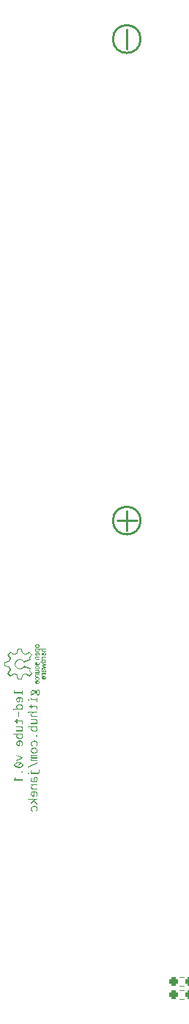
<source format=gbo>
%TF.GenerationSoftware,KiCad,Pcbnew,7.0.8*%
%TF.CreationDate,2023-11-02T15:01:11+01:00*%
%TF.ProjectId,led-tube,6c65642d-7475-4626-952e-6b696361645f,rev?*%
%TF.SameCoordinates,Original*%
%TF.FileFunction,Legend,Bot*%
%TF.FilePolarity,Positive*%
%FSLAX46Y46*%
G04 Gerber Fmt 4.6, Leading zero omitted, Abs format (unit mm)*
G04 Created by KiCad (PCBNEW 7.0.8) date 2023-11-02 15:01:11*
%MOMM*%
%LPD*%
G01*
G04 APERTURE LIST*
G04 Aperture macros list*
%AMRoundRect*
0 Rectangle with rounded corners*
0 $1 Rounding radius*
0 $2 $3 $4 $5 $6 $7 $8 $9 X,Y pos of 4 corners*
0 Add a 4 corners polygon primitive as box body*
4,1,4,$2,$3,$4,$5,$6,$7,$8,$9,$2,$3,0*
0 Add four circle primitives for the rounded corners*
1,1,$1+$1,$2,$3*
1,1,$1+$1,$4,$5*
1,1,$1+$1,$6,$7*
1,1,$1+$1,$8,$9*
0 Add four rect primitives between the rounded corners*
20,1,$1+$1,$2,$3,$4,$5,0*
20,1,$1+$1,$4,$5,$6,$7,0*
20,1,$1+$1,$6,$7,$8,$9,0*
20,1,$1+$1,$8,$9,$2,$3,0*%
G04 Aperture macros list end*
%ADD10C,0.000000*%
%ADD11C,0.150000*%
%ADD12C,0.120000*%
%ADD13C,0.250000*%
%ADD14C,0.950000*%
%ADD15C,1.600000*%
%ADD16O,2.700000X1.800000*%
%ADD17C,4.249987*%
%ADD18R,2.200000X2.200000*%
%ADD19C,2.200000*%
%ADD20C,2.400000*%
%ADD21C,0.700025*%
%ADD22O,1.200000X2.200000*%
%ADD23O,1.200000X1.800000*%
%ADD24C,1.700000*%
%ADD25RoundRect,0.237500X0.250000X0.237500X-0.250000X0.237500X-0.250000X-0.237500X0.250000X-0.237500X0*%
%ADD26RoundRect,0.237500X-0.250000X-0.237500X0.250000X-0.237500X0.250000X0.237500X-0.250000X0.237500X0*%
%ADD27R,7.620000X5.080000*%
G04 APERTURE END LIST*
D10*
G36*
X606054762Y-498232366D02*
G01*
X606087771Y-498233573D01*
X606101963Y-498234531D01*
X606114786Y-498235746D01*
X606126371Y-498237237D01*
X606136849Y-498239018D01*
X606146350Y-498241107D01*
X606155005Y-498243520D01*
X606162943Y-498246273D01*
X606170296Y-498249384D01*
X606177193Y-498252868D01*
X606183765Y-498256742D01*
X606190143Y-498261023D01*
X606196457Y-498265728D01*
X606203020Y-498270998D01*
X606209340Y-498276621D01*
X606215390Y-498282598D01*
X606221147Y-498288930D01*
X606226585Y-498295619D01*
X606231680Y-498302666D01*
X606236407Y-498310073D01*
X606240741Y-498317841D01*
X606244659Y-498325971D01*
X606246453Y-498330172D01*
X606248134Y-498334465D01*
X606249698Y-498338849D01*
X606251142Y-498343324D01*
X606252463Y-498347891D01*
X606253659Y-498352550D01*
X606254725Y-498357301D01*
X606255659Y-498362145D01*
X606256458Y-498367080D01*
X606257119Y-498372108D01*
X606257638Y-498377229D01*
X606258013Y-498382443D01*
X606258240Y-498387751D01*
X606258316Y-498393151D01*
X606258055Y-498402232D01*
X606257284Y-498411189D01*
X606256020Y-498420009D01*
X606254282Y-498428678D01*
X606252088Y-498437183D01*
X606249456Y-498445508D01*
X606246404Y-498453642D01*
X606242951Y-498461569D01*
X606239113Y-498469276D01*
X606234909Y-498476750D01*
X606230358Y-498483977D01*
X606225477Y-498490942D01*
X606220285Y-498497633D01*
X606214799Y-498504035D01*
X606209037Y-498510134D01*
X606203018Y-498515918D01*
X606252681Y-498515918D01*
X606252681Y-498611485D01*
X606014715Y-498611485D01*
X605585481Y-498611485D01*
X605585481Y-498515918D01*
X605828210Y-498515918D01*
X605822019Y-498509206D01*
X605816109Y-498502417D01*
X605810495Y-498495540D01*
X605805193Y-498488565D01*
X605800222Y-498481480D01*
X605795596Y-498474274D01*
X605791332Y-498466936D01*
X605787448Y-498459456D01*
X605783958Y-498451821D01*
X605780881Y-498444022D01*
X605778232Y-498436047D01*
X605776027Y-498427886D01*
X605774842Y-498422202D01*
X605867527Y-498422202D01*
X605867755Y-498430304D01*
X605868428Y-498437927D01*
X605869530Y-498445084D01*
X605871045Y-498451791D01*
X605872956Y-498458062D01*
X605875247Y-498463912D01*
X605877901Y-498469355D01*
X605880903Y-498474406D01*
X605884236Y-498479079D01*
X605887884Y-498483390D01*
X605891829Y-498487352D01*
X605896057Y-498490980D01*
X605900551Y-498494289D01*
X605905294Y-498497293D01*
X605910270Y-498500008D01*
X605915463Y-498502447D01*
X605920856Y-498504625D01*
X605926434Y-498506557D01*
X605932179Y-498508258D01*
X605938076Y-498509741D01*
X605944108Y-498511022D01*
X605950258Y-498512114D01*
X605962851Y-498513795D01*
X605975724Y-498514899D01*
X605988746Y-498515543D01*
X606001786Y-498515843D01*
X606014715Y-498515918D01*
X606040985Y-498515543D01*
X606054125Y-498514899D01*
X606067097Y-498513795D01*
X606079771Y-498512114D01*
X606092020Y-498509741D01*
X606103714Y-498506557D01*
X606109312Y-498504625D01*
X606114724Y-498502447D01*
X606119932Y-498500008D01*
X606124921Y-498497293D01*
X606129675Y-498494289D01*
X606134177Y-498490980D01*
X606138411Y-498487352D01*
X606142362Y-498483390D01*
X606146013Y-498479079D01*
X606149348Y-498474406D01*
X606152351Y-498469355D01*
X606155006Y-498463912D01*
X606157297Y-498458062D01*
X606159207Y-498451791D01*
X606160721Y-498445084D01*
X606161822Y-498437927D01*
X606162494Y-498430304D01*
X606162722Y-498422202D01*
X606162508Y-498414016D01*
X606161873Y-498406315D01*
X606160832Y-498399084D01*
X606159398Y-498392308D01*
X606157584Y-498385973D01*
X606155405Y-498380063D01*
X606152873Y-498374565D01*
X606150003Y-498369463D01*
X606146807Y-498364743D01*
X606143300Y-498360390D01*
X606139494Y-498356389D01*
X606135404Y-498352725D01*
X606131043Y-498349383D01*
X606126425Y-498346350D01*
X606121563Y-498343609D01*
X606116470Y-498341147D01*
X606111160Y-498338948D01*
X606105647Y-498336999D01*
X606099945Y-498335283D01*
X606094066Y-498333786D01*
X606088025Y-498332494D01*
X606081835Y-498331392D01*
X606069061Y-498329698D01*
X606055854Y-498328586D01*
X606042322Y-498327938D01*
X606028572Y-498327635D01*
X606014715Y-498327561D01*
X605987394Y-498327938D01*
X605973975Y-498328586D01*
X605960865Y-498329698D01*
X605948172Y-498331392D01*
X605936006Y-498333786D01*
X605924478Y-498336999D01*
X605918987Y-498338948D01*
X605913697Y-498341147D01*
X605908621Y-498343609D01*
X605903773Y-498346350D01*
X605899166Y-498349383D01*
X605894815Y-498352725D01*
X605890734Y-498356389D01*
X605886935Y-498360390D01*
X605883433Y-498364743D01*
X605880241Y-498369463D01*
X605877373Y-498374565D01*
X605874843Y-498380063D01*
X605872665Y-498385973D01*
X605870852Y-498392308D01*
X605869418Y-498399084D01*
X605868376Y-498406315D01*
X605867742Y-498414016D01*
X605867527Y-498422202D01*
X605774842Y-498422202D01*
X605774284Y-498419526D01*
X605773018Y-498410958D01*
X605772247Y-498402170D01*
X605771986Y-498393151D01*
X605772289Y-498382443D01*
X605773181Y-498372108D01*
X605774638Y-498362145D01*
X605776636Y-498352550D01*
X605779150Y-498343324D01*
X605782155Y-498334465D01*
X605785627Y-498325971D01*
X605789541Y-498317841D01*
X605793873Y-498310073D01*
X605798599Y-498302666D01*
X605803694Y-498295619D01*
X605809133Y-498288930D01*
X605814893Y-498282598D01*
X605820947Y-498276621D01*
X605827273Y-498270998D01*
X605833845Y-498265728D01*
X605840150Y-498261023D01*
X605846518Y-498256742D01*
X605853079Y-498252868D01*
X605859963Y-498249384D01*
X605863566Y-498247783D01*
X605867298Y-498246273D01*
X605871175Y-498244853D01*
X605875214Y-498243520D01*
X605879430Y-498242272D01*
X605883840Y-498241107D01*
X605893304Y-498239018D01*
X605903736Y-498237237D01*
X605915266Y-498235746D01*
X605928022Y-498234531D01*
X605942133Y-498233573D01*
X605957729Y-498232857D01*
X605974938Y-498232366D01*
X605993890Y-498232084D01*
X606014715Y-498231993D01*
X606054762Y-498232366D01*
G37*
G36*
X606252681Y-497071054D02*
G01*
X605969709Y-497071054D01*
X605963724Y-497071171D01*
X605957901Y-497071520D01*
X605952241Y-497072095D01*
X605946746Y-497072891D01*
X605941418Y-497073904D01*
X605936259Y-497075129D01*
X605931271Y-497076561D01*
X605926456Y-497078196D01*
X605921815Y-497080028D01*
X605917350Y-497082053D01*
X605913064Y-497084266D01*
X605908958Y-497086662D01*
X605905034Y-497089236D01*
X605901294Y-497091984D01*
X605897739Y-497094901D01*
X605894372Y-497097982D01*
X605891195Y-497101222D01*
X605888209Y-497104617D01*
X605885417Y-497108161D01*
X605882819Y-497111850D01*
X605880419Y-497115679D01*
X605878217Y-497119644D01*
X605876216Y-497123738D01*
X605874418Y-497127959D01*
X605872825Y-497132300D01*
X605871437Y-497136757D01*
X605870259Y-497141326D01*
X605869290Y-497146001D01*
X605868533Y-497150777D01*
X605867990Y-497155651D01*
X605867663Y-497160616D01*
X605867554Y-497165669D01*
X605867663Y-497170638D01*
X605867990Y-497175525D01*
X605868533Y-497180325D01*
X605869290Y-497185033D01*
X605870259Y-497189645D01*
X605871437Y-497194154D01*
X605872825Y-497198557D01*
X605874418Y-497202849D01*
X605876216Y-497207023D01*
X605878217Y-497211076D01*
X605880419Y-497215002D01*
X605882819Y-497218797D01*
X605885416Y-497222455D01*
X605888209Y-497225971D01*
X605891195Y-497229341D01*
X605894372Y-497232559D01*
X605897739Y-497235621D01*
X605901293Y-497238522D01*
X605905034Y-497241255D01*
X605908958Y-497243818D01*
X605913064Y-497246204D01*
X605917350Y-497248409D01*
X605921815Y-497250427D01*
X605926456Y-497252254D01*
X605931271Y-497253885D01*
X605936259Y-497255314D01*
X605941418Y-497256537D01*
X605946746Y-497257549D01*
X605952241Y-497258345D01*
X605957901Y-497258919D01*
X605963724Y-497259268D01*
X605969709Y-497259385D01*
X606252680Y-497259385D01*
X606252680Y-497354952D01*
X605936874Y-497354952D01*
X605926922Y-497354708D01*
X605917267Y-497353987D01*
X605907912Y-497352807D01*
X605898856Y-497351185D01*
X605890102Y-497349137D01*
X605881650Y-497346683D01*
X605873502Y-497343838D01*
X605865658Y-497340620D01*
X605858121Y-497337047D01*
X605850890Y-497333136D01*
X605843968Y-497328904D01*
X605837356Y-497324368D01*
X605831055Y-497319546D01*
X605825066Y-497314456D01*
X605819390Y-497309114D01*
X605814028Y-497303537D01*
X605808982Y-497297744D01*
X605804253Y-497291751D01*
X605799842Y-497285576D01*
X605795750Y-497279236D01*
X605791978Y-497272748D01*
X605788528Y-497266131D01*
X605785402Y-497259400D01*
X605782599Y-497252573D01*
X605780121Y-497245669D01*
X605777970Y-497238703D01*
X605776146Y-497231694D01*
X605774652Y-497224658D01*
X605773487Y-497217614D01*
X605772654Y-497210577D01*
X605772153Y-497203567D01*
X605771985Y-497196599D01*
X605772205Y-497187202D01*
X605772865Y-497177987D01*
X605773964Y-497168958D01*
X605775502Y-497160120D01*
X605777480Y-497151481D01*
X605779897Y-497143044D01*
X605782753Y-497134816D01*
X605786048Y-497126802D01*
X605789782Y-497119007D01*
X605793956Y-497111438D01*
X605798568Y-497104099D01*
X605803619Y-497096996D01*
X605809109Y-497090135D01*
X605815037Y-497083520D01*
X605821404Y-497077158D01*
X605828210Y-497071055D01*
X605451707Y-497071398D01*
X605457898Y-497078111D01*
X605463809Y-497084899D01*
X605469423Y-497091776D01*
X605474724Y-497098751D01*
X605479696Y-497105837D01*
X605484322Y-497113042D01*
X605488585Y-497120380D01*
X605492470Y-497127861D01*
X605495959Y-497135495D01*
X605499037Y-497143294D01*
X605501686Y-497151269D01*
X605503890Y-497159430D01*
X605505634Y-497167790D01*
X605506899Y-497176358D01*
X605507671Y-497185146D01*
X605507931Y-497194165D01*
X605507855Y-497199563D01*
X605507628Y-497204869D01*
X605507253Y-497210081D01*
X605506734Y-497215201D01*
X605506073Y-497220229D01*
X605505274Y-497225164D01*
X605504340Y-497230008D01*
X605503274Y-497234759D01*
X605502078Y-497239419D01*
X605500757Y-497243987D01*
X605499313Y-497248463D01*
X605497749Y-497252848D01*
X605496068Y-497257142D01*
X605494274Y-497261345D01*
X605490356Y-497269479D01*
X605486022Y-497277251D01*
X605481295Y-497284661D01*
X605476200Y-497291712D01*
X605470762Y-497298405D01*
X605465005Y-497304740D01*
X605458955Y-497310719D01*
X605452635Y-497316344D01*
X605446072Y-497321615D01*
X605439767Y-497326315D01*
X605433397Y-497330591D01*
X605426834Y-497334462D01*
X605419948Y-497337943D01*
X605412610Y-497341051D01*
X605404692Y-497343803D01*
X605396065Y-497346214D01*
X605386600Y-497348301D01*
X605376169Y-497350082D01*
X605364641Y-497351571D01*
X605351890Y-497352786D01*
X605337785Y-497353743D01*
X605305000Y-497354950D01*
X605265256Y-497355323D01*
X605265229Y-497355323D01*
X605244278Y-497355232D01*
X605225191Y-497354950D01*
X605207864Y-497354459D01*
X605192168Y-497353743D01*
X605177971Y-497352786D01*
X605165144Y-497351571D01*
X605153555Y-497350082D01*
X605143074Y-497348301D01*
X605133571Y-497346214D01*
X605129145Y-497345050D01*
X605124915Y-497343803D01*
X605120864Y-497342471D01*
X605116976Y-497341051D01*
X605113234Y-497339543D01*
X605109622Y-497337943D01*
X605102725Y-497334462D01*
X605096152Y-497330591D01*
X605089774Y-497326315D01*
X605083460Y-497321615D01*
X605076897Y-497316344D01*
X605070578Y-497310719D01*
X605064527Y-497304740D01*
X605058771Y-497298404D01*
X605053333Y-497291712D01*
X605048238Y-497284661D01*
X605043510Y-497277250D01*
X605039176Y-497269479D01*
X605035259Y-497261345D01*
X605031784Y-497252848D01*
X605028775Y-497243987D01*
X605026258Y-497234759D01*
X605024258Y-497225164D01*
X605022798Y-497215201D01*
X605021904Y-497204869D01*
X605021601Y-497194165D01*
X605021862Y-497185085D01*
X605022631Y-497176128D01*
X605023893Y-497167309D01*
X605024332Y-497165114D01*
X605117168Y-497165114D01*
X605117383Y-497173300D01*
X605118017Y-497181001D01*
X605119059Y-497188232D01*
X605120493Y-497195008D01*
X605122306Y-497201343D01*
X605124486Y-497207253D01*
X605127018Y-497212751D01*
X605129889Y-497217853D01*
X605133085Y-497222573D01*
X605136592Y-497226926D01*
X605140398Y-497230927D01*
X605144489Y-497234591D01*
X605148851Y-497237933D01*
X605153470Y-497240966D01*
X605158333Y-497243707D01*
X605163427Y-497246169D01*
X605168738Y-497248367D01*
X605174253Y-497250317D01*
X605185837Y-497253529D01*
X605198073Y-497255924D01*
X605210852Y-497257618D01*
X605224065Y-497258730D01*
X605237605Y-497259378D01*
X605265229Y-497259755D01*
X605278924Y-497259681D01*
X605292533Y-497259378D01*
X605305944Y-497258730D01*
X605319049Y-497257618D01*
X605331737Y-497255924D01*
X605337890Y-497254821D01*
X605343898Y-497253529D01*
X605349747Y-497252033D01*
X605355423Y-497250317D01*
X605360912Y-497248367D01*
X605366201Y-497246169D01*
X605371276Y-497243707D01*
X605376123Y-497240966D01*
X605380728Y-497237933D01*
X605385078Y-497234591D01*
X605389159Y-497230927D01*
X605392958Y-497226926D01*
X605396459Y-497222573D01*
X605399651Y-497217853D01*
X605402518Y-497212751D01*
X605405048Y-497207253D01*
X605407226Y-497201343D01*
X605409039Y-497195008D01*
X605410473Y-497188232D01*
X605411515Y-497181001D01*
X605412149Y-497173300D01*
X605412364Y-497165114D01*
X605412136Y-497157012D01*
X605411463Y-497149389D01*
X605410362Y-497142232D01*
X605408848Y-497135525D01*
X605406938Y-497129254D01*
X605404649Y-497123404D01*
X605401996Y-497117961D01*
X605398996Y-497112910D01*
X605395665Y-497108237D01*
X605392020Y-497103926D01*
X605388076Y-497099964D01*
X605383850Y-497096336D01*
X605379359Y-497093027D01*
X605374619Y-497090022D01*
X605369645Y-497087308D01*
X605364455Y-497084869D01*
X605359064Y-497082690D01*
X605353489Y-497080758D01*
X605341851Y-497077575D01*
X605329673Y-497075201D01*
X605317084Y-497073521D01*
X605304215Y-497072417D01*
X605291196Y-497071773D01*
X605265229Y-497071398D01*
X605252138Y-497071473D01*
X605238957Y-497071774D01*
X605225814Y-497072419D01*
X605212839Y-497073525D01*
X605200160Y-497075207D01*
X605193972Y-497076300D01*
X605187907Y-497077582D01*
X605181980Y-497079066D01*
X605176208Y-497080767D01*
X605170608Y-497082700D01*
X605165194Y-497084879D01*
X605159983Y-497087318D01*
X605154991Y-497090033D01*
X605150235Y-497093038D01*
X605145731Y-497096348D01*
X605141494Y-497099976D01*
X605137541Y-497103938D01*
X605133888Y-497108248D01*
X605130551Y-497112921D01*
X605127546Y-497117972D01*
X605124890Y-497123414D01*
X605122597Y-497129263D01*
X605120686Y-497135532D01*
X605119171Y-497142238D01*
X605118069Y-497149394D01*
X605117396Y-497157014D01*
X605117168Y-497165114D01*
X605024332Y-497165114D01*
X605025628Y-497158642D01*
X605027818Y-497150139D01*
X605030447Y-497141815D01*
X605033496Y-497133683D01*
X605036947Y-497125757D01*
X605040782Y-497118051D01*
X605044984Y-497110578D01*
X605049535Y-497103351D01*
X605054417Y-497096385D01*
X605059613Y-497089693D01*
X605065103Y-497083289D01*
X605070871Y-497077186D01*
X605076899Y-497071398D01*
X605027236Y-497071398D01*
X605027236Y-496975460D01*
X606252680Y-496975460D01*
X606252681Y-497071054D01*
G37*
G36*
X605502270Y-497988577D02*
G01*
X605219351Y-497988577D01*
X605213366Y-497988694D01*
X605207543Y-497989043D01*
X605201883Y-497989618D01*
X605196388Y-497990414D01*
X605191060Y-497991428D01*
X605185901Y-497992654D01*
X605180913Y-497994087D01*
X605176098Y-497995722D01*
X605171457Y-497997555D01*
X605166992Y-497999581D01*
X605162706Y-498001795D01*
X605158600Y-498004193D01*
X605154676Y-498006768D01*
X605150935Y-498009518D01*
X605147381Y-498012436D01*
X605144014Y-498015518D01*
X605140837Y-498018759D01*
X605137851Y-498022155D01*
X605135058Y-498025701D01*
X605132461Y-498029391D01*
X605130060Y-498033221D01*
X605127859Y-498037186D01*
X605125858Y-498041282D01*
X605124060Y-498045503D01*
X605122466Y-498049846D01*
X605121079Y-498054304D01*
X605119900Y-498058873D01*
X605118932Y-498063548D01*
X605118175Y-498068326D01*
X605117632Y-498073199D01*
X605117305Y-498078165D01*
X605117195Y-498083218D01*
X605117305Y-498088187D01*
X605117632Y-498093074D01*
X605118175Y-498097874D01*
X605118932Y-498102582D01*
X605119900Y-498107194D01*
X605121079Y-498111703D01*
X605122467Y-498116106D01*
X605124060Y-498120398D01*
X605125858Y-498124572D01*
X605127859Y-498128625D01*
X605130061Y-498132551D01*
X605132461Y-498136346D01*
X605135059Y-498140004D01*
X605137851Y-498143520D01*
X605140837Y-498146890D01*
X605144014Y-498150108D01*
X605147381Y-498153170D01*
X605150936Y-498156070D01*
X605154676Y-498158804D01*
X605158600Y-498161367D01*
X605162706Y-498163753D01*
X605166992Y-498165957D01*
X605171457Y-498167976D01*
X605176098Y-498169803D01*
X605180913Y-498171433D01*
X605185902Y-498172863D01*
X605191061Y-498174086D01*
X605196388Y-498175098D01*
X605201883Y-498175893D01*
X605207543Y-498176468D01*
X605213366Y-498176816D01*
X605219351Y-498176934D01*
X605502270Y-498176934D01*
X605502270Y-498272501D01*
X605186516Y-498272501D01*
X605176559Y-498272257D01*
X605166900Y-498271536D01*
X605157540Y-498270356D01*
X605148481Y-498268733D01*
X605139722Y-498266686D01*
X605131267Y-498264231D01*
X605123116Y-498261387D01*
X605115269Y-498258169D01*
X605107729Y-498254596D01*
X605100496Y-498250685D01*
X605093572Y-498246452D01*
X605086958Y-498241917D01*
X605080655Y-498237095D01*
X605074664Y-498232004D01*
X605068986Y-498226662D01*
X605063623Y-498221086D01*
X605058576Y-498215293D01*
X605053846Y-498209300D01*
X605049434Y-498203125D01*
X605045342Y-498196785D01*
X605041569Y-498190297D01*
X605038119Y-498183679D01*
X605034992Y-498176949D01*
X605032189Y-498170122D01*
X605027559Y-498156252D01*
X605024241Y-498142207D01*
X605022243Y-498128126D01*
X605021742Y-498121116D01*
X605021575Y-498114148D01*
X605021794Y-498104751D01*
X605022454Y-498095538D01*
X605023553Y-498086517D01*
X605025091Y-498077695D01*
X605027069Y-498069082D01*
X605029486Y-498060685D01*
X605032342Y-498052514D01*
X605035637Y-498044576D01*
X605039372Y-498036880D01*
X605043545Y-498029434D01*
X605048157Y-498022246D01*
X605053208Y-498015326D01*
X605058698Y-498008681D01*
X605064626Y-498002320D01*
X605070993Y-497996250D01*
X605077799Y-497990482D01*
X605077799Y-497988577D01*
X605027210Y-497988577D01*
X605027210Y-497893009D01*
X605502270Y-497893009D01*
X605502270Y-497988577D01*
G37*
G36*
X606252681Y-498814420D02*
G01*
X606252681Y-498898743D01*
X605920020Y-498998068D01*
X605920020Y-498999946D01*
X606252681Y-499099271D01*
X606252681Y-499183646D01*
X605777621Y-499335411D01*
X605777621Y-499234182D01*
X606110255Y-499143350D01*
X606110255Y-499141419D01*
X605777621Y-499033681D01*
X605777621Y-498964333D01*
X606110255Y-498856595D01*
X606110255Y-498854716D01*
X605777621Y-498763805D01*
X605777621Y-498662629D01*
X606252681Y-498814420D01*
G37*
G36*
X603464528Y-497009962D02*
G01*
X603465539Y-497009988D01*
X603466547Y-497010063D01*
X603467550Y-497010186D01*
X603468546Y-497010357D01*
X603469535Y-497010574D01*
X603470515Y-497010835D01*
X603471484Y-497011140D01*
X603472440Y-497011488D01*
X603473383Y-497011876D01*
X603474310Y-497012304D01*
X603475221Y-497012771D01*
X603476113Y-497013275D01*
X603476985Y-497013814D01*
X603477836Y-497014389D01*
X603478664Y-497014997D01*
X603479467Y-497015638D01*
X603480244Y-497016309D01*
X603480994Y-497017010D01*
X603481715Y-497017740D01*
X603482406Y-497018497D01*
X603483064Y-497019279D01*
X603483689Y-497020087D01*
X603484279Y-497020918D01*
X603484832Y-497021772D01*
X603485347Y-497022646D01*
X603485822Y-497023540D01*
X603486257Y-497024453D01*
X603486648Y-497025383D01*
X603486996Y-497026329D01*
X603487298Y-497027290D01*
X603487552Y-497028264D01*
X603487758Y-497029250D01*
X603566710Y-497453510D01*
X603566915Y-497454509D01*
X603567166Y-497455509D01*
X603567462Y-497456511D01*
X603567801Y-497457511D01*
X603568604Y-497459503D01*
X603569563Y-497461471D01*
X603570666Y-497463403D01*
X603571902Y-497465287D01*
X603573260Y-497467110D01*
X603574727Y-497468859D01*
X603576292Y-497470522D01*
X603577944Y-497472085D01*
X603579670Y-497473536D01*
X603581459Y-497474863D01*
X603583300Y-497476053D01*
X603585180Y-497477093D01*
X603587089Y-497477970D01*
X603588050Y-497478344D01*
X603589014Y-497478672D01*
X603919876Y-497611122D01*
X603921758Y-497611941D01*
X603923751Y-497612625D01*
X603925838Y-497613173D01*
X603928001Y-497613587D01*
X603930224Y-497613870D01*
X603932489Y-497614021D01*
X603934779Y-497614043D01*
X603937077Y-497613937D01*
X603939365Y-497613704D01*
X603941626Y-497613345D01*
X603943843Y-497612862D01*
X603945999Y-497612257D01*
X603948076Y-497611530D01*
X603950057Y-497610683D01*
X603951925Y-497609718D01*
X603953663Y-497608635D01*
X604304845Y-497367626D01*
X604305691Y-497367075D01*
X604306564Y-497366566D01*
X604307459Y-497366101D01*
X604308376Y-497365677D01*
X604309313Y-497365297D01*
X604310267Y-497364958D01*
X604311237Y-497364661D01*
X604312220Y-497364407D01*
X604313216Y-497364194D01*
X604314221Y-497364022D01*
X604316254Y-497363803D01*
X604318303Y-497363748D01*
X604320353Y-497363856D01*
X604322388Y-497364125D01*
X604324393Y-497364554D01*
X604326353Y-497365141D01*
X604327311Y-497365493D01*
X604328252Y-497365885D01*
X604329173Y-497366316D01*
X604330074Y-497366785D01*
X604330952Y-497367293D01*
X604331804Y-497367839D01*
X604332630Y-497368423D01*
X604333428Y-497369046D01*
X604334194Y-497369706D01*
X604334928Y-497370404D01*
X604651449Y-497686978D01*
X604652142Y-497687707D01*
X604652798Y-497688469D01*
X604653416Y-497689262D01*
X604653997Y-497690084D01*
X604654540Y-497690933D01*
X604655044Y-497691808D01*
X604655938Y-497693624D01*
X604656678Y-497695518D01*
X604657262Y-497697473D01*
X604657689Y-497699475D01*
X604657958Y-497701507D01*
X604658066Y-497703555D01*
X604658013Y-497705602D01*
X604657797Y-497707634D01*
X604657417Y-497709634D01*
X604656871Y-497711587D01*
X604656536Y-497712541D01*
X604656159Y-497713477D01*
X604655739Y-497714394D01*
X604655278Y-497715290D01*
X604654774Y-497716162D01*
X604654227Y-497717008D01*
X604417451Y-498061999D01*
X604416372Y-498063733D01*
X604415425Y-498065590D01*
X604414612Y-498067554D01*
X604413932Y-498069607D01*
X604413387Y-498071733D01*
X604412975Y-498073914D01*
X604412699Y-498076134D01*
X604412557Y-498078376D01*
X604412550Y-498080623D01*
X604412679Y-498082858D01*
X604412943Y-498085065D01*
X604413344Y-498087225D01*
X604413881Y-498089323D01*
X604414555Y-498091341D01*
X604415366Y-498093263D01*
X604416314Y-498095072D01*
X604497541Y-498247207D01*
X604497973Y-498248117D01*
X604498354Y-498249034D01*
X604498682Y-498249957D01*
X604498960Y-498250885D01*
X604499186Y-498251815D01*
X604499363Y-498252747D01*
X604499491Y-498253678D01*
X604499570Y-498254608D01*
X604499600Y-498255533D01*
X604499583Y-498256454D01*
X604499519Y-498257368D01*
X604499409Y-498258274D01*
X604499252Y-498259170D01*
X604499050Y-498260054D01*
X604498804Y-498260926D01*
X604498513Y-498261782D01*
X604498179Y-498262623D01*
X604497802Y-498263446D01*
X604497382Y-498264249D01*
X604496921Y-498265032D01*
X604496418Y-498265791D01*
X604495875Y-498266527D01*
X604495291Y-498267237D01*
X604494668Y-498267920D01*
X604494007Y-498268574D01*
X604493307Y-498269198D01*
X604492569Y-498269789D01*
X604491794Y-498270347D01*
X604490982Y-498270869D01*
X604490134Y-498271355D01*
X604489251Y-498271803D01*
X604488333Y-498272210D01*
X603730355Y-498585874D01*
X603729412Y-498586237D01*
X603728455Y-498586551D01*
X603727485Y-498586818D01*
X603726505Y-498587039D01*
X603725515Y-498587213D01*
X603724519Y-498587341D01*
X603723517Y-498587425D01*
X603722512Y-498587464D01*
X603721505Y-498587459D01*
X603720498Y-498587411D01*
X603719493Y-498587321D01*
X603718492Y-498587188D01*
X603717496Y-498587014D01*
X603716507Y-498586800D01*
X603715528Y-498586545D01*
X603714559Y-498586251D01*
X603713604Y-498585918D01*
X603712662Y-498585546D01*
X603711737Y-498585137D01*
X603710831Y-498584691D01*
X603709944Y-498584208D01*
X603709078Y-498583690D01*
X603708237Y-498583136D01*
X603707421Y-498582548D01*
X603706631Y-498581925D01*
X603705871Y-498581269D01*
X603705142Y-498580581D01*
X603704445Y-498579860D01*
X603703782Y-498579107D01*
X603703155Y-498578324D01*
X603702567Y-498577510D01*
X603702018Y-498576666D01*
X603678708Y-498538593D01*
X603676963Y-498535852D01*
X603674971Y-498532927D01*
X603672776Y-498529871D01*
X603670420Y-498526739D01*
X603667948Y-498523589D01*
X603665403Y-498520473D01*
X603662828Y-498517448D01*
X603660267Y-498514569D01*
X603643015Y-498489365D01*
X603624284Y-498465311D01*
X603604139Y-498442473D01*
X603582645Y-498420917D01*
X603559867Y-498400708D01*
X603535871Y-498381912D01*
X603510721Y-498364594D01*
X603484484Y-498348820D01*
X603457225Y-498334657D01*
X603429008Y-498322168D01*
X603399899Y-498311421D01*
X603369963Y-498302481D01*
X603339266Y-498295413D01*
X603307872Y-498290283D01*
X603275847Y-498287157D01*
X603243257Y-498286101D01*
X603217781Y-498286745D01*
X603192639Y-498288657D01*
X603167863Y-498291805D01*
X603143483Y-498296158D01*
X603119532Y-498301686D01*
X603096039Y-498308357D01*
X603073036Y-498316140D01*
X603050555Y-498325004D01*
X603028625Y-498334918D01*
X603007279Y-498345850D01*
X602986547Y-498357770D01*
X602966461Y-498370647D01*
X602947052Y-498384449D01*
X602928350Y-498399145D01*
X602910387Y-498414704D01*
X602893194Y-498431096D01*
X602876802Y-498448288D01*
X602861242Y-498466250D01*
X602846545Y-498484951D01*
X602832743Y-498504360D01*
X602819866Y-498524445D01*
X602807946Y-498545176D01*
X602797013Y-498566521D01*
X602787099Y-498588449D01*
X602778235Y-498610929D01*
X602770452Y-498633930D01*
X602763781Y-498657421D01*
X602758253Y-498681371D01*
X602753899Y-498705749D01*
X602750751Y-498730523D01*
X602748839Y-498755662D01*
X602748195Y-498781136D01*
X602748839Y-498806610D01*
X602750751Y-498831750D01*
X602753899Y-498856524D01*
X602758253Y-498880902D01*
X602763781Y-498904853D01*
X602770452Y-498928345D01*
X602778235Y-498951347D01*
X602787099Y-498973828D01*
X602797013Y-498995757D01*
X602807946Y-499017103D01*
X602819866Y-499037834D01*
X602832743Y-499057921D01*
X602846545Y-499077331D01*
X602861242Y-499096033D01*
X602876802Y-499113996D01*
X602893194Y-499131190D01*
X602910387Y-499147583D01*
X602928350Y-499163143D01*
X602947052Y-499177841D01*
X602966461Y-499191644D01*
X602986547Y-499204521D01*
X603007279Y-499216442D01*
X603028625Y-499227376D01*
X603050555Y-499237291D01*
X603073036Y-499246155D01*
X603096039Y-499253939D01*
X603119532Y-499260611D01*
X603143483Y-499266139D01*
X603167863Y-499270493D01*
X603192639Y-499273642D01*
X603217781Y-499275554D01*
X603243257Y-499276198D01*
X603259619Y-499275932D01*
X603275847Y-499275141D01*
X603291935Y-499273832D01*
X603307872Y-499272014D01*
X603323652Y-499269695D01*
X603339266Y-499266883D01*
X603354705Y-499263587D01*
X603369963Y-499259814D01*
X603385030Y-499255573D01*
X603399899Y-499250872D01*
X603414561Y-499245720D01*
X603429008Y-499240124D01*
X603443232Y-499234092D01*
X603457225Y-499227634D01*
X603484484Y-499213469D01*
X603510722Y-499197694D01*
X603535871Y-499180376D01*
X603559867Y-499161579D01*
X603582645Y-499141371D01*
X603604139Y-499119816D01*
X603624284Y-499096980D01*
X603643015Y-499072930D01*
X603660267Y-499047730D01*
X603662828Y-499044835D01*
X603665403Y-499041799D01*
X603667948Y-499038677D01*
X603670420Y-499035523D01*
X603672776Y-499032390D01*
X603674971Y-499029331D01*
X603676963Y-499026401D01*
X603678708Y-499023653D01*
X603702018Y-498985580D01*
X603702567Y-498984731D01*
X603703155Y-498983913D01*
X603703782Y-498983126D01*
X603704445Y-498982370D01*
X603705142Y-498981646D01*
X603705871Y-498980955D01*
X603707421Y-498979672D01*
X603709078Y-498978527D01*
X603710831Y-498977525D01*
X603712662Y-498976669D01*
X603714559Y-498975965D01*
X603716507Y-498975418D01*
X603718492Y-498975032D01*
X603720498Y-498974812D01*
X603722512Y-498974763D01*
X603724519Y-498974890D01*
X603725515Y-498975021D01*
X603726505Y-498975197D01*
X603727485Y-498975420D01*
X603728455Y-498975690D01*
X603729412Y-498976007D01*
X603730355Y-498976372D01*
X604488307Y-499290062D01*
X604489225Y-499290469D01*
X604490108Y-499290917D01*
X604490956Y-499291403D01*
X604491768Y-499291926D01*
X604492544Y-499292485D01*
X604493283Y-499293077D01*
X604493983Y-499293701D01*
X604494646Y-499294356D01*
X604495270Y-499295039D01*
X604495854Y-499295750D01*
X604496398Y-499296487D01*
X604496901Y-499297247D01*
X604497364Y-499298031D01*
X604497784Y-499298835D01*
X604498162Y-499299658D01*
X604498497Y-499300500D01*
X604498788Y-499301357D01*
X604499035Y-499302229D01*
X604499237Y-499303114D01*
X604499394Y-499304010D01*
X604499505Y-499304916D01*
X604499569Y-499305830D01*
X604499586Y-499306750D01*
X604499555Y-499307676D01*
X604499475Y-499308605D01*
X604499347Y-499309535D01*
X604499169Y-499310466D01*
X604498941Y-499311395D01*
X604498662Y-499312321D01*
X604498332Y-499313242D01*
X604497949Y-499314158D01*
X604497515Y-499315065D01*
X604416287Y-499467200D01*
X604415340Y-499469005D01*
X604414530Y-499470923D01*
X604413857Y-499472939D01*
X604413321Y-499475036D01*
X604412922Y-499477196D01*
X604412659Y-499479402D01*
X604412532Y-499481638D01*
X604412540Y-499483886D01*
X604412683Y-499486129D01*
X604412961Y-499488351D01*
X604413372Y-499490534D01*
X604413917Y-499492661D01*
X604414596Y-499494716D01*
X604415407Y-499496681D01*
X604416350Y-499498539D01*
X604417425Y-499500273D01*
X604654201Y-499845237D01*
X604654747Y-499846086D01*
X604655251Y-499846960D01*
X604655713Y-499847858D01*
X604656132Y-499848776D01*
X604656510Y-499849714D01*
X604656845Y-499850669D01*
X604657139Y-499851639D01*
X604657391Y-499852624D01*
X604657601Y-499853619D01*
X604657771Y-499854624D01*
X604657986Y-499856656D01*
X604658040Y-499858704D01*
X604657931Y-499860752D01*
X604657663Y-499862784D01*
X604657236Y-499864786D01*
X604656652Y-499866742D01*
X604656302Y-499867698D01*
X604655912Y-499868637D01*
X604655484Y-499869556D01*
X604655018Y-499870454D01*
X604654513Y-499871330D01*
X604653971Y-499872180D01*
X604653390Y-499873004D01*
X604652772Y-499873798D01*
X604652116Y-499874562D01*
X604651423Y-499875294D01*
X604334901Y-500191868D01*
X604334168Y-500192563D01*
X604333401Y-500193222D01*
X604332604Y-500193842D01*
X604331778Y-500194424D01*
X604330925Y-500194969D01*
X604330048Y-500195475D01*
X604328225Y-500196372D01*
X604326327Y-500197114D01*
X604324367Y-500197700D01*
X604322362Y-500198128D01*
X604320326Y-500198396D01*
X604318276Y-500198504D01*
X604316227Y-500198450D01*
X604314195Y-500198233D01*
X604312194Y-500197851D01*
X604310241Y-500197302D01*
X604309286Y-500196965D01*
X604308350Y-500196586D01*
X604307433Y-500196165D01*
X604306537Y-500195701D01*
X604305665Y-500195195D01*
X604304818Y-500194646D01*
X603953637Y-499953663D01*
X603951899Y-499952572D01*
X603950031Y-499951599D01*
X603948050Y-499950746D01*
X603945973Y-499950015D01*
X603943817Y-499949406D01*
X603941600Y-499948922D01*
X603939339Y-499948562D01*
X603937051Y-499948329D01*
X603934753Y-499948223D01*
X603932463Y-499948245D01*
X603930198Y-499948398D01*
X603927975Y-499948681D01*
X603925812Y-499949097D01*
X603923725Y-499949646D01*
X603921732Y-499950330D01*
X603919850Y-499951150D01*
X603588988Y-500083600D01*
X603588024Y-500083926D01*
X603587063Y-500084299D01*
X603585154Y-500085174D01*
X603583273Y-500086214D01*
X603581433Y-500087406D01*
X603579643Y-500088736D01*
X603577917Y-500090191D01*
X603576266Y-500091759D01*
X603574701Y-500093426D01*
X603573234Y-500095180D01*
X603571876Y-500097007D01*
X603570640Y-500098895D01*
X603569536Y-500100831D01*
X603568577Y-500102801D01*
X603567775Y-500104793D01*
X603567140Y-500106793D01*
X603566889Y-500107792D01*
X603566684Y-500108789D01*
X603487732Y-500533048D01*
X603487526Y-500534037D01*
X603487272Y-500535013D01*
X603486970Y-500535975D01*
X603486622Y-500536923D01*
X603486230Y-500537854D01*
X603485796Y-500538768D01*
X603485321Y-500539663D01*
X603484806Y-500540538D01*
X603484252Y-500541392D01*
X603483663Y-500542223D01*
X603482379Y-500543813D01*
X603480968Y-500545299D01*
X603479441Y-500546671D01*
X603477809Y-500547918D01*
X603476087Y-500549031D01*
X603474284Y-500549999D01*
X603472414Y-500550814D01*
X603471457Y-500551161D01*
X603470489Y-500551465D01*
X603469509Y-500551726D01*
X603468520Y-500551942D01*
X603467523Y-500552113D01*
X603466520Y-500552236D01*
X603465513Y-500552311D01*
X603464502Y-500552336D01*
X603086994Y-500552358D01*
X603016853Y-500552363D01*
X603015842Y-500552337D01*
X603014835Y-500552263D01*
X603013833Y-500552140D01*
X603012838Y-500551970D01*
X603011851Y-500551754D01*
X603010873Y-500551494D01*
X603009906Y-500551190D01*
X603008952Y-500550844D01*
X603008012Y-500550458D01*
X603007087Y-500550031D01*
X603006179Y-500549566D01*
X603005289Y-500549064D01*
X603004419Y-500548526D01*
X603003571Y-500547953D01*
X603002745Y-500547346D01*
X603001944Y-500546707D01*
X603001168Y-500546037D01*
X603000420Y-500545337D01*
X602999700Y-500544608D01*
X602999010Y-500543851D01*
X602998352Y-500543069D01*
X602997727Y-500542261D01*
X602997137Y-500541429D01*
X602996583Y-500540575D01*
X602996066Y-500539700D01*
X602995588Y-500538804D01*
X602995151Y-500537889D01*
X602994755Y-500536957D01*
X602994404Y-500536008D01*
X602994096Y-500535044D01*
X602993836Y-500534066D01*
X602993623Y-500533074D01*
X602912740Y-500098152D01*
X602912530Y-500097153D01*
X602912276Y-500096149D01*
X602911637Y-500094138D01*
X602910834Y-500092131D01*
X602909878Y-500090141D01*
X602908781Y-500088182D01*
X602907553Y-500086267D01*
X602906207Y-500084409D01*
X602904753Y-500082621D01*
X602903202Y-500080916D01*
X602901566Y-500079307D01*
X602899856Y-500077808D01*
X602898084Y-500076431D01*
X602896260Y-500075189D01*
X602894396Y-500074096D01*
X602892504Y-500073165D01*
X602891550Y-500072764D01*
X602890594Y-500072408D01*
X602579550Y-499939058D01*
X602577688Y-499938200D01*
X602575714Y-499937478D01*
X602573646Y-499936892D01*
X602571501Y-499936442D01*
X602569296Y-499936125D01*
X602567047Y-499935941D01*
X602564772Y-499935888D01*
X602562488Y-499935966D01*
X602560211Y-499936173D01*
X602557959Y-499936508D01*
X602555749Y-499936971D01*
X602553598Y-499937559D01*
X602551523Y-499938272D01*
X602549540Y-499939109D01*
X602547667Y-499940068D01*
X602545921Y-499941149D01*
X602176563Y-500194593D01*
X602175716Y-500195144D01*
X602174844Y-500195653D01*
X602173949Y-500196118D01*
X602173033Y-500196541D01*
X602172097Y-500196921D01*
X602171143Y-500197259D01*
X602170174Y-500197555D01*
X602169191Y-500197809D01*
X602168197Y-500198021D01*
X602167193Y-500198192D01*
X602165162Y-500198409D01*
X602163116Y-500198462D01*
X602161068Y-500198353D01*
X602159036Y-500198083D01*
X602157033Y-500197654D01*
X602155075Y-500197067D01*
X602154118Y-500196714D01*
X602153178Y-500196323D01*
X602152258Y-500195893D01*
X602151358Y-500195425D01*
X602150481Y-500194918D01*
X602149629Y-500194373D01*
X602148803Y-500193790D01*
X602148006Y-500193169D01*
X602147240Y-500192511D01*
X602146506Y-500191815D01*
X601829985Y-499875267D01*
X601829287Y-499874536D01*
X601828627Y-499873772D01*
X601828004Y-499872977D01*
X601827420Y-499872154D01*
X601826874Y-499871303D01*
X601826366Y-499870428D01*
X601825466Y-499868610D01*
X601824722Y-499866715D01*
X601824135Y-499864759D01*
X601823706Y-499862757D01*
X601823437Y-499860725D01*
X601823329Y-499858677D01*
X601823384Y-499856630D01*
X601823603Y-499854598D01*
X601823988Y-499852597D01*
X601824539Y-499850642D01*
X601824877Y-499849687D01*
X601825258Y-499848749D01*
X601825681Y-499847831D01*
X601826147Y-499846934D01*
X601826656Y-499846059D01*
X601827207Y-499845210D01*
X602085123Y-499469396D01*
X602086210Y-499467663D01*
X602087178Y-499465797D01*
X602088025Y-499463817D01*
X602088752Y-499461740D01*
X602089355Y-499459583D01*
X602089835Y-499457364D01*
X602090190Y-499455101D01*
X602090418Y-499452810D01*
X602090519Y-499450510D01*
X602090491Y-499448218D01*
X602090334Y-499445951D01*
X602090046Y-499443727D01*
X602089625Y-499441564D01*
X602089071Y-499439478D01*
X602088382Y-499437487D01*
X602087557Y-499435609D01*
X601964129Y-499134063D01*
X601963402Y-499132144D01*
X601962498Y-499130244D01*
X601961432Y-499128373D01*
X601960215Y-499126543D01*
X601958862Y-499124765D01*
X601957385Y-499123050D01*
X601955797Y-499121410D01*
X601954111Y-499119855D01*
X601952341Y-499118398D01*
X601950499Y-499117048D01*
X601948599Y-499115817D01*
X601946653Y-499114716D01*
X601944675Y-499113757D01*
X601942677Y-499112950D01*
X601940673Y-499112307D01*
X601938676Y-499111839D01*
X601488805Y-499028124D01*
X601487816Y-499027916D01*
X601486840Y-499027660D01*
X601485878Y-499027356D01*
X601484930Y-499027008D01*
X601483999Y-499026616D01*
X601483085Y-499026181D01*
X601482190Y-499025706D01*
X601481315Y-499025191D01*
X601480462Y-499024639D01*
X601479630Y-499024050D01*
X601478040Y-499022770D01*
X601476554Y-499021362D01*
X601475182Y-499019840D01*
X601473935Y-499018214D01*
X601472822Y-499016496D01*
X601471854Y-499014700D01*
X601471426Y-499013776D01*
X601471039Y-499012836D01*
X601470692Y-499011883D01*
X601470388Y-499010917D01*
X601470127Y-499009940D01*
X601469911Y-499008954D01*
X601469740Y-499007960D01*
X601469617Y-499006960D01*
X601469542Y-499005955D01*
X601469517Y-499004947D01*
X601469517Y-498945416D01*
X601575350Y-498945416D01*
X601967040Y-499018282D01*
X601972028Y-499019393D01*
X601976800Y-499020629D01*
X601981368Y-499021984D01*
X601985743Y-499023454D01*
X601989936Y-499025033D01*
X601993958Y-499026715D01*
X601997820Y-499028496D01*
X602001535Y-499030370D01*
X602005112Y-499032332D01*
X602008563Y-499034376D01*
X602011900Y-499036497D01*
X602015133Y-499038690D01*
X602018275Y-499040949D01*
X602021335Y-499043270D01*
X602024326Y-499045647D01*
X602027259Y-499048074D01*
X602032416Y-499052889D01*
X602034943Y-499055394D01*
X602037432Y-499057978D01*
X602039878Y-499060649D01*
X602042279Y-499063418D01*
X602044631Y-499066293D01*
X602046930Y-499069284D01*
X602049174Y-499072400D01*
X602051359Y-499075652D01*
X602053480Y-499079048D01*
X602055536Y-499082598D01*
X602057522Y-499086312D01*
X602059436Y-499090199D01*
X602061273Y-499094269D01*
X602063030Y-499098530D01*
X602185982Y-499398938D01*
X602187444Y-499402479D01*
X602188766Y-499405961D01*
X602189957Y-499409386D01*
X602191021Y-499412757D01*
X602191965Y-499416076D01*
X602192797Y-499419345D01*
X602193521Y-499422568D01*
X602194145Y-499425747D01*
X602194674Y-499428884D01*
X602195116Y-499431983D01*
X602195475Y-499435044D01*
X602195760Y-499438072D01*
X602196130Y-499444037D01*
X602196275Y-499449897D01*
X602195905Y-499458738D01*
X602195568Y-499463136D01*
X602195108Y-499467530D01*
X602194509Y-499471930D01*
X602193757Y-499476345D01*
X602192833Y-499480783D01*
X602191724Y-499485255D01*
X602190412Y-499489768D01*
X602188882Y-499494332D01*
X602187119Y-499498957D01*
X602185105Y-499503650D01*
X602182826Y-499508421D01*
X602180265Y-499513279D01*
X602177406Y-499518233D01*
X602174235Y-499523292D01*
X601950000Y-499850000D01*
X602182357Y-500082357D01*
X602502953Y-499862329D01*
X602507926Y-499859235D01*
X602512810Y-499856443D01*
X602517610Y-499853937D01*
X602522333Y-499851703D01*
X602526987Y-499849725D01*
X602531579Y-499847990D01*
X602536114Y-499846481D01*
X602540600Y-499845184D01*
X602545043Y-499844085D01*
X602549451Y-499843168D01*
X602553830Y-499842418D01*
X602558187Y-499841821D01*
X602562528Y-499841361D01*
X602566861Y-499841024D01*
X602571192Y-499840796D01*
X602575528Y-499840660D01*
X602581903Y-499840838D01*
X602588339Y-499841284D01*
X602591587Y-499841623D01*
X602594859Y-499842047D01*
X602598156Y-499842561D01*
X602601481Y-499843173D01*
X602604836Y-499843888D01*
X602608225Y-499844712D01*
X602611650Y-499845650D01*
X602615113Y-499846710D01*
X602618616Y-499847896D01*
X602622163Y-499849215D01*
X602625756Y-499850672D01*
X602629397Y-499852275D01*
X602938695Y-499984831D01*
X602938669Y-499984884D01*
X602942785Y-499986667D01*
X602946714Y-499988523D01*
X602950468Y-499990448D01*
X602954054Y-499992439D01*
X602957483Y-499994494D01*
X602960764Y-499996610D01*
X602963907Y-499998784D01*
X602966920Y-500001014D01*
X602969813Y-500003296D01*
X602972596Y-500005627D01*
X602975279Y-500008005D01*
X602977870Y-500010427D01*
X602980379Y-500012890D01*
X602982816Y-500015391D01*
X602985190Y-500017928D01*
X602987511Y-500020497D01*
X602992249Y-500026411D01*
X602994539Y-500029467D01*
X602996770Y-500032604D01*
X602998935Y-500035834D01*
X603001030Y-500039169D01*
X603003049Y-500042618D01*
X603004987Y-500046195D01*
X603006837Y-500049910D01*
X603008596Y-500053774D01*
X603010257Y-500057800D01*
X603011815Y-500061998D01*
X603013264Y-500066380D01*
X603014599Y-500070957D01*
X603015815Y-500075741D01*
X603016906Y-500080743D01*
X603086994Y-500457086D01*
X603415580Y-500457060D01*
X603483578Y-500091644D01*
X603484684Y-500086517D01*
X603485924Y-500081616D01*
X603487292Y-500076929D01*
X603488781Y-500072446D01*
X603490387Y-500068153D01*
X603492102Y-500064041D01*
X603493921Y-500060096D01*
X603495838Y-500056308D01*
X603497846Y-500052666D01*
X603499939Y-500049157D01*
X603502112Y-500045770D01*
X603504358Y-500042493D01*
X603506671Y-500039315D01*
X603509045Y-500036225D01*
X603511474Y-500033210D01*
X603513952Y-500030260D01*
X603518840Y-500025119D01*
X603521377Y-500022604D01*
X603523990Y-500020132D01*
X603526686Y-500017704D01*
X603529477Y-500015325D01*
X603532370Y-500012999D01*
X603535377Y-500010727D01*
X603538505Y-500008515D01*
X603541765Y-500006365D01*
X603545167Y-500004281D01*
X603548718Y-500002266D01*
X603552430Y-500000323D01*
X603556311Y-499998456D01*
X603560371Y-499996669D01*
X603564620Y-499994965D01*
X603893814Y-499863229D01*
X603897342Y-499861782D01*
X603900812Y-499860472D01*
X603904227Y-499859293D01*
X603907590Y-499858239D01*
X603910901Y-499857303D01*
X603914164Y-499856478D01*
X603917381Y-499855759D01*
X603920554Y-499855139D01*
X603923685Y-499854611D01*
X603926776Y-499854169D01*
X603929830Y-499853807D01*
X603932848Y-499853518D01*
X603938788Y-499853133D01*
X603944614Y-499852963D01*
X603953493Y-499853352D01*
X603957913Y-499853705D01*
X603962331Y-499854184D01*
X603966754Y-499854802D01*
X603971192Y-499855576D01*
X603975652Y-499856520D01*
X603980141Y-499857649D01*
X603984668Y-499858978D01*
X603989242Y-499860522D01*
X603993868Y-499862296D01*
X603998557Y-499864315D01*
X604003315Y-499866593D01*
X604008152Y-499869146D01*
X604013074Y-499871988D01*
X604018089Y-499875135D01*
X604320243Y-500082436D01*
X604552574Y-499850026D01*
X604349586Y-499554301D01*
X604346511Y-499549478D01*
X604343729Y-499544719D01*
X604341224Y-499540020D01*
X604338984Y-499535378D01*
X604336995Y-499530789D01*
X604335244Y-499526248D01*
X604333717Y-499521751D01*
X604332401Y-499517296D01*
X604331282Y-499512877D01*
X604330346Y-499508492D01*
X604329581Y-499504135D01*
X604328973Y-499499804D01*
X604328508Y-499495494D01*
X604328172Y-499491201D01*
X604327953Y-499486922D01*
X604327837Y-499482652D01*
X604328051Y-499475663D01*
X604328279Y-499472118D01*
X604328600Y-499468538D01*
X604329022Y-499464921D01*
X604329555Y-499461266D01*
X604330206Y-499457571D01*
X604330985Y-499453836D01*
X604331901Y-499450057D01*
X604332962Y-499446235D01*
X604334176Y-499442368D01*
X604335554Y-499438454D01*
X604337102Y-499434491D01*
X604338831Y-499430479D01*
X604340749Y-499426416D01*
X604342865Y-499422301D01*
X604383902Y-499345492D01*
X603760861Y-499087709D01*
X603759162Y-499090034D01*
X603757455Y-499092312D01*
X603755737Y-499094550D01*
X603754005Y-499096754D01*
X603752258Y-499098932D01*
X603750492Y-499101092D01*
X603746891Y-499105383D01*
X603726286Y-499134741D01*
X603703961Y-499162756D01*
X603679993Y-499189354D01*
X603654459Y-499214456D01*
X603627436Y-499237989D01*
X603598999Y-499259875D01*
X603569226Y-499280038D01*
X603538195Y-499298403D01*
X603505980Y-499314893D01*
X603472660Y-499329433D01*
X603438311Y-499341946D01*
X603403009Y-499352356D01*
X603366832Y-499360587D01*
X603329856Y-499366564D01*
X603292157Y-499370209D01*
X603253814Y-499371448D01*
X603223432Y-499370670D01*
X603193450Y-499368382D01*
X603163904Y-499364621D01*
X603134831Y-499359423D01*
X603106270Y-499352826D01*
X603078256Y-499344867D01*
X603050827Y-499335582D01*
X603024019Y-499325009D01*
X602997870Y-499313185D01*
X602972418Y-499300147D01*
X602947698Y-499285932D01*
X602923748Y-499270577D01*
X602900604Y-499254119D01*
X602878305Y-499236594D01*
X602856887Y-499218041D01*
X602836387Y-499198496D01*
X602816843Y-499177997D01*
X602798290Y-499156579D01*
X602780767Y-499134281D01*
X602764309Y-499111139D01*
X602748956Y-499087190D01*
X602734742Y-499062472D01*
X602721706Y-499037021D01*
X602709884Y-499010875D01*
X602699314Y-498984070D01*
X602690032Y-498956643D01*
X602682076Y-498928633D01*
X602675483Y-498900075D01*
X602670289Y-498871006D01*
X602666532Y-498841465D01*
X602664248Y-498811487D01*
X602663476Y-498781110D01*
X602664248Y-498750730D01*
X602666532Y-498720750D01*
X602670289Y-498691207D01*
X602675483Y-498662137D01*
X602682076Y-498633578D01*
X602690032Y-498605566D01*
X602699314Y-498578140D01*
X602709884Y-498551334D01*
X602721706Y-498525188D01*
X602734742Y-498499737D01*
X602748956Y-498475020D01*
X602764309Y-498451072D01*
X602780767Y-498427931D01*
X602798290Y-498405634D01*
X602816843Y-498384218D01*
X602836387Y-498363720D01*
X602856887Y-498344177D01*
X602878305Y-498325626D01*
X602900604Y-498308104D01*
X602923748Y-498291648D01*
X602947698Y-498276296D01*
X602972418Y-498262084D01*
X602997870Y-498249049D01*
X603024019Y-498237229D01*
X603050827Y-498226659D01*
X603078256Y-498217379D01*
X603106270Y-498209423D01*
X603134831Y-498202830D01*
X603163904Y-498197637D01*
X603193450Y-498193880D01*
X603223432Y-498191597D01*
X603253814Y-498190824D01*
X603273062Y-498191133D01*
X603292158Y-498192054D01*
X603311093Y-498193577D01*
X603329857Y-498195692D01*
X603348441Y-498198391D01*
X603366834Y-498201663D01*
X603385028Y-498205499D01*
X603403013Y-498209890D01*
X603420779Y-498214825D01*
X603438317Y-498220296D01*
X603472668Y-498232806D01*
X603505991Y-498247344D01*
X603538208Y-498263833D01*
X603569242Y-498282197D01*
X603599017Y-498302359D01*
X603627456Y-498324244D01*
X603654482Y-498347775D01*
X603680017Y-498372876D01*
X603703987Y-498399471D01*
X603726312Y-498427483D01*
X603746918Y-498456836D01*
X603750537Y-498461161D01*
X603752310Y-498463331D01*
X603754062Y-498465515D01*
X603755793Y-498467718D01*
X603757507Y-498469948D01*
X603759204Y-498472210D01*
X603760888Y-498474510D01*
X604383902Y-498216700D01*
X604342865Y-498139892D01*
X604342865Y-498139866D01*
X604340776Y-498135809D01*
X604338878Y-498131804D01*
X604337164Y-498127848D01*
X604335624Y-498123938D01*
X604334252Y-498120071D01*
X604333039Y-498116245D01*
X604331976Y-498112457D01*
X604331055Y-498108704D01*
X604330269Y-498104985D01*
X604329609Y-498101295D01*
X604329066Y-498097634D01*
X604328634Y-498093997D01*
X604328303Y-498090382D01*
X604328065Y-498086787D01*
X604327837Y-498079646D01*
X604327948Y-498075421D01*
X604328163Y-498071177D01*
X604328493Y-498066910D01*
X604328953Y-498062618D01*
X604329556Y-498058299D01*
X604330315Y-498053948D01*
X604331245Y-498049563D01*
X604332358Y-498045141D01*
X604333668Y-498040680D01*
X604335188Y-498036175D01*
X604336932Y-498031624D01*
X604338914Y-498027024D01*
X604341145Y-498022373D01*
X604343642Y-498017666D01*
X604346415Y-498012902D01*
X604349480Y-498008077D01*
X604552574Y-497712166D01*
X604320244Y-497479809D01*
X604018195Y-497687084D01*
X604013169Y-497690258D01*
X604008235Y-497693121D01*
X604003385Y-497695690D01*
X603998613Y-497697980D01*
X603993911Y-497700006D01*
X603989270Y-497701783D01*
X603984684Y-497703328D01*
X603980145Y-497704656D01*
X603975645Y-497705782D01*
X603971177Y-497706721D01*
X603966734Y-497707489D01*
X603962307Y-497708102D01*
X603957889Y-497708575D01*
X603953473Y-497708924D01*
X603949050Y-497709163D01*
X603944615Y-497709309D01*
X603938911Y-497709164D01*
X603933059Y-497708809D01*
X603927038Y-497708186D01*
X603923958Y-497707755D01*
X603920829Y-497707236D01*
X603917647Y-497706619D01*
X603914411Y-497705899D01*
X603911118Y-497705068D01*
X603907765Y-497704119D01*
X603904350Y-497703044D01*
X603900871Y-497701835D01*
X603897325Y-497700487D01*
X603893709Y-497698990D01*
X603565229Y-497567466D01*
X603560954Y-497565771D01*
X603556866Y-497563993D01*
X603552955Y-497562134D01*
X603549211Y-497560197D01*
X603545627Y-497558187D01*
X603542192Y-497556106D01*
X603538897Y-497553957D01*
X603535734Y-497551743D01*
X603532693Y-497549468D01*
X603529765Y-497547135D01*
X603526941Y-497544747D01*
X603524212Y-497542306D01*
X603521568Y-497539818D01*
X603519000Y-497537283D01*
X603516500Y-497534707D01*
X603514058Y-497532091D01*
X603509130Y-497526146D01*
X603506746Y-497523060D01*
X603504422Y-497519883D01*
X603502166Y-497516606D01*
X603499983Y-497513218D01*
X603497881Y-497509708D01*
X603495865Y-497506066D01*
X603493941Y-497502281D01*
X603492117Y-497498342D01*
X603490398Y-497494239D01*
X603488791Y-497489961D01*
X603487302Y-497485499D01*
X603485937Y-497480840D01*
X603484702Y-497475975D01*
X603483605Y-497470893D01*
X603415554Y-497105186D01*
X603086994Y-497105186D01*
X603016986Y-497481635D01*
X603015885Y-497486649D01*
X603014661Y-497491440D01*
X603013319Y-497496020D01*
X603011864Y-497500400D01*
X603010302Y-497504593D01*
X603008638Y-497508610D01*
X603006878Y-497512464D01*
X603005026Y-497516166D01*
X603003090Y-497519729D01*
X603001072Y-497523163D01*
X602998981Y-497526481D01*
X602996819Y-497529695D01*
X602994594Y-497532817D01*
X602992311Y-497535859D01*
X602989975Y-497538832D01*
X602987590Y-497541748D01*
X602982897Y-497546863D01*
X602980461Y-497549368D01*
X602977953Y-497551835D01*
X602975364Y-497554260D01*
X602972683Y-497556641D01*
X602969901Y-497558976D01*
X602967009Y-497561261D01*
X602963997Y-497563494D01*
X602960855Y-497565673D01*
X602957575Y-497567794D01*
X602954145Y-497569854D01*
X602950557Y-497571852D01*
X602946802Y-497573784D01*
X602942868Y-497575648D01*
X602938748Y-497577440D01*
X602938748Y-497577467D01*
X602627704Y-497710764D01*
X602624218Y-497712258D01*
X602620772Y-497713620D01*
X602617365Y-497714854D01*
X602613994Y-497715965D01*
X602610657Y-497716960D01*
X602607352Y-497717842D01*
X602604077Y-497718618D01*
X602600829Y-497719294D01*
X602597607Y-497719873D01*
X602594408Y-497720362D01*
X602591230Y-497720765D01*
X602588071Y-497721089D01*
X602584929Y-497721338D01*
X602581801Y-497721518D01*
X602575581Y-497721691D01*
X602566836Y-497721316D01*
X602562454Y-497720973D01*
X602558059Y-497720506D01*
X602553647Y-497719899D01*
X602549213Y-497719137D01*
X602544752Y-497718205D01*
X602540259Y-497717088D01*
X602535731Y-497715769D01*
X602531162Y-497714234D01*
X602526548Y-497712468D01*
X602521884Y-497710455D01*
X602517165Y-497708179D01*
X602512388Y-497705626D01*
X602507546Y-497702780D01*
X602502636Y-497699625D01*
X602182410Y-497479889D01*
X601950027Y-497712219D01*
X602174341Y-498039033D01*
X602177507Y-498044090D01*
X602180360Y-498049047D01*
X602182915Y-498053912D01*
X602185188Y-498058694D01*
X602187197Y-498063399D01*
X602188955Y-498068036D01*
X602190481Y-498072614D01*
X602191790Y-498077139D01*
X602192898Y-498081621D01*
X602193820Y-498086066D01*
X602194575Y-498090483D01*
X602195176Y-498094880D01*
X602195642Y-498099266D01*
X602195987Y-498103647D01*
X602196380Y-498112428D01*
X602196211Y-498118306D01*
X602195827Y-498124252D01*
X602195178Y-498130294D01*
X602194739Y-498133359D01*
X602194214Y-498136459D01*
X602193598Y-498139596D01*
X602192884Y-498142775D01*
X602192066Y-498145999D01*
X602191138Y-498149270D01*
X602190093Y-498152594D01*
X602188925Y-498155973D01*
X602187627Y-498159411D01*
X602186194Y-498162910D01*
X602063189Y-498463371D01*
X602061427Y-498467670D01*
X602059586Y-498471772D01*
X602057668Y-498475688D01*
X602055678Y-498479427D01*
X602053618Y-498482999D01*
X602051492Y-498486415D01*
X602049302Y-498489684D01*
X602047053Y-498492816D01*
X602044747Y-498495822D01*
X602042387Y-498498710D01*
X602039977Y-498501492D01*
X602037520Y-498504176D01*
X602035019Y-498506774D01*
X602032477Y-498509295D01*
X602029898Y-498511748D01*
X602027285Y-498514145D01*
X602021380Y-498518940D01*
X602018327Y-498521258D01*
X602015191Y-498523516D01*
X602011959Y-498525708D01*
X602008620Y-498527830D01*
X602005161Y-498529876D01*
X602001571Y-498531842D01*
X601997837Y-498533722D01*
X601993948Y-498535511D01*
X601989891Y-498537203D01*
X601985654Y-498538794D01*
X601981226Y-498540279D01*
X601976593Y-498541652D01*
X601971745Y-498542909D01*
X601966669Y-498544043D01*
X601575350Y-498616856D01*
X601575350Y-498945416D01*
X601469517Y-498945416D01*
X601469517Y-498557272D01*
X601469542Y-498556261D01*
X601469617Y-498555254D01*
X601469740Y-498554252D01*
X601469911Y-498553256D01*
X601470127Y-498552268D01*
X601470388Y-498551290D01*
X601470692Y-498550322D01*
X601471039Y-498549368D01*
X601471426Y-498548427D01*
X601471854Y-498547501D01*
X601472319Y-498546593D01*
X601472822Y-498545702D01*
X601473361Y-498544832D01*
X601473935Y-498543983D01*
X601474543Y-498543158D01*
X601475182Y-498542356D01*
X601475853Y-498541580D01*
X601476554Y-498540832D01*
X601477283Y-498540113D01*
X601478040Y-498539424D01*
X601478823Y-498538767D01*
X601479630Y-498538143D01*
X601480462Y-498537554D01*
X601481315Y-498537002D01*
X601482190Y-498536487D01*
X601483085Y-498536011D01*
X601483999Y-498535577D01*
X601484930Y-498535184D01*
X601485878Y-498534836D01*
X601486840Y-498534533D01*
X601487816Y-498534276D01*
X601488805Y-498534068D01*
X601938676Y-498450327D01*
X601939673Y-498450116D01*
X601940673Y-498449859D01*
X601942677Y-498449215D01*
X601944675Y-498448407D01*
X601946653Y-498447446D01*
X601948599Y-498446344D01*
X601950499Y-498445111D01*
X601952341Y-498443760D01*
X601954111Y-498442300D01*
X601955797Y-498440745D01*
X601957385Y-498439104D01*
X601958862Y-498437389D01*
X601960215Y-498435612D01*
X601961432Y-498433783D01*
X601962498Y-498431914D01*
X601962971Y-498430969D01*
X601963402Y-498430017D01*
X601963788Y-498429061D01*
X601964129Y-498428102D01*
X602087557Y-498126583D01*
X602088382Y-498124710D01*
X602089071Y-498122723D01*
X602089625Y-498120641D01*
X602090045Y-498118480D01*
X602090334Y-498116258D01*
X602090491Y-498113993D01*
X602090519Y-498111702D01*
X602090418Y-498109402D01*
X602090190Y-498107111D01*
X602089835Y-498104847D01*
X602089355Y-498102627D01*
X602088752Y-498100468D01*
X602088025Y-498098388D01*
X602087178Y-498096404D01*
X602086210Y-498094534D01*
X602085123Y-498092796D01*
X601827207Y-497716955D01*
X601826656Y-497716109D01*
X601826147Y-497715237D01*
X601825681Y-497714342D01*
X601825258Y-497713426D01*
X601824877Y-497712491D01*
X601824539Y-497711538D01*
X601824242Y-497710570D01*
X601823988Y-497709588D01*
X601823775Y-497708594D01*
X601823603Y-497707591D01*
X601823384Y-497705563D01*
X601823329Y-497703519D01*
X601823437Y-497701474D01*
X601823706Y-497699443D01*
X601824134Y-497697443D01*
X601824722Y-497695488D01*
X601825074Y-497694532D01*
X601825466Y-497693593D01*
X601825896Y-497692673D01*
X601826366Y-497691774D01*
X601826874Y-497690898D01*
X601827420Y-497690046D01*
X601828004Y-497689221D01*
X601828627Y-497688425D01*
X601829287Y-497687659D01*
X601829985Y-497686925D01*
X602146506Y-497370404D01*
X602147240Y-497369706D01*
X602148006Y-497369046D01*
X602148803Y-497368424D01*
X602149629Y-497367841D01*
X602150481Y-497367295D01*
X602151358Y-497366789D01*
X602153178Y-497365892D01*
X602155075Y-497365151D01*
X602157033Y-497364567D01*
X602159036Y-497364141D01*
X602161068Y-497363875D01*
X602163116Y-497363770D01*
X602165162Y-497363826D01*
X602167193Y-497364045D01*
X602169191Y-497364429D01*
X602171143Y-497364977D01*
X602172097Y-497365314D01*
X602173033Y-497365692D01*
X602173949Y-497366112D01*
X602174844Y-497366575D01*
X602175716Y-497367079D01*
X602176563Y-497367626D01*
X602545921Y-497621044D01*
X602547667Y-497622134D01*
X602549540Y-497623101D01*
X602551523Y-497623945D01*
X602553598Y-497624664D01*
X602555749Y-497625257D01*
X602557959Y-497625723D01*
X602560211Y-497626061D01*
X602562488Y-497626270D01*
X602564772Y-497626348D01*
X602567047Y-497626295D01*
X602569296Y-497626110D01*
X602571501Y-497625792D01*
X602573646Y-497625339D01*
X602575714Y-497624750D01*
X602577688Y-497624024D01*
X602579550Y-497623161D01*
X602890594Y-497489837D01*
X602892504Y-497489076D01*
X602894396Y-497488139D01*
X602896260Y-497487042D01*
X602898084Y-497485796D01*
X602899856Y-497484415D01*
X602901566Y-497482912D01*
X602903202Y-497481301D01*
X602904753Y-497479594D01*
X602906207Y-497477805D01*
X602907553Y-497475947D01*
X602908781Y-497474034D01*
X602909878Y-497472078D01*
X602910834Y-497470092D01*
X602911637Y-497468091D01*
X602912276Y-497466087D01*
X602912740Y-497464093D01*
X602993623Y-497029145D01*
X602993836Y-497028158D01*
X602994096Y-497027184D01*
X602994404Y-497026224D01*
X602994756Y-497025278D01*
X602995151Y-497024349D01*
X602995588Y-497023437D01*
X602996066Y-497022544D01*
X602996583Y-497021671D01*
X602997728Y-497019988D01*
X602999012Y-497018401D01*
X603000422Y-497016917D01*
X603001947Y-497015548D01*
X603003576Y-497014304D01*
X603005296Y-497013193D01*
X603007095Y-497012227D01*
X603008021Y-497011801D01*
X603008963Y-497011415D01*
X603009919Y-497011070D01*
X603010887Y-497010768D01*
X603011867Y-497010509D01*
X603012856Y-497010294D01*
X603013853Y-497010126D01*
X603014857Y-497010005D01*
X603015866Y-497009932D01*
X603016879Y-497009909D01*
X603464528Y-497009962D01*
G37*
G36*
X605281132Y-500257977D02*
G01*
X605296483Y-500258885D01*
X605311237Y-500260377D01*
X605325401Y-500262433D01*
X605338979Y-500265035D01*
X605351979Y-500268164D01*
X605364407Y-500271801D01*
X605376270Y-500275927D01*
X605387574Y-500280524D01*
X605398324Y-500285573D01*
X605408529Y-500291056D01*
X605418193Y-500296953D01*
X605427324Y-500303246D01*
X605435927Y-500309917D01*
X605444010Y-500316946D01*
X605451578Y-500324315D01*
X605458638Y-500332005D01*
X605465197Y-500339997D01*
X605471260Y-500348273D01*
X605476834Y-500356815D01*
X605481925Y-500365602D01*
X605486540Y-500374617D01*
X605490686Y-500383841D01*
X605494368Y-500393256D01*
X605500367Y-500412580D01*
X605504588Y-500432441D01*
X605507084Y-500452688D01*
X605507905Y-500473173D01*
X605507503Y-500486526D01*
X605506321Y-500499527D01*
X605504389Y-500512174D01*
X605501739Y-500524467D01*
X605498403Y-500536402D01*
X605494412Y-500547980D01*
X605489799Y-500559197D01*
X605484595Y-500570053D01*
X605478831Y-500580546D01*
X605472540Y-500590674D01*
X605465753Y-500600436D01*
X605458501Y-500609830D01*
X605450817Y-500618855D01*
X605442732Y-500627509D01*
X605434278Y-500635790D01*
X605425487Y-500643697D01*
X605362702Y-500573423D01*
X605368047Y-500568913D01*
X605373177Y-500564168D01*
X605378073Y-500559195D01*
X605382718Y-500554001D01*
X605387093Y-500548593D01*
X605391182Y-500542977D01*
X605394966Y-500537162D01*
X605398427Y-500531153D01*
X605401548Y-500524958D01*
X605404311Y-500518583D01*
X605406697Y-500512036D01*
X605408690Y-500505323D01*
X605410270Y-500498452D01*
X605411422Y-500491429D01*
X605411831Y-500487863D01*
X605412125Y-500484262D01*
X605412304Y-500480626D01*
X605412364Y-500476956D01*
X605412234Y-500469760D01*
X605411844Y-500462752D01*
X605411189Y-500455936D01*
X605410269Y-500449314D01*
X605409079Y-500442889D01*
X605407617Y-500436663D01*
X605405880Y-500430639D01*
X605403866Y-500424820D01*
X605401571Y-500419207D01*
X605398994Y-500413805D01*
X605396131Y-500408614D01*
X605392980Y-500403638D01*
X605389537Y-500398880D01*
X605385801Y-500394342D01*
X605381768Y-500390027D01*
X605377436Y-500385936D01*
X605372801Y-500382074D01*
X605367862Y-500378442D01*
X605362616Y-500375043D01*
X605357059Y-500371879D01*
X605351189Y-500368954D01*
X605345003Y-500366269D01*
X605338499Y-500363828D01*
X605331673Y-500361633D01*
X605324524Y-500359686D01*
X605317047Y-500357991D01*
X605309242Y-500356549D01*
X605301104Y-500355364D01*
X605292631Y-500354437D01*
X605283821Y-500353772D01*
X605274670Y-500353371D01*
X605265176Y-500353237D01*
X605246379Y-500353772D01*
X605228963Y-500355363D01*
X605220766Y-500356548D01*
X605212905Y-500357989D01*
X605205379Y-500359683D01*
X605198183Y-500361629D01*
X605191315Y-500363824D01*
X605184773Y-500366264D01*
X605178552Y-500368948D01*
X605172651Y-500371872D01*
X605167066Y-500375035D01*
X605161794Y-500378433D01*
X605156833Y-500382065D01*
X605152179Y-500385926D01*
X605147830Y-500390016D01*
X605143783Y-500394331D01*
X605140035Y-500398869D01*
X605136582Y-500403627D01*
X605133422Y-500408602D01*
X605130553Y-500413793D01*
X605127970Y-500419196D01*
X605125672Y-500424809D01*
X605123655Y-500430629D01*
X605121917Y-500436653D01*
X605120454Y-500442880D01*
X605119263Y-500449307D01*
X605117688Y-500462748D01*
X605117168Y-500476956D01*
X605117407Y-500484262D01*
X605118111Y-500491430D01*
X605119262Y-500498454D01*
X605120843Y-500505327D01*
X605122835Y-500512041D01*
X605125222Y-500518590D01*
X605127984Y-500524966D01*
X605131105Y-500531163D01*
X605134567Y-500537173D01*
X605138351Y-500542989D01*
X605142439Y-500548604D01*
X605146815Y-500554012D01*
X605151460Y-500559205D01*
X605156356Y-500564176D01*
X605161485Y-500568917D01*
X605166831Y-500573423D01*
X605104045Y-500643697D01*
X605095240Y-500635785D01*
X605086775Y-500627500D01*
X605078680Y-500618843D01*
X605070989Y-500609816D01*
X605063732Y-500600419D01*
X605056940Y-500590656D01*
X605050646Y-500580527D01*
X605044881Y-500570033D01*
X605039676Y-500559178D01*
X605035062Y-500547961D01*
X605031072Y-500536385D01*
X605027737Y-500524452D01*
X605025088Y-500512162D01*
X605023157Y-500499518D01*
X605022470Y-500493064D01*
X605021975Y-500486521D01*
X605021675Y-500479891D01*
X605021574Y-500473173D01*
X605022396Y-500452688D01*
X605023432Y-500442525D01*
X605024894Y-500432441D01*
X605026789Y-500422453D01*
X605029123Y-500412580D01*
X605031902Y-500402842D01*
X605035133Y-500393256D01*
X605038822Y-500383841D01*
X605042976Y-500374617D01*
X605047602Y-500365602D01*
X605052705Y-500356815D01*
X605058294Y-500348273D01*
X605064373Y-500339997D01*
X605070949Y-500332005D01*
X605078030Y-500324315D01*
X605085621Y-500316946D01*
X605093729Y-500309917D01*
X605102361Y-500303246D01*
X605111522Y-500296953D01*
X605121221Y-500291056D01*
X605131462Y-500285573D01*
X605142253Y-500280524D01*
X605153600Y-500275927D01*
X605165509Y-500271801D01*
X605177988Y-500268164D01*
X605191042Y-500265035D01*
X605204679Y-500262433D01*
X605218904Y-500260377D01*
X605233724Y-500258885D01*
X605249146Y-500257977D01*
X605265176Y-500257670D01*
X605281132Y-500257977D01*
G37*
G36*
X605352969Y-499464534D02*
G01*
X605362623Y-499465256D01*
X605371979Y-499466437D01*
X605381034Y-499468061D01*
X605389789Y-499470110D01*
X605398241Y-499472568D01*
X605406389Y-499475418D01*
X605414233Y-499478641D01*
X605421770Y-499482221D01*
X605429000Y-499486141D01*
X605435922Y-499490384D01*
X605442534Y-499494931D01*
X605448836Y-499499768D01*
X605454825Y-499504875D01*
X605460501Y-499510236D01*
X605465863Y-499515834D01*
X605470909Y-499521652D01*
X605475638Y-499527672D01*
X605480049Y-499533877D01*
X605484141Y-499540251D01*
X605487912Y-499546775D01*
X605491362Y-499553433D01*
X605494489Y-499560208D01*
X605497292Y-499567082D01*
X605499769Y-499574038D01*
X605501920Y-499581060D01*
X605505239Y-499595230D01*
X605507237Y-499609454D01*
X605507737Y-499616544D01*
X605507905Y-499623596D01*
X605507685Y-499632820D01*
X605507025Y-499641883D01*
X605505927Y-499650776D01*
X605504388Y-499659487D01*
X605502411Y-499668008D01*
X605499994Y-499676328D01*
X605497137Y-499684438D01*
X605493842Y-499692328D01*
X605490108Y-499699987D01*
X605485935Y-499707407D01*
X605481322Y-499714577D01*
X605476271Y-499721487D01*
X605470782Y-499728128D01*
X605464853Y-499734490D01*
X605458486Y-499740562D01*
X605451681Y-499746336D01*
X605451681Y-499748188D01*
X605502322Y-499748188D01*
X605502322Y-499843729D01*
X605027210Y-499843729D01*
X605027210Y-499748188D01*
X605310182Y-499748188D01*
X605316162Y-499748071D01*
X605321981Y-499747722D01*
X605327638Y-499747148D01*
X605333130Y-499746352D01*
X605338455Y-499745340D01*
X605343612Y-499744117D01*
X605348598Y-499742687D01*
X605353413Y-499741057D01*
X605358053Y-499739229D01*
X605362517Y-499737211D01*
X605366803Y-499735006D01*
X605370910Y-499732620D01*
X605374834Y-499730057D01*
X605378575Y-499727322D01*
X605382131Y-499724422D01*
X605385499Y-499721359D01*
X605388677Y-499718140D01*
X605391665Y-499714770D01*
X605394459Y-499711252D01*
X605397058Y-499707594D01*
X605399460Y-499703798D01*
X605401663Y-499699871D01*
X605403666Y-499695817D01*
X605405465Y-499691641D01*
X605407060Y-499687348D01*
X605408449Y-499682944D01*
X605409629Y-499678432D01*
X605410599Y-499673819D01*
X605411357Y-499669109D01*
X605411900Y-499664306D01*
X605412228Y-499659417D01*
X605412337Y-499654446D01*
X605412228Y-499649396D01*
X605411900Y-499644432D01*
X605411357Y-499639560D01*
X605410599Y-499634785D01*
X605409629Y-499630111D01*
X605408449Y-499625544D01*
X605407060Y-499621087D01*
X605405465Y-499616747D01*
X605403666Y-499612527D01*
X605401663Y-499608432D01*
X605399460Y-499604468D01*
X605397058Y-499600639D01*
X605394459Y-499596949D01*
X605391665Y-499593405D01*
X605388677Y-499590010D01*
X605385499Y-499586769D01*
X605382131Y-499583687D01*
X605378575Y-499580770D01*
X605374834Y-499578021D01*
X605370910Y-499575445D01*
X605366803Y-499573049D01*
X605362517Y-499570835D01*
X605358053Y-499568809D01*
X605353413Y-499566976D01*
X605348598Y-499565341D01*
X605343612Y-499563908D01*
X605338455Y-499562682D01*
X605333130Y-499561669D01*
X605327638Y-499560872D01*
X605321981Y-499560297D01*
X605316162Y-499559948D01*
X605310182Y-499559831D01*
X605027210Y-499559831D01*
X605027210Y-499464290D01*
X605343017Y-499464290D01*
X605352969Y-499464534D01*
G37*
G36*
X605433032Y-498542459D02*
G01*
X605442729Y-498554234D01*
X605451748Y-498566237D01*
X605460091Y-498578461D01*
X605467759Y-498590899D01*
X605474753Y-498603545D01*
X605481075Y-498616391D01*
X605486725Y-498629431D01*
X605491706Y-498642657D01*
X605496019Y-498656063D01*
X605499664Y-498669642D01*
X605502644Y-498683387D01*
X605504959Y-498697290D01*
X605506612Y-498711347D01*
X605507602Y-498725548D01*
X605507932Y-498739887D01*
X605507309Y-498760319D01*
X605505456Y-498780088D01*
X605502393Y-498799105D01*
X605498139Y-498817279D01*
X605492716Y-498834520D01*
X605486145Y-498850737D01*
X605478445Y-498865839D01*
X605474178Y-498872944D01*
X605469637Y-498879736D01*
X605464824Y-498886205D01*
X605459741Y-498892338D01*
X605454392Y-498898124D01*
X605448779Y-498903553D01*
X605442904Y-498908612D01*
X605436771Y-498913291D01*
X605430380Y-498917578D01*
X605423736Y-498921462D01*
X605416841Y-498924931D01*
X605409696Y-498927974D01*
X605402306Y-498930580D01*
X605394672Y-498932738D01*
X605386797Y-498934436D01*
X605378683Y-498935663D01*
X605370333Y-498936407D01*
X605361750Y-498936658D01*
X605347722Y-498936193D01*
X605334120Y-498934776D01*
X605321000Y-498932381D01*
X605314638Y-498930807D01*
X605308417Y-498928977D01*
X605302344Y-498926888D01*
X605296425Y-498924535D01*
X605290669Y-498921917D01*
X605285080Y-498919028D01*
X605279668Y-498915865D01*
X605274438Y-498912424D01*
X605269397Y-498908703D01*
X605264552Y-498904696D01*
X605259910Y-498900402D01*
X605255478Y-498895815D01*
X605251263Y-498890933D01*
X605247271Y-498885752D01*
X605243510Y-498880267D01*
X605239987Y-498874477D01*
X605236708Y-498868376D01*
X605233680Y-498861961D01*
X605230910Y-498855229D01*
X605228405Y-498848176D01*
X605226172Y-498840799D01*
X605224217Y-498833093D01*
X605222548Y-498825056D01*
X605221172Y-498816683D01*
X605220095Y-498807971D01*
X605219325Y-498798916D01*
X605213742Y-498720202D01*
X605212839Y-498711623D01*
X605211567Y-498703787D01*
X605209950Y-498696667D01*
X605208012Y-498690238D01*
X605205778Y-498684473D01*
X605204558Y-498681831D01*
X605203274Y-498679346D01*
X605201927Y-498677014D01*
X605200522Y-498674832D01*
X605199062Y-498672796D01*
X605197549Y-498670904D01*
X605195987Y-498669151D01*
X605194379Y-498667536D01*
X605191036Y-498664701D01*
X605187546Y-498662375D01*
X605183932Y-498660530D01*
X605180219Y-498659140D01*
X605176432Y-498658180D01*
X605172597Y-498657623D01*
X605168736Y-498657443D01*
X605165690Y-498657504D01*
X605162696Y-498657690D01*
X605159757Y-498658003D01*
X605156876Y-498658448D01*
X605154056Y-498659028D01*
X605151299Y-498659747D01*
X605148609Y-498660608D01*
X605145988Y-498661615D01*
X605143440Y-498662772D01*
X605140967Y-498664082D01*
X605138572Y-498665548D01*
X605136259Y-498667175D01*
X605134030Y-498668966D01*
X605131888Y-498670925D01*
X605129837Y-498673054D01*
X605127878Y-498675359D01*
X605126015Y-498677842D01*
X605124251Y-498680506D01*
X605122589Y-498683357D01*
X605121032Y-498686396D01*
X605119583Y-498689629D01*
X605118244Y-498693057D01*
X605117018Y-498696686D01*
X605115910Y-498700518D01*
X605114920Y-498704557D01*
X605114053Y-498708807D01*
X605113312Y-498713272D01*
X605112698Y-498717954D01*
X605112216Y-498722858D01*
X605111868Y-498727987D01*
X605111657Y-498733345D01*
X605111586Y-498738935D01*
X605111793Y-498748453D01*
X605112404Y-498757681D01*
X605113405Y-498766637D01*
X605114782Y-498775340D01*
X605116522Y-498783805D01*
X605118610Y-498792052D01*
X605121033Y-498800098D01*
X605123777Y-498807961D01*
X605126828Y-498815659D01*
X605130171Y-498823210D01*
X605133795Y-498830630D01*
X605137683Y-498837939D01*
X605141823Y-498845154D01*
X605146201Y-498852292D01*
X605150802Y-498859372D01*
X605155613Y-498866411D01*
X605086318Y-498925413D01*
X605079104Y-498916514D01*
X605072235Y-498907369D01*
X605065729Y-498897953D01*
X605059601Y-498888239D01*
X605053869Y-498878201D01*
X605048548Y-498867814D01*
X605043656Y-498857050D01*
X605039209Y-498845883D01*
X605035223Y-498834287D01*
X605031715Y-498822237D01*
X605028702Y-498809705D01*
X605026199Y-498796666D01*
X605024224Y-498783093D01*
X605022793Y-498768960D01*
X605021922Y-498754240D01*
X605021628Y-498738908D01*
X605022209Y-498720399D01*
X605023950Y-498702516D01*
X605026847Y-498685339D01*
X605030895Y-498668946D01*
X605036092Y-498653414D01*
X605039119Y-498645995D01*
X605042431Y-498638822D01*
X605046028Y-498631903D01*
X605049910Y-498625249D01*
X605054075Y-498618868D01*
X605058524Y-498612772D01*
X605063255Y-498606969D01*
X605068269Y-498601470D01*
X605073564Y-498596284D01*
X605079141Y-498591421D01*
X605084998Y-498586890D01*
X605091136Y-498582703D01*
X605097553Y-498578868D01*
X605104249Y-498575395D01*
X605111224Y-498572294D01*
X605118478Y-498569574D01*
X605126009Y-498567247D01*
X605133817Y-498565320D01*
X605141901Y-498563805D01*
X605150262Y-498562710D01*
X605158898Y-498562046D01*
X605167810Y-498561823D01*
X605175348Y-498561992D01*
X605182682Y-498562495D01*
X605189812Y-498563324D01*
X605196736Y-498564473D01*
X605203452Y-498565935D01*
X605209961Y-498567704D01*
X605216261Y-498569771D01*
X605222350Y-498572131D01*
X605228229Y-498574776D01*
X605233895Y-498577700D01*
X605239348Y-498580896D01*
X605244586Y-498584356D01*
X605249610Y-498588075D01*
X605254417Y-498592045D01*
X605259006Y-498596259D01*
X605263377Y-498600710D01*
X605267529Y-498605392D01*
X605271460Y-498610297D01*
X605275169Y-498615420D01*
X605278656Y-498620752D01*
X605281919Y-498626287D01*
X605284957Y-498632019D01*
X605287769Y-498637940D01*
X605290355Y-498644043D01*
X605292712Y-498650322D01*
X605294841Y-498656769D01*
X605296740Y-498663379D01*
X605298408Y-498670143D01*
X605301046Y-498684109D01*
X605302747Y-498698612D01*
X605310235Y-498782962D01*
X605310849Y-498789025D01*
X605311663Y-498794885D01*
X605312700Y-498800516D01*
X605313985Y-498805892D01*
X605315539Y-498810987D01*
X605317387Y-498815775D01*
X605319552Y-498820230D01*
X605320760Y-498822324D01*
X605322056Y-498824326D01*
X605323442Y-498826231D01*
X605324922Y-498828037D01*
X605326499Y-498829740D01*
X605328175Y-498831338D01*
X605329953Y-498832826D01*
X605331836Y-498834202D01*
X605333828Y-498835462D01*
X605335930Y-498836603D01*
X605338147Y-498837622D01*
X605340480Y-498838516D01*
X605342933Y-498839281D01*
X605345508Y-498839914D01*
X605348209Y-498840412D01*
X605351038Y-498840772D01*
X605353998Y-498840991D01*
X605357093Y-498841064D01*
X605360813Y-498840949D01*
X605364417Y-498840608D01*
X605367906Y-498840045D01*
X605371278Y-498839265D01*
X605374535Y-498838272D01*
X605377675Y-498837070D01*
X605380698Y-498835665D01*
X605383605Y-498834060D01*
X605386395Y-498832260D01*
X605389069Y-498830269D01*
X605391625Y-498828092D01*
X605394064Y-498825734D01*
X605396385Y-498823199D01*
X605398589Y-498820491D01*
X605400676Y-498817616D01*
X605402644Y-498814576D01*
X605404494Y-498811377D01*
X605406226Y-498808024D01*
X605407840Y-498804521D01*
X605409335Y-498800871D01*
X605410712Y-498797081D01*
X605411969Y-498793154D01*
X605413108Y-498789095D01*
X605414127Y-498784908D01*
X605415027Y-498780597D01*
X605415808Y-498776168D01*
X605416469Y-498771624D01*
X605417010Y-498766971D01*
X605417431Y-498762212D01*
X605417732Y-498757353D01*
X605417913Y-498752397D01*
X605417973Y-498747349D01*
X605417732Y-498735619D01*
X605417011Y-498724306D01*
X605415810Y-498713388D01*
X605414131Y-498702843D01*
X605411975Y-498692650D01*
X605409342Y-498682786D01*
X605406235Y-498673230D01*
X605402654Y-498663959D01*
X605398601Y-498654951D01*
X605394076Y-498646185D01*
X605389081Y-498637639D01*
X605383617Y-498629291D01*
X605377685Y-498621118D01*
X605371286Y-498613099D01*
X605364422Y-498605213D01*
X605357093Y-498597436D01*
X605422656Y-498530919D01*
X605433032Y-498542459D01*
G37*
G36*
X606120733Y-497422442D02*
G01*
X606128283Y-497422982D01*
X606135701Y-497423877D01*
X606142980Y-497425125D01*
X606150113Y-497426723D01*
X606157090Y-497428666D01*
X606163905Y-497430952D01*
X606170549Y-497433578D01*
X606177015Y-497436539D01*
X606183294Y-497439834D01*
X606189380Y-497443459D01*
X606195263Y-497447410D01*
X606200936Y-497451684D01*
X606206391Y-497456279D01*
X606211620Y-497461190D01*
X606216615Y-497466414D01*
X606221369Y-497471949D01*
X606225873Y-497477790D01*
X606230120Y-497483936D01*
X606234102Y-497490382D01*
X606237810Y-497497125D01*
X606241238Y-497504162D01*
X606244376Y-497511489D01*
X606247218Y-497519104D01*
X606249755Y-497527003D01*
X606251979Y-497535184D01*
X606253883Y-497543641D01*
X606255458Y-497552374D01*
X606256697Y-497561377D01*
X606257591Y-497570648D01*
X606258134Y-497580184D01*
X606258317Y-497589981D01*
X606258140Y-497601737D01*
X606257609Y-497612774D01*
X606256718Y-497623118D01*
X606255464Y-497632799D01*
X606253841Y-497641842D01*
X606251847Y-497650276D01*
X606249476Y-497658127D01*
X606246725Y-497665424D01*
X606243589Y-497672193D01*
X606240063Y-497678462D01*
X606236145Y-497684259D01*
X606231829Y-497689611D01*
X606227112Y-497694544D01*
X606221988Y-497699087D01*
X606216454Y-497703268D01*
X606210506Y-497707112D01*
X606210506Y-497708991D01*
X606252681Y-497708991D01*
X606252681Y-497804585D01*
X606051174Y-497804585D01*
X605928461Y-497804585D01*
X605917709Y-497804351D01*
X605907405Y-497803652D01*
X605897543Y-497802497D01*
X605888115Y-497800894D01*
X605879115Y-497798851D01*
X605870535Y-497796376D01*
X605862368Y-497793477D01*
X605854608Y-497790163D01*
X605847247Y-497786441D01*
X605840278Y-497782319D01*
X605833695Y-497777806D01*
X605827489Y-497772909D01*
X605821655Y-497767637D01*
X605816185Y-497761997D01*
X605811072Y-497755998D01*
X605806309Y-497749648D01*
X605801889Y-497742955D01*
X605797806Y-497735926D01*
X605794051Y-497728571D01*
X605790618Y-497720897D01*
X605787501Y-497712911D01*
X605784691Y-497704623D01*
X605782182Y-497696041D01*
X605779967Y-497687171D01*
X605778039Y-497678023D01*
X605776391Y-497668604D01*
X605773906Y-497648987D01*
X605772457Y-497628385D01*
X605771986Y-497606862D01*
X605772208Y-497593726D01*
X605772889Y-497581026D01*
X605774046Y-497568757D01*
X605775700Y-497556916D01*
X605777870Y-497545497D01*
X605780575Y-497534498D01*
X605783835Y-497523913D01*
X605787669Y-497513739D01*
X605792097Y-497503971D01*
X605797137Y-497494606D01*
X605802809Y-497485638D01*
X605809133Y-497477065D01*
X605816129Y-497468882D01*
X605823814Y-497461085D01*
X605832209Y-497453669D01*
X605841333Y-497446630D01*
X605898484Y-497521586D01*
X605895988Y-497523186D01*
X605893595Y-497524829D01*
X605891302Y-497526517D01*
X605889110Y-497528254D01*
X605887015Y-497530044D01*
X605885016Y-497531891D01*
X605883113Y-497533798D01*
X605881302Y-497535769D01*
X605879584Y-497537807D01*
X605877956Y-497539916D01*
X605876416Y-497542100D01*
X605874964Y-497544362D01*
X605873598Y-497546705D01*
X605872316Y-497549134D01*
X605871116Y-497551652D01*
X605869998Y-497554263D01*
X605868959Y-497556969D01*
X605867998Y-497559775D01*
X605867114Y-497562685D01*
X605866305Y-497565701D01*
X605865569Y-497568828D01*
X605864905Y-497572069D01*
X605864312Y-497575428D01*
X605863788Y-497578908D01*
X605862940Y-497586246D01*
X605862349Y-497594112D01*
X605862004Y-497602535D01*
X605861891Y-497611545D01*
X605862082Y-497623910D01*
X605862666Y-497635369D01*
X605863663Y-497645935D01*
X605865091Y-497655625D01*
X605866970Y-497664452D01*
X605869319Y-497672434D01*
X605872156Y-497679583D01*
X605873764Y-497682850D01*
X605875501Y-497685916D01*
X605877370Y-497688781D01*
X605879373Y-497691447D01*
X605881513Y-497693917D01*
X605883791Y-497696192D01*
X605886210Y-497698274D01*
X605888773Y-497700166D01*
X605891483Y-497701868D01*
X605894340Y-497703383D01*
X605897348Y-497704713D01*
X605900509Y-497705859D01*
X605903826Y-497706824D01*
X605907301Y-497707609D01*
X605910935Y-497708216D01*
X605914733Y-497708648D01*
X605922825Y-497708991D01*
X605972487Y-497708991D01*
X606051174Y-497708991D01*
X606085861Y-497708991D01*
X606092614Y-497708911D01*
X606098992Y-497708667D01*
X606105006Y-497708254D01*
X606110667Y-497707668D01*
X606115986Y-497706905D01*
X606120972Y-497705959D01*
X606125637Y-497704826D01*
X606129990Y-497703501D01*
X606134043Y-497701981D01*
X606137805Y-497700259D01*
X606141287Y-497698331D01*
X606144500Y-497696194D01*
X606147454Y-497693842D01*
X606150160Y-497691270D01*
X606152628Y-497688475D01*
X606154868Y-497685450D01*
X606156891Y-497682192D01*
X606158708Y-497678697D01*
X606160329Y-497674959D01*
X606161765Y-497670973D01*
X606163025Y-497666736D01*
X606164121Y-497662242D01*
X606165062Y-497657487D01*
X606165860Y-497652466D01*
X606167067Y-497641610D01*
X606167826Y-497629634D01*
X606168220Y-497616503D01*
X606168332Y-497602179D01*
X606168009Y-497590512D01*
X606167061Y-497579747D01*
X606165527Y-497569863D01*
X606163440Y-497560839D01*
X606162201Y-497556643D01*
X606160838Y-497552655D01*
X606159354Y-497548872D01*
X606157755Y-497545291D01*
X606156044Y-497541909D01*
X606154227Y-497538725D01*
X606152308Y-497535735D01*
X606150291Y-497532938D01*
X606148181Y-497530330D01*
X606145981Y-497527908D01*
X606143698Y-497525671D01*
X606141335Y-497523616D01*
X606138896Y-497521740D01*
X606136387Y-497520040D01*
X606133811Y-497518515D01*
X606131173Y-497517161D01*
X606125730Y-497514957D01*
X606120092Y-497513409D01*
X606114296Y-497512494D01*
X606108377Y-497512194D01*
X606105161Y-497512271D01*
X606102019Y-497512503D01*
X606098951Y-497512889D01*
X606095960Y-497513432D01*
X606093049Y-497514131D01*
X606090218Y-497514987D01*
X606087469Y-497516001D01*
X606084806Y-497517174D01*
X606082229Y-497518506D01*
X606079740Y-497519998D01*
X606077341Y-497521651D01*
X606075035Y-497523465D01*
X606072822Y-497525441D01*
X606070706Y-497527580D01*
X606068687Y-497529883D01*
X606066768Y-497532349D01*
X606064951Y-497534980D01*
X606063237Y-497537777D01*
X606061629Y-497540740D01*
X606060128Y-497543869D01*
X606058736Y-497547167D01*
X606057455Y-497550632D01*
X606056287Y-497554267D01*
X606055234Y-497558071D01*
X606054298Y-497562045D01*
X606053481Y-497566190D01*
X606052784Y-497570507D01*
X606052210Y-497574997D01*
X606051760Y-497579659D01*
X606051436Y-497584495D01*
X606051240Y-497589506D01*
X606051174Y-497594691D01*
X606051174Y-497708991D01*
X605972487Y-497708991D01*
X605972487Y-497576858D01*
X605972675Y-497567429D01*
X605973232Y-497558291D01*
X605974149Y-497549446D01*
X605975415Y-497540893D01*
X605977021Y-497532633D01*
X605978957Y-497524667D01*
X605981214Y-497516994D01*
X605983781Y-497509616D01*
X605986648Y-497502534D01*
X605989807Y-497495747D01*
X605993246Y-497489256D01*
X605996957Y-497483062D01*
X606000930Y-497477165D01*
X606005154Y-497471565D01*
X606009620Y-497466264D01*
X606014318Y-497461261D01*
X606019238Y-497456558D01*
X606024371Y-497452154D01*
X606029707Y-497448051D01*
X606035235Y-497444248D01*
X606040947Y-497440747D01*
X606046832Y-497437547D01*
X606052881Y-497434650D01*
X606059083Y-497432055D01*
X606065429Y-497429764D01*
X606071910Y-497427777D01*
X606078514Y-497426094D01*
X606085234Y-497424716D01*
X606092058Y-497423643D01*
X606098977Y-497422876D01*
X606105981Y-497422415D01*
X606113061Y-497422262D01*
X606120733Y-497422442D01*
G37*
G36*
X605283993Y-497420104D02*
G01*
X605300983Y-497421073D01*
X605317143Y-497422658D01*
X605332491Y-497424837D01*
X605347046Y-497427586D01*
X605360826Y-497430881D01*
X605373851Y-497434698D01*
X605386137Y-497439013D01*
X605397705Y-497443803D01*
X605408573Y-497449045D01*
X605418758Y-497454714D01*
X605428281Y-497460787D01*
X605437158Y-497467240D01*
X605445408Y-497474049D01*
X605453051Y-497481192D01*
X605460105Y-497488643D01*
X605466587Y-497496380D01*
X605472517Y-497504379D01*
X605477913Y-497512616D01*
X605482794Y-497521068D01*
X605487178Y-497529710D01*
X605491084Y-497538520D01*
X605497534Y-497556545D01*
X605502293Y-497574955D01*
X605505510Y-497593559D01*
X605507331Y-497612169D01*
X605507905Y-497630596D01*
X605507639Y-497642510D01*
X605506832Y-497654342D01*
X605505471Y-497666073D01*
X605503542Y-497677689D01*
X605501030Y-497689172D01*
X605497923Y-497700507D01*
X605494206Y-497711676D01*
X605489867Y-497722664D01*
X605484890Y-497733454D01*
X605479263Y-497744030D01*
X605472972Y-497754375D01*
X605466002Y-497764474D01*
X605458341Y-497774309D01*
X605449974Y-497783865D01*
X605440889Y-497793125D01*
X605431070Y-497802072D01*
X605372068Y-497732725D01*
X605377371Y-497727328D01*
X605382382Y-497721688D01*
X605387094Y-497715826D01*
X605391500Y-497709762D01*
X605395594Y-497703517D01*
X605399367Y-497697111D01*
X605402814Y-497690565D01*
X605405928Y-497683899D01*
X605408701Y-497677135D01*
X605411126Y-497670292D01*
X605413198Y-497663392D01*
X605414908Y-497656454D01*
X605416250Y-497649500D01*
X605417217Y-497642550D01*
X605417802Y-497635624D01*
X605417999Y-497628744D01*
X605417884Y-497622645D01*
X605417538Y-497616657D01*
X605416962Y-497610784D01*
X605416156Y-497605032D01*
X605415119Y-497599406D01*
X605413853Y-497593913D01*
X605412357Y-497588556D01*
X605410632Y-497583343D01*
X605408678Y-497578278D01*
X605406494Y-497573367D01*
X605404081Y-497568615D01*
X605401440Y-497564028D01*
X605398570Y-497559611D01*
X605395472Y-497555370D01*
X605392145Y-497551310D01*
X605388591Y-497547437D01*
X605384808Y-497543757D01*
X605380798Y-497540274D01*
X605376560Y-497536994D01*
X605372095Y-497533923D01*
X605367402Y-497531066D01*
X605362483Y-497528428D01*
X605357337Y-497526016D01*
X605351964Y-497523835D01*
X605346365Y-497521889D01*
X605340539Y-497520186D01*
X605334487Y-497518729D01*
X605328209Y-497517525D01*
X605321706Y-497516579D01*
X605314976Y-497515896D01*
X605308022Y-497515482D01*
X605300842Y-497515343D01*
X605300842Y-497811438D01*
X605222155Y-497811438D01*
X605222129Y-497811438D01*
X605210750Y-497811174D01*
X605199641Y-497810392D01*
X605188807Y-497809105D01*
X605178256Y-497807328D01*
X605167992Y-497805075D01*
X605158023Y-497802359D01*
X605148353Y-497799196D01*
X605138989Y-497795598D01*
X605129936Y-497791580D01*
X605121202Y-497787157D01*
X605112791Y-497782341D01*
X605104710Y-497777148D01*
X605096965Y-497771591D01*
X605089561Y-497765685D01*
X605082506Y-497759443D01*
X605075804Y-497752879D01*
X605069462Y-497746008D01*
X605063485Y-497738844D01*
X605057881Y-497731400D01*
X605052654Y-497723692D01*
X605047811Y-497715732D01*
X605043357Y-497707535D01*
X605039299Y-497699114D01*
X605035643Y-497690485D01*
X605032395Y-497681662D01*
X605029560Y-497672657D01*
X605027145Y-497663486D01*
X605025155Y-497654161D01*
X605023598Y-497644699D01*
X605022478Y-497635112D01*
X605021801Y-497625414D01*
X605021574Y-497615620D01*
X605111560Y-497615620D01*
X605111672Y-497620846D01*
X605112008Y-497625980D01*
X605112568Y-497631018D01*
X605113350Y-497635955D01*
X605114354Y-497640787D01*
X605115578Y-497645509D01*
X605117023Y-497650118D01*
X605118686Y-497654609D01*
X605120568Y-497658978D01*
X605122667Y-497663220D01*
X605124983Y-497667332D01*
X605127514Y-497671308D01*
X605130261Y-497675145D01*
X605133221Y-497678839D01*
X605136395Y-497682384D01*
X605139781Y-497685778D01*
X605143378Y-497689014D01*
X605147186Y-497692090D01*
X605151204Y-497695001D01*
X605155432Y-497697743D01*
X605159867Y-497700311D01*
X605164509Y-497702701D01*
X605169359Y-497704908D01*
X605174413Y-497706930D01*
X605179673Y-497708760D01*
X605185137Y-497710395D01*
X605190803Y-497711831D01*
X605196672Y-497713064D01*
X605202743Y-497714088D01*
X605209014Y-497714900D01*
X605215485Y-497715496D01*
X605222155Y-497715871D01*
X605222155Y-497515343D01*
X605215485Y-497515636D01*
X605209014Y-497516161D01*
X605202743Y-497516912D01*
X605196672Y-497517885D01*
X605190803Y-497519075D01*
X605185136Y-497520477D01*
X605179673Y-497522086D01*
X605174413Y-497523897D01*
X605169358Y-497525907D01*
X605164509Y-497528109D01*
X605159867Y-497530499D01*
X605155431Y-497533072D01*
X605151204Y-497535824D01*
X605147186Y-497538749D01*
X605143378Y-497541844D01*
X605139781Y-497545102D01*
X605136395Y-497548520D01*
X605133221Y-497552091D01*
X605130261Y-497555813D01*
X605127514Y-497559679D01*
X605124983Y-497563686D01*
X605122667Y-497567827D01*
X605120568Y-497572099D01*
X605118686Y-497576496D01*
X605117023Y-497581015D01*
X605115578Y-497585649D01*
X605114354Y-497590394D01*
X605113350Y-497595246D01*
X605112568Y-497600199D01*
X605112008Y-497605249D01*
X605111672Y-497610391D01*
X605111560Y-497615620D01*
X605021574Y-497615620D01*
X605022293Y-497598282D01*
X605024513Y-497580830D01*
X605026216Y-497572114D01*
X605028329Y-497563434D01*
X605030864Y-497554810D01*
X605033834Y-497546264D01*
X605037251Y-497537818D01*
X605041125Y-497529491D01*
X605045469Y-497521306D01*
X605050294Y-497513284D01*
X605055614Y-497505446D01*
X605061438Y-497497813D01*
X605067779Y-497490407D01*
X605074650Y-497483249D01*
X605082061Y-497476360D01*
X605090025Y-497469761D01*
X605098553Y-497463474D01*
X605107657Y-497457520D01*
X605117349Y-497451920D01*
X605127641Y-497446696D01*
X605138545Y-497441868D01*
X605150073Y-497437458D01*
X605162235Y-497433487D01*
X605175045Y-497429977D01*
X605188514Y-497426949D01*
X605202653Y-497424423D01*
X605217475Y-497422422D01*
X605232992Y-497420966D01*
X605249214Y-497420077D01*
X605266155Y-497419776D01*
X605283993Y-497420104D01*
G37*
G36*
X606252681Y-498005140D02*
G01*
X605966852Y-498005140D01*
X605960470Y-498005273D01*
X605954317Y-498005667D01*
X605948390Y-498006314D01*
X605942689Y-498007205D01*
X605937211Y-498008332D01*
X605931954Y-498009687D01*
X605926917Y-498011262D01*
X605922099Y-498013049D01*
X605917497Y-498015038D01*
X605913110Y-498017223D01*
X605908936Y-498019594D01*
X605904973Y-498022144D01*
X605901220Y-498024864D01*
X605897676Y-498027746D01*
X605894338Y-498030781D01*
X605891204Y-498033963D01*
X605888274Y-498037281D01*
X605885544Y-498040729D01*
X605883015Y-498044297D01*
X605880683Y-498047978D01*
X605878548Y-498051763D01*
X605876607Y-498055645D01*
X605874859Y-498059614D01*
X605873302Y-498063663D01*
X605870755Y-498071966D01*
X605868953Y-498080489D01*
X605867881Y-498089165D01*
X605867527Y-498097929D01*
X605867605Y-498102403D01*
X605867842Y-498106701D01*
X605868244Y-498110845D01*
X605868817Y-498114857D01*
X605869565Y-498118759D01*
X605870495Y-498122574D01*
X605871612Y-498126322D01*
X605872921Y-498130026D01*
X605874429Y-498133709D01*
X605876140Y-498137391D01*
X605878061Y-498141095D01*
X605880196Y-498144843D01*
X605882552Y-498148658D01*
X605885133Y-498152559D01*
X605887946Y-498156571D01*
X605890996Y-498160715D01*
X605808525Y-498230036D01*
X605804408Y-498224555D01*
X605800498Y-498219004D01*
X605796802Y-498213376D01*
X605793328Y-498207666D01*
X605790085Y-498201869D01*
X605787080Y-498195979D01*
X605784323Y-498189989D01*
X605781822Y-498183896D01*
X605779584Y-498177692D01*
X605777617Y-498171372D01*
X605775931Y-498164931D01*
X605774532Y-498158364D01*
X605773431Y-498151663D01*
X605772633Y-498144825D01*
X605772149Y-498137843D01*
X605771986Y-498130711D01*
X605772206Y-498121315D01*
X605772865Y-498112101D01*
X605773964Y-498103079D01*
X605775502Y-498094258D01*
X605777480Y-498085644D01*
X605779897Y-498077247D01*
X605782753Y-498069075D01*
X605786049Y-498061136D01*
X605789783Y-498053438D01*
X605793956Y-498045990D01*
X605798568Y-498038801D01*
X605803619Y-498031878D01*
X605809109Y-498025230D01*
X605815038Y-498018865D01*
X605821404Y-498012792D01*
X605828210Y-498007018D01*
X605828210Y-498005140D01*
X605777621Y-498005140D01*
X605777621Y-497909572D01*
X606252681Y-497909572D01*
X606252681Y-498005140D01*
G37*
G36*
X605282896Y-498991181D02*
G01*
X605300090Y-498991721D01*
X605315981Y-498992631D01*
X605330663Y-498993923D01*
X605344232Y-498995604D01*
X605356781Y-498997685D01*
X605368405Y-499000176D01*
X605379199Y-499003085D01*
X605389257Y-499006422D01*
X605398675Y-499010197D01*
X605407547Y-499014420D01*
X605415967Y-499019098D01*
X605424030Y-499024244D01*
X605431831Y-499029864D01*
X605439464Y-499035970D01*
X605447025Y-499042571D01*
X605452496Y-499047703D01*
X605457982Y-499053270D01*
X605463431Y-499059290D01*
X605468793Y-499065780D01*
X605474018Y-499072758D01*
X605479054Y-499080242D01*
X605483852Y-499088250D01*
X605488359Y-499096800D01*
X605490488Y-499101284D01*
X605492526Y-499105910D01*
X605494466Y-499110680D01*
X605496302Y-499115597D01*
X605498028Y-499120663D01*
X605499636Y-499125879D01*
X605501122Y-499131250D01*
X605502478Y-499136775D01*
X605503698Y-499142459D01*
X605504776Y-499148302D01*
X605505706Y-499154308D01*
X605506481Y-499160478D01*
X605507094Y-499166815D01*
X605507541Y-499173321D01*
X605507813Y-499179998D01*
X605507905Y-499186848D01*
X605507541Y-499200385D01*
X605506481Y-499213236D01*
X605504776Y-499225419D01*
X605502478Y-499236952D01*
X605499636Y-499247852D01*
X605496302Y-499258139D01*
X605492526Y-499267830D01*
X605488359Y-499276942D01*
X605483851Y-499285494D01*
X605479054Y-499293504D01*
X605474018Y-499300989D01*
X605468793Y-499307968D01*
X605463431Y-499314459D01*
X605457981Y-499320478D01*
X605452496Y-499326046D01*
X605447025Y-499331178D01*
X605439464Y-499337778D01*
X605431830Y-499343882D01*
X605424028Y-499349501D01*
X605415963Y-499354642D01*
X605407542Y-499359317D01*
X605398668Y-499363535D01*
X605389249Y-499367305D01*
X605379189Y-499370638D01*
X605368394Y-499373542D01*
X605356769Y-499376028D01*
X605344220Y-499378104D01*
X605330652Y-499379782D01*
X605315971Y-499381070D01*
X605300083Y-499381978D01*
X605282891Y-499382516D01*
X605265230Y-499382684D01*
X605264303Y-499382693D01*
X605245870Y-499382516D01*
X605228815Y-499381978D01*
X605213045Y-499381070D01*
X605198467Y-499379782D01*
X605184988Y-499378104D01*
X605172514Y-499376028D01*
X605160952Y-499373542D01*
X605150208Y-499370638D01*
X605140189Y-499367305D01*
X605130802Y-499363535D01*
X605121952Y-499359317D01*
X605113548Y-499354642D01*
X605105494Y-499349501D01*
X605097699Y-499343882D01*
X605090068Y-499337778D01*
X605082508Y-499331178D01*
X605077036Y-499326046D01*
X605071549Y-499320478D01*
X605066097Y-499314459D01*
X605060731Y-499307968D01*
X605055502Y-499300989D01*
X605050462Y-499293504D01*
X605045660Y-499285494D01*
X605041147Y-499276942D01*
X605039015Y-499272457D01*
X605036975Y-499267830D01*
X605035033Y-499263058D01*
X605033194Y-499258139D01*
X605031467Y-499253071D01*
X605029856Y-499247852D01*
X605028368Y-499242480D01*
X605027010Y-499236952D01*
X605025788Y-499231265D01*
X605024708Y-499225419D01*
X605023777Y-499219410D01*
X605023001Y-499213236D01*
X605022387Y-499206895D01*
X605021940Y-499200385D01*
X605021667Y-499193703D01*
X605021575Y-499186848D01*
X605117168Y-499186848D01*
X605117341Y-499192963D01*
X605117850Y-499198993D01*
X605118680Y-499204918D01*
X605119816Y-499210719D01*
X605121243Y-499216377D01*
X605122946Y-499221872D01*
X605124910Y-499227187D01*
X605127120Y-499232300D01*
X605129561Y-499237194D01*
X605132218Y-499241849D01*
X605135076Y-499246245D01*
X605138120Y-499250364D01*
X605141335Y-499254187D01*
X605144705Y-499257693D01*
X605148217Y-499260865D01*
X605151855Y-499263683D01*
X605156531Y-499266885D01*
X605161137Y-499269809D01*
X605165758Y-499272466D01*
X605170478Y-499274865D01*
X605175380Y-499277016D01*
X605180547Y-499278929D01*
X605186063Y-499280613D01*
X605192013Y-499282078D01*
X605198479Y-499283335D01*
X605205545Y-499284392D01*
X605213295Y-499285260D01*
X605221812Y-499285948D01*
X605231181Y-499286466D01*
X605241484Y-499286824D01*
X605252806Y-499287032D01*
X605265230Y-499287099D01*
X605288667Y-499286824D01*
X605298844Y-499286466D01*
X605308104Y-499285948D01*
X605316529Y-499285260D01*
X605324200Y-499284392D01*
X605331202Y-499283335D01*
X605337616Y-499282078D01*
X605343525Y-499280613D01*
X605349012Y-499278929D01*
X605354158Y-499277016D01*
X605359047Y-499274865D01*
X605363761Y-499272466D01*
X605368382Y-499269809D01*
X605372994Y-499266885D01*
X605377677Y-499263683D01*
X605379509Y-499262320D01*
X605381311Y-499260865D01*
X605384820Y-499257693D01*
X605388188Y-499254187D01*
X605391402Y-499250364D01*
X605394445Y-499246245D01*
X605397303Y-499241849D01*
X605399961Y-499237194D01*
X605402403Y-499232300D01*
X605404614Y-499227187D01*
X605406580Y-499221872D01*
X605408284Y-499216377D01*
X605409713Y-499210719D01*
X605410850Y-499204918D01*
X605411681Y-499198993D01*
X605412191Y-499192963D01*
X605412364Y-499186848D01*
X605412191Y-499180742D01*
X605411682Y-499174719D01*
X605410853Y-499168798D01*
X605409717Y-499163000D01*
X605408290Y-499157344D01*
X605406587Y-499151850D01*
X605404623Y-499146536D01*
X605402413Y-499141422D01*
X605399972Y-499136529D01*
X605397315Y-499131874D01*
X605394457Y-499127479D01*
X605391413Y-499123362D01*
X605388198Y-499119542D01*
X605384827Y-499116040D01*
X605381315Y-499112875D01*
X605377677Y-499110066D01*
X605372993Y-499106864D01*
X605368380Y-499103938D01*
X605363755Y-499101278D01*
X605359032Y-499098876D01*
X605354130Y-499096721D01*
X605348963Y-499094804D01*
X605343448Y-499093115D01*
X605337500Y-499091644D01*
X605331037Y-499090383D01*
X605323974Y-499089321D01*
X605316228Y-499088449D01*
X605307713Y-499087757D01*
X605298348Y-499087235D01*
X605288047Y-499086874D01*
X605276727Y-499086665D01*
X605264303Y-499086597D01*
X605240864Y-499086874D01*
X605230684Y-499087235D01*
X605221422Y-499087757D01*
X605212994Y-499088449D01*
X605205319Y-499089321D01*
X605198314Y-499090383D01*
X605191897Y-499091644D01*
X605185986Y-499093115D01*
X605180498Y-499094804D01*
X605175351Y-499096721D01*
X605170463Y-499098876D01*
X605165752Y-499101278D01*
X605161135Y-499103938D01*
X605156530Y-499106864D01*
X605151855Y-499110066D01*
X605150024Y-499111425D01*
X605148222Y-499112875D01*
X605144713Y-499116040D01*
X605141344Y-499119542D01*
X605138131Y-499123362D01*
X605135088Y-499127479D01*
X605132230Y-499131874D01*
X605129572Y-499136529D01*
X605127130Y-499141422D01*
X605124919Y-499146536D01*
X605122953Y-499151850D01*
X605121249Y-499157344D01*
X605119820Y-499163000D01*
X605118683Y-499168798D01*
X605117851Y-499174719D01*
X605117342Y-499180742D01*
X605117168Y-499186848D01*
X605021575Y-499186848D01*
X605021940Y-499173321D01*
X605023001Y-499160478D01*
X605024708Y-499148302D01*
X605027010Y-499136775D01*
X605029856Y-499125880D01*
X605033194Y-499115597D01*
X605036975Y-499105910D01*
X605041147Y-499096800D01*
X605045660Y-499088251D01*
X605050462Y-499080242D01*
X605055503Y-499072758D01*
X605060731Y-499065780D01*
X605066097Y-499059290D01*
X605071549Y-499053271D01*
X605077036Y-499047703D01*
X605082508Y-499042571D01*
X605090072Y-499035970D01*
X605097706Y-499029864D01*
X605105504Y-499024244D01*
X605113559Y-499019098D01*
X605121964Y-499014420D01*
X605130813Y-499010197D01*
X605140200Y-499006422D01*
X605150218Y-499003085D01*
X605160961Y-499000176D01*
X605172521Y-498997685D01*
X605184994Y-498995604D01*
X605198471Y-498993923D01*
X605213047Y-498992631D01*
X605228816Y-498991721D01*
X605245870Y-498991181D01*
X605264303Y-498991003D01*
X605282896Y-498991181D01*
G37*
G36*
X605283993Y-500668340D02*
G01*
X605300983Y-500669309D01*
X605317143Y-500670895D01*
X605332491Y-500673074D01*
X605347046Y-500675822D01*
X605360826Y-500679117D01*
X605373851Y-500682934D01*
X605386137Y-500687250D01*
X605397705Y-500692040D01*
X605408573Y-500697282D01*
X605418758Y-500702951D01*
X605428281Y-500709024D01*
X605437158Y-500715478D01*
X605445408Y-500722288D01*
X605453051Y-500729431D01*
X605460105Y-500736883D01*
X605466587Y-500744621D01*
X605472517Y-500752620D01*
X605477913Y-500760858D01*
X605482794Y-500769311D01*
X605487178Y-500777954D01*
X605491084Y-500786764D01*
X605497534Y-500804792D01*
X605502293Y-500823205D01*
X605505510Y-500841813D01*
X605507331Y-500860427D01*
X605507905Y-500878858D01*
X605507639Y-500890769D01*
X605506832Y-500902598D01*
X605505471Y-500914328D01*
X605503542Y-500925944D01*
X605501030Y-500937428D01*
X605497923Y-500948763D01*
X605494206Y-500959934D01*
X605489867Y-500970923D01*
X605484890Y-500981715D01*
X605479263Y-500992291D01*
X605472972Y-501002636D01*
X605466002Y-501012733D01*
X605458341Y-501022565D01*
X605449974Y-501032116D01*
X605440889Y-501041370D01*
X605431070Y-501050308D01*
X605372068Y-500980961D01*
X605377371Y-500975560D01*
X605382382Y-500969917D01*
X605387094Y-500964052D01*
X605391500Y-500957987D01*
X605395594Y-500951741D01*
X605399367Y-500945335D01*
X605402814Y-500938790D01*
X605405928Y-500932126D01*
X605408701Y-500925363D01*
X605411126Y-500918521D01*
X605413198Y-500911623D01*
X605414908Y-500904687D01*
X605416250Y-500897734D01*
X605417217Y-500890785D01*
X605417802Y-500883860D01*
X605417999Y-500876980D01*
X605417884Y-500870881D01*
X605417538Y-500864893D01*
X605416962Y-500859021D01*
X605416156Y-500853269D01*
X605415119Y-500847644D01*
X605413853Y-500842151D01*
X605412357Y-500836796D01*
X605410632Y-500831583D01*
X605408678Y-500826519D01*
X605406494Y-500821609D01*
X605404081Y-500816858D01*
X605401440Y-500812272D01*
X605398570Y-500807857D01*
X605395472Y-500803617D01*
X605392145Y-500799558D01*
X605388591Y-500795687D01*
X605384808Y-500792007D01*
X605380798Y-500788525D01*
X605376560Y-500785247D01*
X605372095Y-500782177D01*
X605367402Y-500779321D01*
X605362483Y-500776685D01*
X605357337Y-500774274D01*
X605351964Y-500772093D01*
X605346365Y-500770149D01*
X605340539Y-500768446D01*
X605334487Y-500766990D01*
X605328209Y-500765786D01*
X605321706Y-500764840D01*
X605314976Y-500764158D01*
X605308022Y-500763745D01*
X605300842Y-500763606D01*
X605300842Y-501059701D01*
X605222155Y-501059701D01*
X605222129Y-501059701D01*
X605210750Y-501059437D01*
X605199641Y-501058654D01*
X605188807Y-501057366D01*
X605178256Y-501055588D01*
X605167992Y-501053333D01*
X605158023Y-501050615D01*
X605148353Y-501047449D01*
X605138989Y-501043849D01*
X605129936Y-501039829D01*
X605121202Y-501035403D01*
X605112791Y-501030585D01*
X605104710Y-501025389D01*
X605096965Y-501019829D01*
X605089561Y-501013920D01*
X605082506Y-501007675D01*
X605075804Y-501001109D01*
X605069462Y-500994236D01*
X605063485Y-500987069D01*
X605057881Y-500979624D01*
X605052654Y-500971913D01*
X605047811Y-500963952D01*
X605043357Y-500955754D01*
X605039299Y-500947333D01*
X605035643Y-500938704D01*
X605032395Y-500929880D01*
X605029560Y-500920876D01*
X605027145Y-500911706D01*
X605025155Y-500902384D01*
X605023598Y-500892924D01*
X605022478Y-500883340D01*
X605021801Y-500873646D01*
X605021574Y-500863856D01*
X605111560Y-500863856D01*
X605111672Y-500869083D01*
X605112008Y-500874217D01*
X605112568Y-500879254D01*
X605113350Y-500884190D01*
X605114354Y-500889022D01*
X605115578Y-500893744D01*
X605117023Y-500898352D01*
X605118686Y-500902842D01*
X605120568Y-500907210D01*
X605122667Y-500911451D01*
X605124983Y-500915562D01*
X605127514Y-500919538D01*
X605130261Y-500923374D01*
X605133221Y-500927067D01*
X605136395Y-500930611D01*
X605139781Y-500934004D01*
X605143378Y-500937240D01*
X605147186Y-500940316D01*
X605151204Y-500943226D01*
X605155432Y-500945968D01*
X605159867Y-500948535D01*
X605164509Y-500950925D01*
X605169359Y-500953133D01*
X605174413Y-500955155D01*
X605179673Y-500956986D01*
X605185137Y-500958622D01*
X605190803Y-500960059D01*
X605196672Y-500961293D01*
X605202743Y-500962318D01*
X605209014Y-500963132D01*
X605215485Y-500963730D01*
X605222155Y-500964107D01*
X605222155Y-500763606D01*
X605215485Y-500763897D01*
X605209014Y-500764419D01*
X605202743Y-500765168D01*
X605196672Y-500766139D01*
X605190803Y-500767327D01*
X605185136Y-500768727D01*
X605179673Y-500770335D01*
X605174413Y-500772145D01*
X605169358Y-500774153D01*
X605164509Y-500776354D01*
X605159867Y-500778743D01*
X605155431Y-500781315D01*
X605151204Y-500784066D01*
X605147186Y-500786990D01*
X605143378Y-500790084D01*
X605139781Y-500793342D01*
X605136395Y-500796759D01*
X605133221Y-500800330D01*
X605130261Y-500804051D01*
X605127514Y-500807917D01*
X605124983Y-500811923D01*
X605122667Y-500816064D01*
X605120568Y-500820336D01*
X605118686Y-500824733D01*
X605117023Y-500829251D01*
X605115578Y-500833885D01*
X605114354Y-500838631D01*
X605113350Y-500843482D01*
X605112568Y-500848436D01*
X605112008Y-500853485D01*
X605111672Y-500858627D01*
X605111560Y-500863856D01*
X605021574Y-500863856D01*
X605022293Y-500846514D01*
X605024513Y-500829059D01*
X605026216Y-500820342D01*
X605028329Y-500811661D01*
X605030864Y-500803036D01*
X605033834Y-500794490D01*
X605037251Y-500786042D01*
X605041125Y-500777716D01*
X605045469Y-500769531D01*
X605050294Y-500761509D01*
X605055614Y-500753671D01*
X605061438Y-500746039D01*
X605067779Y-500738633D01*
X605074650Y-500731475D01*
X605082061Y-500724587D01*
X605090025Y-500717989D01*
X605098553Y-500711703D01*
X605107657Y-500705750D01*
X605117349Y-500700150D01*
X605127641Y-500694927D01*
X605138545Y-500690100D01*
X605150073Y-500685691D01*
X605162235Y-500681721D01*
X605175045Y-500678211D01*
X605188514Y-500675183D01*
X605202653Y-500672658D01*
X605217475Y-500670657D01*
X605232992Y-500669202D01*
X605249214Y-500668313D01*
X605266155Y-500668012D01*
X605283993Y-500668340D01*
G37*
G36*
X606252681Y-499925723D02*
G01*
X605966852Y-499925723D01*
X605960470Y-499925856D01*
X605954317Y-499926250D01*
X605948390Y-499926896D01*
X605942689Y-499927786D01*
X605937211Y-499928912D01*
X605931954Y-499930266D01*
X605926917Y-499931840D01*
X605922099Y-499933624D01*
X605917497Y-499935612D01*
X605913110Y-499937795D01*
X605908936Y-499940164D01*
X605904973Y-499942712D01*
X605901220Y-499945430D01*
X605897676Y-499948310D01*
X605894338Y-499951344D01*
X605891204Y-499954523D01*
X605888274Y-499957840D01*
X605885544Y-499961286D01*
X605883015Y-499964853D01*
X605880683Y-499968532D01*
X605878548Y-499972316D01*
X605876607Y-499976196D01*
X605874859Y-499980165D01*
X605873302Y-499984213D01*
X605870755Y-499992516D01*
X605868953Y-500001039D01*
X605867881Y-500009718D01*
X605867527Y-500018486D01*
X605867605Y-500022964D01*
X605867842Y-500027266D01*
X605868244Y-500031412D01*
X605868817Y-500035425D01*
X605869565Y-500039328D01*
X605870495Y-500043142D01*
X605871612Y-500046890D01*
X605872921Y-500050593D01*
X605874429Y-500054274D01*
X605876140Y-500057955D01*
X605878061Y-500061658D01*
X605880196Y-500065404D01*
X605882552Y-500069217D01*
X605885133Y-500073118D01*
X605887946Y-500077129D01*
X605890996Y-500081272D01*
X605808525Y-500150619D01*
X605804408Y-500145138D01*
X605800498Y-500139585D01*
X605796802Y-500133955D01*
X605793328Y-500128242D01*
X605790085Y-500122442D01*
X605787080Y-500116548D01*
X605784323Y-500110556D01*
X605781822Y-500104459D01*
X605779584Y-500098253D01*
X605777617Y-500091933D01*
X605775931Y-500085492D01*
X605774532Y-500078925D01*
X605773431Y-500072227D01*
X605772633Y-500065393D01*
X605772149Y-500058417D01*
X605771986Y-500051295D01*
X605772206Y-500041898D01*
X605772865Y-500032686D01*
X605773964Y-500023665D01*
X605775502Y-500014845D01*
X605777480Y-500006234D01*
X605779897Y-499997839D01*
X605782753Y-499989669D01*
X605786049Y-499981732D01*
X605789783Y-499974037D01*
X605793956Y-499966592D01*
X605798568Y-499959405D01*
X605803619Y-499952484D01*
X605809109Y-499945837D01*
X605815038Y-499939474D01*
X605821404Y-499933401D01*
X605828210Y-499927628D01*
X605828210Y-499925723D01*
X605777621Y-499925723D01*
X605777621Y-499830182D01*
X606252681Y-499830182D01*
X606252681Y-499925723D01*
G37*
G36*
X606034330Y-500152720D02*
G01*
X606051324Y-500153689D01*
X606067488Y-500155275D01*
X606082840Y-500157454D01*
X606097399Y-500160202D01*
X606111183Y-500163497D01*
X606124210Y-500167314D01*
X606136500Y-500171630D01*
X606148071Y-500176420D01*
X606158941Y-500181662D01*
X606169129Y-500187331D01*
X606178653Y-500193404D01*
X606187532Y-500199858D01*
X606195784Y-500206668D01*
X606203429Y-500213811D01*
X606210483Y-500221263D01*
X606216967Y-500229001D01*
X606222898Y-500237000D01*
X606228295Y-500245238D01*
X606233177Y-500253691D01*
X606237562Y-500262334D01*
X606241468Y-500271144D01*
X606247919Y-500289172D01*
X606252679Y-500307585D01*
X606255895Y-500326193D01*
X606257716Y-500344807D01*
X606258290Y-500363238D01*
X606258025Y-500375148D01*
X606257218Y-500386976D01*
X606255857Y-500398704D01*
X606253927Y-500410316D01*
X606251416Y-500421797D01*
X606248309Y-500433129D01*
X606244592Y-500444297D01*
X606240252Y-500455284D01*
X606235276Y-500466073D01*
X606229648Y-500476648D01*
X606223357Y-500486992D01*
X606216388Y-500497091D01*
X606208726Y-500506926D01*
X606200360Y-500516481D01*
X606191274Y-500525741D01*
X606181455Y-500534688D01*
X606122400Y-500465341D01*
X606127712Y-500459939D01*
X606132730Y-500454295D01*
X606137446Y-500448428D01*
X606141855Y-500442359D01*
X606145950Y-500436110D01*
X606149723Y-500429701D01*
X606153169Y-500423153D01*
X606156280Y-500416486D01*
X606159050Y-500409721D01*
X606161473Y-500402878D01*
X606163541Y-500395979D01*
X606165248Y-500389044D01*
X606166587Y-500382094D01*
X606167552Y-500375150D01*
X606168136Y-500368231D01*
X606168332Y-500361360D01*
X606168216Y-500355261D01*
X606167871Y-500349273D01*
X606167295Y-500343401D01*
X606166488Y-500337649D01*
X606165452Y-500332024D01*
X606164186Y-500326531D01*
X606162691Y-500321176D01*
X606160966Y-500315963D01*
X606159011Y-500310899D01*
X606156828Y-500305989D01*
X606154416Y-500301238D01*
X606151775Y-500296652D01*
X606148906Y-500292237D01*
X606145809Y-500287997D01*
X606142483Y-500283938D01*
X606138930Y-500280067D01*
X606135149Y-500276387D01*
X606131140Y-500272905D01*
X606126904Y-500269627D01*
X606122440Y-500266557D01*
X606117750Y-500263701D01*
X606112833Y-500261065D01*
X606107689Y-500258654D01*
X606102319Y-500256473D01*
X606096722Y-500254529D01*
X606090900Y-500252826D01*
X606084851Y-500251370D01*
X606078577Y-500250166D01*
X606072077Y-500249220D01*
X606065352Y-500248538D01*
X606058402Y-500248125D01*
X606051227Y-500247986D01*
X606051227Y-500544028D01*
X605972487Y-500544028D01*
X605972460Y-500544028D01*
X605961086Y-500543764D01*
X605949982Y-500542982D01*
X605939153Y-500541696D01*
X605928605Y-500539919D01*
X605918345Y-500537666D01*
X605908379Y-500534952D01*
X605898712Y-500531789D01*
X605889351Y-500528192D01*
X605880301Y-500524175D01*
X605871569Y-500519753D01*
X605863161Y-500514939D01*
X605855082Y-500509746D01*
X605847339Y-500504191D01*
X605839937Y-500498286D01*
X605832883Y-500492045D01*
X605826182Y-500485482D01*
X605819841Y-500478613D01*
X605813866Y-500471450D01*
X605808262Y-500464007D01*
X605803036Y-500456300D01*
X605798193Y-500448341D01*
X605793740Y-500440145D01*
X605789683Y-500431726D01*
X605786027Y-500423098D01*
X605782779Y-500414275D01*
X605779944Y-500405271D01*
X605777530Y-500396100D01*
X605775540Y-500386777D01*
X605773982Y-500377315D01*
X605772862Y-500367728D01*
X605772186Y-500358030D01*
X605771959Y-500348236D01*
X605861891Y-500348236D01*
X605862004Y-500353463D01*
X605862341Y-500358597D01*
X605862901Y-500363635D01*
X605863684Y-500368573D01*
X605864689Y-500373405D01*
X605865915Y-500378128D01*
X605867361Y-500382738D01*
X605869026Y-500387229D01*
X605870909Y-500391599D01*
X605873010Y-500395842D01*
X605875327Y-500399954D01*
X605877860Y-500403932D01*
X605880608Y-500407770D01*
X605883570Y-500411464D01*
X605886745Y-500415010D01*
X605890132Y-500418404D01*
X605893731Y-500421641D01*
X605897540Y-500424718D01*
X605901559Y-500427629D01*
X605905787Y-500430371D01*
X605910222Y-500432939D01*
X605914865Y-500435329D01*
X605919714Y-500437536D01*
X605924768Y-500439557D01*
X605930026Y-500441387D01*
X605935488Y-500443022D01*
X605941153Y-500444457D01*
X605947020Y-500445688D01*
X605953087Y-500446711D01*
X605959355Y-500447521D01*
X605965822Y-500448115D01*
X605972487Y-500448487D01*
X605972487Y-500247986D01*
X605965822Y-500248277D01*
X605959355Y-500248799D01*
X605953087Y-500249548D01*
X605947019Y-500250519D01*
X605941153Y-500251707D01*
X605935488Y-500253107D01*
X605930026Y-500254715D01*
X605924767Y-500256525D01*
X605919713Y-500258533D01*
X605914865Y-500260734D01*
X605910222Y-500263123D01*
X605905787Y-500265695D01*
X605901559Y-500268446D01*
X605897540Y-500271370D01*
X605893731Y-500274464D01*
X605890132Y-500277722D01*
X605886745Y-500281139D01*
X605883570Y-500284710D01*
X605880608Y-500288431D01*
X605877860Y-500292297D01*
X605875327Y-500296303D01*
X605873010Y-500300444D01*
X605870909Y-500304716D01*
X605869026Y-500309113D01*
X605867361Y-500313631D01*
X605865915Y-500318265D01*
X605864689Y-500323011D01*
X605863684Y-500327862D01*
X605862901Y-500332816D01*
X605862341Y-500337865D01*
X605862004Y-500343007D01*
X605861891Y-500348236D01*
X605771959Y-500348236D01*
X605772678Y-500330903D01*
X605774896Y-500313454D01*
X605776597Y-500304740D01*
X605778709Y-500296060D01*
X605781243Y-500287437D01*
X605784211Y-500278892D01*
X605787625Y-500270446D01*
X605791497Y-500262119D01*
X605795839Y-500253934D01*
X605800663Y-500245912D01*
X605805979Y-500238074D01*
X605811801Y-500230441D01*
X605818140Y-500223034D01*
X605825008Y-500215875D01*
X605832417Y-500208986D01*
X605840378Y-500202386D01*
X605848904Y-500196098D01*
X605858006Y-500190144D01*
X605867696Y-500184543D01*
X605877986Y-500179317D01*
X605888888Y-500174489D01*
X605900413Y-500170078D01*
X605912574Y-500166107D01*
X605925382Y-500162596D01*
X605938849Y-500159566D01*
X605952988Y-500157040D01*
X605967809Y-500155039D01*
X605983324Y-500153582D01*
X605999547Y-500152693D01*
X606016487Y-500152392D01*
X606034330Y-500152720D01*
G37*
G36*
X606120733Y-499342974D02*
G01*
X606128283Y-499343514D01*
X606135701Y-499344410D01*
X606142980Y-499345658D01*
X606150113Y-499347256D01*
X606157090Y-499349200D01*
X606163905Y-499351487D01*
X606170549Y-499354114D01*
X606177015Y-499357076D01*
X606183294Y-499360372D01*
X606189380Y-499363998D01*
X606195263Y-499367950D01*
X606200936Y-499372226D01*
X606206391Y-499376821D01*
X606211620Y-499381733D01*
X606216615Y-499386959D01*
X606221369Y-499392495D01*
X606225873Y-499398338D01*
X606230120Y-499404484D01*
X606234102Y-499410931D01*
X606237810Y-499417676D01*
X606241238Y-499424714D01*
X606244376Y-499432042D01*
X606247218Y-499439658D01*
X606249755Y-499447558D01*
X606251979Y-499455739D01*
X606253883Y-499464198D01*
X606255458Y-499472931D01*
X606256697Y-499481934D01*
X606257591Y-499491206D01*
X606258134Y-499500742D01*
X606258317Y-499510539D01*
X606258140Y-499522291D01*
X606257609Y-499533324D01*
X606256718Y-499543667D01*
X606255464Y-499553346D01*
X606253841Y-499562389D01*
X606251847Y-499570823D01*
X606249476Y-499578676D01*
X606246725Y-499585975D01*
X606243589Y-499592747D01*
X606240063Y-499599020D01*
X606236145Y-499604820D01*
X606231829Y-499610176D01*
X606227112Y-499615114D01*
X606221988Y-499619662D01*
X606216454Y-499623847D01*
X606210506Y-499627697D01*
X606210506Y-499629549D01*
X606252681Y-499629549D01*
X606252681Y-499725169D01*
X606051174Y-499725169D01*
X605928461Y-499725169D01*
X605917709Y-499724934D01*
X605907405Y-499724235D01*
X605897543Y-499723080D01*
X605888115Y-499721476D01*
X605879115Y-499719433D01*
X605870535Y-499716957D01*
X605862368Y-499714058D01*
X605854608Y-499710743D01*
X605847247Y-499707020D01*
X605840278Y-499702897D01*
X605833695Y-499698383D01*
X605827489Y-499693486D01*
X605821655Y-499688213D01*
X605816185Y-499682572D01*
X605811072Y-499676573D01*
X605806309Y-499670222D01*
X605801889Y-499663528D01*
X605797806Y-499656499D01*
X605794051Y-499649143D01*
X605790618Y-499641469D01*
X605787501Y-499633484D01*
X605786176Y-499629575D01*
X606051174Y-499629575D01*
X606085861Y-499629575D01*
X606092614Y-499629495D01*
X606098992Y-499629251D01*
X606105006Y-499628838D01*
X606110667Y-499628252D01*
X606115986Y-499627489D01*
X606120972Y-499626543D01*
X606125637Y-499625410D01*
X606129990Y-499624085D01*
X606134043Y-499622564D01*
X606137805Y-499620843D01*
X606141287Y-499618915D01*
X606144500Y-499616778D01*
X606147454Y-499614426D01*
X606150160Y-499611854D01*
X606152628Y-499609058D01*
X606154868Y-499606034D01*
X606156891Y-499602776D01*
X606158708Y-499599281D01*
X606160329Y-499595542D01*
X606161765Y-499591557D01*
X606163025Y-499587320D01*
X606164121Y-499582826D01*
X606165062Y-499578071D01*
X606165860Y-499573050D01*
X606167067Y-499562193D01*
X606167826Y-499550218D01*
X606168220Y-499537087D01*
X606168332Y-499522763D01*
X606168009Y-499511101D01*
X606167061Y-499500340D01*
X606165527Y-499490459D01*
X606163440Y-499481438D01*
X606162201Y-499477244D01*
X606160838Y-499473257D01*
X606159354Y-499469474D01*
X606157755Y-499465894D01*
X606156044Y-499462514D01*
X606154227Y-499459331D01*
X606152308Y-499456342D01*
X606150291Y-499453545D01*
X606148181Y-499450937D01*
X606145981Y-499448516D01*
X606143698Y-499446280D01*
X606141335Y-499444225D01*
X606138896Y-499442349D01*
X606136387Y-499440650D01*
X606133811Y-499439125D01*
X606131173Y-499437771D01*
X606125730Y-499435568D01*
X606120092Y-499434019D01*
X606114296Y-499433105D01*
X606108377Y-499432805D01*
X606105161Y-499432882D01*
X606102019Y-499433113D01*
X606098951Y-499433500D01*
X606095960Y-499434042D01*
X606093049Y-499434741D01*
X606090218Y-499435598D01*
X606087469Y-499436612D01*
X606084806Y-499437784D01*
X606082229Y-499439116D01*
X606079740Y-499440608D01*
X606077341Y-499442260D01*
X606075035Y-499444074D01*
X606072822Y-499446050D01*
X606070706Y-499448188D01*
X606068687Y-499450490D01*
X606066768Y-499452956D01*
X606064951Y-499455587D01*
X606063237Y-499458383D01*
X606061629Y-499461345D01*
X606060128Y-499464473D01*
X606058736Y-499467770D01*
X606057455Y-499471234D01*
X606056287Y-499474867D01*
X606055234Y-499478670D01*
X606054298Y-499482643D01*
X606053481Y-499486786D01*
X606052784Y-499491102D01*
X606052210Y-499495589D01*
X606051760Y-499500250D01*
X606051436Y-499505084D01*
X606051240Y-499510092D01*
X606051174Y-499515275D01*
X606051174Y-499629575D01*
X605786176Y-499629575D01*
X605784691Y-499625196D01*
X605782182Y-499616613D01*
X605779967Y-499607744D01*
X605778039Y-499598596D01*
X605776391Y-499589178D01*
X605773906Y-499569564D01*
X605772457Y-499548965D01*
X605771986Y-499527446D01*
X605772208Y-499514314D01*
X605772889Y-499501617D01*
X605774046Y-499489349D01*
X605775700Y-499477507D01*
X605777870Y-499466087D01*
X605780575Y-499455085D01*
X605783835Y-499444497D01*
X605787669Y-499434319D01*
X605792097Y-499424548D01*
X605797137Y-499415179D01*
X605802809Y-499406208D01*
X605809133Y-499397631D01*
X605816129Y-499389445D01*
X605823814Y-499381645D01*
X605832209Y-499374227D01*
X605841333Y-499367188D01*
X605898484Y-499442171D01*
X605895988Y-499443771D01*
X605893595Y-499445412D01*
X605891302Y-499447100D01*
X605889110Y-499448836D01*
X605887015Y-499450625D01*
X605885016Y-499452471D01*
X605883113Y-499454376D01*
X605881302Y-499456345D01*
X605879584Y-499458381D01*
X605877956Y-499460488D01*
X605876416Y-499462670D01*
X605874964Y-499464930D01*
X605873598Y-499467271D01*
X605872316Y-499469697D01*
X605871116Y-499472213D01*
X605869998Y-499474821D01*
X605868959Y-499477525D01*
X605867998Y-499480328D01*
X605867114Y-499483235D01*
X605866305Y-499486249D01*
X605865569Y-499489374D01*
X605864905Y-499492613D01*
X605864312Y-499495969D01*
X605863788Y-499499447D01*
X605862940Y-499506782D01*
X605862349Y-499514646D01*
X605862004Y-499523068D01*
X605861891Y-499532076D01*
X605862082Y-499544446D01*
X605862666Y-499555909D01*
X605863663Y-499566479D01*
X605865091Y-499576172D01*
X605866970Y-499585002D01*
X605869319Y-499592985D01*
X605872156Y-499600136D01*
X605873764Y-499603405D01*
X605875501Y-499606470D01*
X605877370Y-499609336D01*
X605879373Y-499612003D01*
X605881513Y-499614473D01*
X605883791Y-499616749D01*
X605886210Y-499618831D01*
X605888773Y-499620723D01*
X605891483Y-499622425D01*
X605894340Y-499623940D01*
X605897348Y-499625270D01*
X605900509Y-499626417D01*
X605903826Y-499627382D01*
X605907301Y-499628167D01*
X605910935Y-499628774D01*
X605914733Y-499629206D01*
X605922825Y-499629549D01*
X605972487Y-499629549D01*
X605972487Y-499497416D01*
X605972675Y-499487989D01*
X605973232Y-499478853D01*
X605974149Y-499470009D01*
X605975415Y-499461457D01*
X605977021Y-499453198D01*
X605978957Y-499445232D01*
X605981214Y-499437560D01*
X605983781Y-499430182D01*
X605986648Y-499423098D01*
X605989807Y-499416310D01*
X605993246Y-499409819D01*
X605996957Y-499403623D01*
X606000930Y-499397724D01*
X606005154Y-499392123D01*
X606009620Y-499386821D01*
X606014318Y-499381816D01*
X606019238Y-499377111D01*
X606024371Y-499372705D01*
X606029707Y-499368600D01*
X606035235Y-499364795D01*
X606040947Y-499361292D01*
X606046832Y-499358090D01*
X606052881Y-499355191D01*
X606059083Y-499352595D01*
X606065429Y-499350302D01*
X606071910Y-499348313D01*
X606078514Y-499346629D01*
X606085234Y-499345250D01*
X606092058Y-499344176D01*
X606098977Y-499343408D01*
X606105981Y-499342947D01*
X606113061Y-499342793D01*
X606120733Y-499342974D01*
G37*
G36*
X605282896Y-496502748D02*
G01*
X605300090Y-496503285D01*
X605315981Y-496504193D01*
X605330663Y-496505481D01*
X605344232Y-496507159D01*
X605356781Y-496509236D01*
X605368405Y-496511721D01*
X605379199Y-496514626D01*
X605389257Y-496517958D01*
X605398675Y-496521728D01*
X605407547Y-496525946D01*
X605415967Y-496530621D01*
X605424030Y-496535763D01*
X605431831Y-496541381D01*
X605439464Y-496547485D01*
X605447025Y-496554085D01*
X605452496Y-496559218D01*
X605457982Y-496564786D01*
X605463431Y-496570807D01*
X605468793Y-496577299D01*
X605474018Y-496584280D01*
X605479054Y-496591767D01*
X605483852Y-496599778D01*
X605488359Y-496608331D01*
X605490488Y-496612817D01*
X605492526Y-496617445D01*
X605494466Y-496622217D01*
X605496302Y-496627136D01*
X605498028Y-496632204D01*
X605499636Y-496637423D01*
X605501122Y-496642795D01*
X605502478Y-496648323D01*
X605503698Y-496654009D01*
X605504776Y-496659855D01*
X605505706Y-496665863D01*
X605506481Y-496672036D01*
X605507094Y-496678375D01*
X605507541Y-496684883D01*
X605507813Y-496691563D01*
X605507905Y-496698416D01*
X605507541Y-496711943D01*
X605506481Y-496724787D01*
X605504776Y-496736964D01*
X605502478Y-496748492D01*
X605499636Y-496759390D01*
X605496302Y-496769675D01*
X605492526Y-496779364D01*
X605488359Y-496788476D01*
X605483851Y-496797029D01*
X605479054Y-496805039D01*
X605474018Y-496812526D01*
X605468793Y-496819506D01*
X605463431Y-496825997D01*
X605457981Y-496832018D01*
X605452496Y-496837586D01*
X605447025Y-496842719D01*
X605439464Y-496849319D01*
X605431830Y-496855424D01*
X605424028Y-496861044D01*
X605415963Y-496866187D01*
X605407542Y-496870864D01*
X605398668Y-496875084D01*
X605389249Y-496878857D01*
X605379189Y-496882192D01*
X605368394Y-496885098D01*
X605356769Y-496887586D01*
X605344220Y-496889665D01*
X605330652Y-496891345D01*
X605315971Y-496892635D01*
X605300083Y-496893544D01*
X605282891Y-496894082D01*
X605265230Y-496894251D01*
X605264303Y-496894260D01*
X605245870Y-496894082D01*
X605228815Y-496893544D01*
X605213045Y-496892635D01*
X605198467Y-496891345D01*
X605184988Y-496889665D01*
X605172514Y-496887586D01*
X605160952Y-496885098D01*
X605150208Y-496882192D01*
X605140189Y-496878857D01*
X605130802Y-496875084D01*
X605121952Y-496870864D01*
X605113548Y-496866187D01*
X605105494Y-496861044D01*
X605097699Y-496855424D01*
X605090068Y-496849319D01*
X605082508Y-496842719D01*
X605077036Y-496837586D01*
X605071549Y-496832018D01*
X605066097Y-496825997D01*
X605060731Y-496819505D01*
X605055502Y-496812525D01*
X605050462Y-496805039D01*
X605045660Y-496797028D01*
X605041147Y-496788476D01*
X605039015Y-496783991D01*
X605036975Y-496779364D01*
X605035033Y-496774593D01*
X605033194Y-496769675D01*
X605031467Y-496764608D01*
X605029856Y-496759390D01*
X605028368Y-496754019D01*
X605027010Y-496748492D01*
X605025788Y-496742808D01*
X605024708Y-496736964D01*
X605023777Y-496730957D01*
X605023001Y-496724787D01*
X605022387Y-496718449D01*
X605021940Y-496711943D01*
X605021667Y-496705266D01*
X605021575Y-496698416D01*
X605021575Y-496698415D01*
X605117168Y-496698415D01*
X605117341Y-496704526D01*
X605117850Y-496710551D01*
X605118680Y-496716473D01*
X605119816Y-496722271D01*
X605121243Y-496727927D01*
X605122946Y-496733421D01*
X605124910Y-496738734D01*
X605127120Y-496743847D01*
X605129561Y-496748741D01*
X605132218Y-496753397D01*
X605135076Y-496757795D01*
X605138120Y-496761916D01*
X605141335Y-496765741D01*
X605144705Y-496769252D01*
X605148217Y-496772428D01*
X605151855Y-496775250D01*
X605156531Y-496778447D01*
X605161137Y-496781369D01*
X605165758Y-496784023D01*
X605170478Y-496786421D01*
X605175380Y-496788571D01*
X605180547Y-496790484D01*
X605186063Y-496792169D01*
X605192013Y-496793635D01*
X605198479Y-496794893D01*
X605205545Y-496795952D01*
X605213295Y-496796821D01*
X605221812Y-496797511D01*
X605231181Y-496798031D01*
X605241484Y-496798390D01*
X605252806Y-496798599D01*
X605265230Y-496798666D01*
X605288667Y-496798390D01*
X605298844Y-496798031D01*
X605308104Y-496797511D01*
X605316529Y-496796821D01*
X605324200Y-496795952D01*
X605331202Y-496794893D01*
X605337616Y-496793635D01*
X605343525Y-496792169D01*
X605349012Y-496790484D01*
X605354158Y-496788571D01*
X605359047Y-496786421D01*
X605363761Y-496784023D01*
X605368382Y-496781369D01*
X605372994Y-496778447D01*
X605377677Y-496775250D01*
X605379509Y-496773884D01*
X605381311Y-496772428D01*
X605384820Y-496769252D01*
X605388188Y-496765742D01*
X605391402Y-496761917D01*
X605394445Y-496757795D01*
X605397303Y-496753397D01*
X605399961Y-496748742D01*
X605402403Y-496743848D01*
X605404614Y-496738734D01*
X605406580Y-496733421D01*
X605408284Y-496727927D01*
X605409713Y-496722271D01*
X605410850Y-496716473D01*
X605411681Y-496710551D01*
X605412191Y-496704526D01*
X605412364Y-496698415D01*
X605412191Y-496692300D01*
X605411682Y-496686270D01*
X605410853Y-496680345D01*
X605409717Y-496674544D01*
X605408290Y-496668886D01*
X605406587Y-496663391D01*
X605404623Y-496658076D01*
X605402413Y-496652963D01*
X605399972Y-496648069D01*
X605397315Y-496643415D01*
X605394457Y-496639018D01*
X605391413Y-496634899D01*
X605388198Y-496631076D01*
X605384827Y-496627570D01*
X605381315Y-496624398D01*
X605377677Y-496621580D01*
X605372993Y-496618382D01*
X605368380Y-496615460D01*
X605363755Y-496612804D01*
X605359032Y-496610405D01*
X605354130Y-496608253D01*
X605348963Y-496606338D01*
X605343448Y-496604650D01*
X605337500Y-496603181D01*
X605331037Y-496601921D01*
X605323974Y-496600860D01*
X605316228Y-496599988D01*
X605307713Y-496599297D01*
X605298348Y-496598775D01*
X605288047Y-496598415D01*
X605276727Y-496598206D01*
X605264303Y-496598138D01*
X605240864Y-496598415D01*
X605230684Y-496598775D01*
X605221422Y-496599297D01*
X605212994Y-496599988D01*
X605205319Y-496600860D01*
X605198314Y-496601921D01*
X605191897Y-496603181D01*
X605185986Y-496604650D01*
X605180498Y-496606338D01*
X605175351Y-496608253D01*
X605170463Y-496610405D01*
X605165752Y-496612804D01*
X605161135Y-496615460D01*
X605156530Y-496618382D01*
X605151855Y-496621580D01*
X605150024Y-496622943D01*
X605148222Y-496624398D01*
X605144713Y-496627570D01*
X605141344Y-496631076D01*
X605138131Y-496634899D01*
X605135088Y-496639018D01*
X605132230Y-496643415D01*
X605129572Y-496648069D01*
X605127130Y-496652963D01*
X605124919Y-496658076D01*
X605122953Y-496663391D01*
X605121249Y-496668886D01*
X605119820Y-496674544D01*
X605118683Y-496680345D01*
X605117851Y-496686270D01*
X605117342Y-496692300D01*
X605117168Y-496698415D01*
X605021575Y-496698415D01*
X605021940Y-496684883D01*
X605023001Y-496672036D01*
X605024708Y-496659855D01*
X605027010Y-496648323D01*
X605029856Y-496637423D01*
X605033194Y-496627136D01*
X605036975Y-496617445D01*
X605041147Y-496608331D01*
X605045660Y-496599778D01*
X605050462Y-496591767D01*
X605055503Y-496584280D01*
X605060731Y-496577299D01*
X605066097Y-496570807D01*
X605071549Y-496564786D01*
X605077036Y-496559218D01*
X605082508Y-496554085D01*
X605090072Y-496547485D01*
X605097706Y-496541381D01*
X605105504Y-496535763D01*
X605113559Y-496530621D01*
X605121964Y-496525946D01*
X605130813Y-496521728D01*
X605140200Y-496517958D01*
X605150218Y-496514626D01*
X605160961Y-496511722D01*
X605172521Y-496509236D01*
X605184994Y-496507159D01*
X605198471Y-496505481D01*
X605213047Y-496504193D01*
X605228816Y-496503285D01*
X605245870Y-496502748D01*
X605264303Y-496502571D01*
X605282896Y-496502748D01*
G37*
G36*
X605502270Y-500044151D02*
G01*
X605216493Y-500044151D01*
X605210107Y-500044284D01*
X605203950Y-500044678D01*
X605198020Y-500045324D01*
X605192315Y-500046214D01*
X605186835Y-500047340D01*
X605181576Y-500048694D01*
X605176538Y-500050267D01*
X605171718Y-500052052D01*
X605167115Y-500054040D01*
X605162728Y-500056222D01*
X605158554Y-500058592D01*
X605154592Y-500061140D01*
X605150839Y-500063858D01*
X605147295Y-500066738D01*
X605143958Y-500069771D01*
X605140826Y-500072951D01*
X605137897Y-500076268D01*
X605135169Y-500079713D01*
X605132641Y-500083280D01*
X605130311Y-500086960D01*
X605128177Y-500090744D01*
X605126238Y-500094624D01*
X605124491Y-500098592D01*
X605122936Y-500102640D01*
X605120392Y-500110943D01*
X605118592Y-500119467D01*
X605117522Y-500128146D01*
X605117169Y-500136914D01*
X605117246Y-500141392D01*
X605117484Y-500145693D01*
X605117885Y-500149839D01*
X605118457Y-500153853D01*
X605119205Y-500157756D01*
X605120134Y-500161570D01*
X605121249Y-500165318D01*
X605122556Y-500169021D01*
X605124061Y-500172702D01*
X605125769Y-500176383D01*
X605127685Y-500180085D01*
X605129816Y-500183832D01*
X605132165Y-500187644D01*
X605134739Y-500191545D01*
X605137544Y-500195556D01*
X605140584Y-500199699D01*
X605058114Y-500269047D01*
X605053997Y-500263557D01*
X605050087Y-500258000D01*
X605046390Y-500252367D01*
X605042917Y-500246655D01*
X605039673Y-500240857D01*
X605036669Y-500234966D01*
X605033912Y-500228978D01*
X605031410Y-500222887D01*
X605029172Y-500216686D01*
X605027206Y-500210369D01*
X605025519Y-500203932D01*
X605024121Y-500197367D01*
X605023019Y-500190670D01*
X605022222Y-500183834D01*
X605021738Y-500176853D01*
X605021575Y-500169722D01*
X605021794Y-500160325D01*
X605022454Y-500151111D01*
X605023553Y-500142088D01*
X605025091Y-500133265D01*
X605027069Y-500124649D01*
X605029486Y-500116250D01*
X605032342Y-500108075D01*
X605035637Y-500100133D01*
X605039372Y-500092433D01*
X605043545Y-500084983D01*
X605048157Y-500077792D01*
X605053208Y-500070867D01*
X605058698Y-500064217D01*
X605064626Y-500057851D01*
X605070993Y-500051777D01*
X605077799Y-500046003D01*
X605077799Y-500044151D01*
X605027210Y-500044151D01*
X605027210Y-499948557D01*
X605502270Y-499948557D01*
X605502270Y-500044151D01*
G37*
D11*
G36*
X602521423Y-501801430D02*
G01*
X602521423Y-502129937D01*
X603515003Y-502129937D01*
X603515003Y-502353419D01*
X603615631Y-502353419D01*
X603615631Y-501790683D01*
X603515003Y-501790683D01*
X603515003Y-502009525D01*
X602622051Y-502009525D01*
X602622051Y-501801430D01*
X602521423Y-501801430D01*
G37*
G36*
X603241769Y-502581151D02*
G01*
X603252921Y-502581442D01*
X603263915Y-502581929D01*
X603274752Y-502582610D01*
X603285431Y-502583486D01*
X603295953Y-502584557D01*
X603306318Y-502585822D01*
X603316525Y-502587281D01*
X603326575Y-502588936D01*
X603336467Y-502590785D01*
X603346202Y-502592828D01*
X603355780Y-502595067D01*
X603374462Y-502600127D01*
X603392515Y-502605966D01*
X603409938Y-502612583D01*
X603426732Y-502619979D01*
X603442896Y-502628154D01*
X603458430Y-502637107D01*
X603473335Y-502646839D01*
X603487610Y-502657349D01*
X603501255Y-502668637D01*
X603514270Y-502680704D01*
X603526544Y-502693379D01*
X603538027Y-502706491D01*
X603548717Y-502720040D01*
X603558616Y-502734026D01*
X603567722Y-502748448D01*
X603576037Y-502763308D01*
X603583560Y-502778605D01*
X603590291Y-502794338D01*
X603596230Y-502810509D01*
X603601377Y-502827116D01*
X603605733Y-502844161D01*
X603609296Y-502861642D01*
X603612068Y-502879561D01*
X603614047Y-502897916D01*
X603615235Y-502916709D01*
X603615631Y-502935938D01*
X603615512Y-502946445D01*
X603615156Y-502956807D01*
X603614562Y-502967026D01*
X603613731Y-502977101D01*
X603612661Y-502987031D01*
X603611355Y-502996818D01*
X603608029Y-503015958D01*
X603603753Y-503034523D01*
X603598526Y-503052511D01*
X603592350Y-503069922D01*
X603585223Y-503086758D01*
X603577146Y-503103017D01*
X603568118Y-503118700D01*
X603558140Y-503133807D01*
X603547213Y-503148338D01*
X603535334Y-503162292D01*
X603522506Y-503175670D01*
X603508727Y-503188472D01*
X603493998Y-503200697D01*
X603433182Y-503134019D01*
X603443090Y-503124469D01*
X603452359Y-503114625D01*
X603460988Y-503104487D01*
X603468978Y-503094055D01*
X603476330Y-503083329D01*
X603483042Y-503072310D01*
X603489114Y-503060996D01*
X603494548Y-503049389D01*
X603499342Y-503037488D01*
X603503497Y-503025293D01*
X603507013Y-503012804D01*
X603509889Y-503000021D01*
X603512126Y-502986945D01*
X603513725Y-502973574D01*
X603514683Y-502959910D01*
X603515003Y-502945952D01*
X603514808Y-502935900D01*
X603514224Y-502925894D01*
X603513251Y-502915933D01*
X603511889Y-502906018D01*
X603510137Y-502896149D01*
X603507996Y-502886326D01*
X603505466Y-502876549D01*
X603502547Y-502866817D01*
X603499139Y-502857116D01*
X603495265Y-502847431D01*
X603490926Y-502837760D01*
X603486121Y-502828105D01*
X603480851Y-502818465D01*
X603475115Y-502808840D01*
X603468914Y-502799231D01*
X603462247Y-502789637D01*
X603460479Y-502787253D01*
X603452872Y-502777981D01*
X603444401Y-502769130D01*
X603435069Y-502760697D01*
X603424873Y-502752685D01*
X603416661Y-502746951D01*
X603407963Y-502741454D01*
X603398781Y-502736192D01*
X603389113Y-502731167D01*
X603378960Y-502726378D01*
X603371948Y-502723361D01*
X603361127Y-502719201D01*
X603349941Y-502715478D01*
X603338389Y-502712194D01*
X603326473Y-502709348D01*
X603314192Y-502706939D01*
X603301546Y-502704968D01*
X603288535Y-502703436D01*
X603275159Y-502702341D01*
X603261419Y-502701684D01*
X603247313Y-502701465D01*
X603247313Y-503220481D01*
X603246135Y-503220571D01*
X603235422Y-503221189D01*
X603224171Y-503221580D01*
X603213131Y-503221803D01*
X603202948Y-503221911D01*
X603191870Y-503221946D01*
X603179875Y-503221817D01*
X603168071Y-503221427D01*
X603156458Y-503220779D01*
X603145036Y-503219870D01*
X603133805Y-503218703D01*
X603122764Y-503217275D01*
X603111915Y-503215589D01*
X603101256Y-503213642D01*
X603083814Y-503210509D01*
X603066966Y-503206910D01*
X603050712Y-503202846D01*
X603035051Y-503198316D01*
X603019983Y-503193320D01*
X603005509Y-503187859D01*
X602991628Y-503181933D01*
X602978340Y-503175540D01*
X602965646Y-503168682D01*
X602953546Y-503161359D01*
X602942039Y-503153570D01*
X602931125Y-503145315D01*
X602920805Y-503136595D01*
X602911078Y-503127409D01*
X602901945Y-503117758D01*
X602893405Y-503107641D01*
X602885390Y-503097238D01*
X602877892Y-503086666D01*
X602870911Y-503075927D01*
X602864447Y-503065020D01*
X602858500Y-503053946D01*
X602853071Y-503042703D01*
X602848158Y-503031292D01*
X602843763Y-503019713D01*
X602839884Y-503007967D01*
X602836523Y-502996052D01*
X602833679Y-502983970D01*
X602831352Y-502971720D01*
X602829542Y-502959301D01*
X602828249Y-502946715D01*
X602827474Y-502933961D01*
X602827215Y-502921039D01*
X602827405Y-502912735D01*
X602927843Y-502912735D01*
X602928065Y-502922764D01*
X602929227Y-502937407D01*
X602931385Y-502951570D01*
X602934539Y-502965251D01*
X602938689Y-502978452D01*
X602943835Y-502991171D01*
X602949978Y-503003410D01*
X602957116Y-503015168D01*
X602965251Y-503026445D01*
X602974381Y-503037242D01*
X602984508Y-503047557D01*
X602988073Y-503050878D01*
X602999059Y-503060208D01*
X603010479Y-503068589D01*
X603022332Y-503076022D01*
X603034619Y-503082506D01*
X603047339Y-503088040D01*
X603060493Y-503092626D01*
X603074081Y-503096263D01*
X603088102Y-503098952D01*
X603102557Y-503100691D01*
X603112434Y-503101324D01*
X603122505Y-503101535D01*
X603126409Y-503101535D01*
X603136610Y-503101535D01*
X603146685Y-503101535D01*
X603146685Y-502704152D01*
X603132406Y-502706168D01*
X603118635Y-502708552D01*
X603105371Y-502711304D01*
X603092616Y-502714425D01*
X603080367Y-502717914D01*
X603068626Y-502721771D01*
X603057393Y-502725997D01*
X603046667Y-502730591D01*
X603036449Y-502735553D01*
X603026739Y-502740883D01*
X603017536Y-502746582D01*
X603008840Y-502752649D01*
X603000652Y-502759084D01*
X602992972Y-502765888D01*
X602985799Y-502773060D01*
X602979134Y-502780600D01*
X602972923Y-502788357D01*
X602964358Y-502800119D01*
X602956694Y-502812031D01*
X602949932Y-502824093D01*
X602944072Y-502836305D01*
X602939113Y-502848668D01*
X602935056Y-502861181D01*
X602931900Y-502873844D01*
X602929646Y-502886657D01*
X602928294Y-502899621D01*
X602927843Y-502912735D01*
X602827405Y-502912735D01*
X602827620Y-502903323D01*
X602828833Y-502885956D01*
X602830856Y-502868938D01*
X602833688Y-502852270D01*
X602837328Y-502835950D01*
X602841778Y-502819980D01*
X602847037Y-502804359D01*
X602853105Y-502789087D01*
X602859982Y-502774164D01*
X602867668Y-502759591D01*
X602876163Y-502745367D01*
X602885467Y-502731492D01*
X602895580Y-502717966D01*
X602906502Y-502704789D01*
X602918234Y-502691961D01*
X602930774Y-502679483D01*
X602937337Y-502673427D01*
X602951005Y-502661893D01*
X602965396Y-502651127D01*
X602980511Y-502641130D01*
X602996348Y-502631902D01*
X603012909Y-502623443D01*
X603030193Y-502615754D01*
X603048200Y-502608833D01*
X603057475Y-502605661D01*
X603066931Y-502602681D01*
X603076567Y-502599893D01*
X603086384Y-502597298D01*
X603096382Y-502594895D01*
X603106561Y-502592684D01*
X603116921Y-502590666D01*
X603127461Y-502588839D01*
X603138182Y-502587205D01*
X603149084Y-502585763D01*
X603160167Y-502584514D01*
X603171430Y-502583456D01*
X603182875Y-502582591D01*
X603194500Y-502581918D01*
X603206306Y-502581438D01*
X603218293Y-502581149D01*
X603230460Y-502581053D01*
X603241769Y-502581151D01*
G37*
G36*
X603227867Y-503418404D02*
G01*
X603239750Y-503418662D01*
X603251454Y-503419093D01*
X603262979Y-503419695D01*
X603274325Y-503420470D01*
X603285492Y-503421417D01*
X603296480Y-503422537D01*
X603307290Y-503423828D01*
X603317920Y-503425292D01*
X603328372Y-503426928D01*
X603338645Y-503428736D01*
X603348738Y-503430717D01*
X603358653Y-503432869D01*
X603368390Y-503435194D01*
X603387325Y-503440361D01*
X603405545Y-503446216D01*
X603423049Y-503452760D01*
X603439838Y-503459993D01*
X603455911Y-503467914D01*
X603471269Y-503476525D01*
X603485911Y-503485824D01*
X603499838Y-503495812D01*
X603513049Y-503506489D01*
X603525471Y-503517662D01*
X603537092Y-503529074D01*
X603547911Y-503540727D01*
X603557929Y-503552621D01*
X603567145Y-503564755D01*
X603575560Y-503577129D01*
X603583173Y-503589744D01*
X603589986Y-503602599D01*
X603595996Y-503615695D01*
X603601205Y-503629031D01*
X603605613Y-503642607D01*
X603609220Y-503656424D01*
X603612025Y-503670481D01*
X603614028Y-503684779D01*
X603615230Y-503699317D01*
X603615631Y-503714096D01*
X603615491Y-503722970D01*
X603614754Y-503736127D01*
X603613387Y-503749099D01*
X603611389Y-503761887D01*
X603608759Y-503774490D01*
X603605498Y-503786908D01*
X603601606Y-503799142D01*
X603597083Y-503811191D01*
X603591929Y-503823056D01*
X603586144Y-503834736D01*
X603579727Y-503846231D01*
X603575137Y-503853765D01*
X603567869Y-503864693D01*
X603560142Y-503875174D01*
X603551955Y-503885209D01*
X603543309Y-503894797D01*
X603534204Y-503903939D01*
X603524639Y-503912635D01*
X603514615Y-503920884D01*
X603504131Y-503928686D01*
X603493188Y-503936042D01*
X603481786Y-503942951D01*
X603545533Y-503942951D01*
X603548893Y-503942984D01*
X603558982Y-503943470D01*
X603569088Y-503944541D01*
X603579212Y-503946195D01*
X603589353Y-503948433D01*
X603599511Y-503951256D01*
X603599511Y-504068736D01*
X603595034Y-504067583D01*
X603583932Y-504065025D01*
X603572961Y-504062932D01*
X603562122Y-504061304D01*
X603551413Y-504060141D01*
X603540836Y-504059443D01*
X603530390Y-504059211D01*
X602552930Y-504059211D01*
X602549164Y-504059451D01*
X602539573Y-504061882D01*
X602530460Y-504066050D01*
X602524770Y-504068794D01*
X602515430Y-504072887D01*
X602505792Y-504075575D01*
X602505792Y-503949790D01*
X602959839Y-503949790D01*
X602952276Y-503946252D01*
X602941307Y-503940502D01*
X602930789Y-503934220D01*
X602920722Y-503927405D01*
X602911106Y-503920057D01*
X602901940Y-503912178D01*
X602893226Y-503903766D01*
X602884962Y-503894821D01*
X602877148Y-503885344D01*
X602869786Y-503875335D01*
X602862875Y-503864794D01*
X602858556Y-503857520D01*
X602852602Y-503846351D01*
X602847274Y-503834874D01*
X602842572Y-503823087D01*
X602838498Y-503810992D01*
X602835050Y-503798587D01*
X602832230Y-503785873D01*
X602830036Y-503772850D01*
X602828469Y-503759517D01*
X602827529Y-503745876D01*
X602827446Y-503742184D01*
X602927843Y-503742184D01*
X602927980Y-503749496D01*
X602928696Y-503760407D01*
X602930026Y-503771249D01*
X602931970Y-503782022D01*
X602934528Y-503792727D01*
X602937700Y-503803363D01*
X602941486Y-503813930D01*
X602945886Y-503824429D01*
X602950900Y-503834859D01*
X602956528Y-503845220D01*
X602962770Y-503855512D01*
X602967266Y-503862246D01*
X602974616Y-503871839D01*
X602982691Y-503880822D01*
X602991492Y-503889196D01*
X603001018Y-503896959D01*
X603011270Y-503904113D01*
X603022247Y-503910658D01*
X603033950Y-503916593D01*
X603046378Y-503921918D01*
X603059532Y-503926633D01*
X603073412Y-503930739D01*
X603079279Y-503932218D01*
X603089133Y-503934257D01*
X603100248Y-503936082D01*
X603112626Y-503937692D01*
X603126266Y-503939087D01*
X603136060Y-503939898D01*
X603146416Y-503940614D01*
X603157332Y-503941234D01*
X603168810Y-503941759D01*
X603180848Y-503942188D01*
X603193448Y-503942522D01*
X603206608Y-503942761D01*
X603220330Y-503942904D01*
X603234612Y-503942951D01*
X603245396Y-503942888D01*
X603255888Y-503942699D01*
X603266088Y-503942385D01*
X603275996Y-503941944D01*
X603290311Y-503941047D01*
X603303969Y-503939866D01*
X603316970Y-503938402D01*
X603329314Y-503936654D01*
X603341001Y-503934624D01*
X603352031Y-503932310D01*
X603362404Y-503929712D01*
X603372121Y-503926831D01*
X603380315Y-503924005D01*
X603392196Y-503919359D01*
X603403582Y-503914222D01*
X603414475Y-503908597D01*
X603424875Y-503902481D01*
X603434780Y-503895877D01*
X603444192Y-503888783D01*
X603453110Y-503881199D01*
X603461534Y-503873127D01*
X603469464Y-503864564D01*
X603476901Y-503855512D01*
X603481515Y-503849276D01*
X603487878Y-503839774D01*
X603493571Y-503830096D01*
X603498594Y-503820242D01*
X603502947Y-503810212D01*
X603506631Y-503800006D01*
X603509645Y-503789624D01*
X603511989Y-503779066D01*
X603513663Y-503768332D01*
X603514668Y-503757422D01*
X603515003Y-503746336D01*
X603514350Y-503731714D01*
X603512393Y-503717342D01*
X603509130Y-503703218D01*
X603504562Y-503689343D01*
X603500791Y-503680232D01*
X603496441Y-503671231D01*
X603491510Y-503662341D01*
X603485999Y-503653562D01*
X603479908Y-503644893D01*
X603473237Y-503636335D01*
X603465987Y-503627888D01*
X603458155Y-503619551D01*
X603449744Y-503611325D01*
X603440753Y-503603210D01*
X603431111Y-503595401D01*
X603420748Y-503588097D01*
X603409664Y-503581296D01*
X603397858Y-503575000D01*
X603385331Y-503569206D01*
X603372083Y-503563917D01*
X603358113Y-503559131D01*
X603343422Y-503554849D01*
X603328010Y-503551071D01*
X603311877Y-503547797D01*
X603295022Y-503545026D01*
X603277446Y-503542759D01*
X603259149Y-503540996D01*
X603240131Y-503539737D01*
X603230351Y-503539296D01*
X603220391Y-503538981D01*
X603210250Y-503538792D01*
X603199930Y-503538729D01*
X603182201Y-503538973D01*
X603165102Y-503539703D01*
X603148633Y-503540919D01*
X603132793Y-503542622D01*
X603117584Y-503544812D01*
X603103003Y-503547488D01*
X603089053Y-503550651D01*
X603075732Y-503554300D01*
X603063041Y-503558436D01*
X603050980Y-503563058D01*
X603039548Y-503568167D01*
X603028746Y-503573763D01*
X603018574Y-503579845D01*
X603009031Y-503586414D01*
X603000118Y-503593469D01*
X602991835Y-503601011D01*
X602987898Y-503604935D01*
X602980399Y-503612877D01*
X602973400Y-503620944D01*
X602966901Y-503629138D01*
X602960901Y-503637457D01*
X602955402Y-503645903D01*
X602950403Y-503654474D01*
X602945903Y-503663172D01*
X602940092Y-503676454D01*
X602935405Y-503690019D01*
X602931843Y-503703868D01*
X602929405Y-503718000D01*
X602928093Y-503732416D01*
X602927843Y-503742184D01*
X602827446Y-503742184D01*
X602827215Y-503731926D01*
X602827296Y-503724917D01*
X602827722Y-503714454D01*
X602828513Y-503704051D01*
X602829668Y-503693709D01*
X602831189Y-503683426D01*
X602833074Y-503673204D01*
X602835325Y-503663041D01*
X602837940Y-503652939D01*
X602840920Y-503642897D01*
X602844266Y-503632915D01*
X602847976Y-503622993D01*
X602850661Y-503616420D01*
X602855024Y-503606638D01*
X602859791Y-503596951D01*
X602864962Y-503587358D01*
X602870536Y-503577860D01*
X602876514Y-503568456D01*
X602882895Y-503559147D01*
X602889680Y-503549932D01*
X602896868Y-503540811D01*
X602904460Y-503531785D01*
X602912456Y-503522854D01*
X602920960Y-503514176D01*
X602930079Y-503505821D01*
X602939811Y-503497787D01*
X602950157Y-503490075D01*
X602961117Y-503482686D01*
X602972691Y-503475618D01*
X602984879Y-503468873D01*
X602997681Y-503462449D01*
X603006557Y-503458346D01*
X603015706Y-503454386D01*
X603025127Y-503450568D01*
X603034822Y-503446894D01*
X603044716Y-503443434D01*
X603054800Y-503440197D01*
X603065072Y-503437183D01*
X603075534Y-503434392D01*
X603086184Y-503431825D01*
X603097023Y-503429480D01*
X603108051Y-503427359D01*
X603119269Y-503425462D01*
X603130674Y-503423787D01*
X603142269Y-503422336D01*
X603154053Y-503421108D01*
X603166026Y-503420104D01*
X603178187Y-503419322D01*
X603190538Y-503418764D01*
X603203077Y-503418429D01*
X603215806Y-503418318D01*
X603227867Y-503418404D01*
G37*
G36*
X603046057Y-504286845D02*
G01*
X603046057Y-504865212D01*
X603146685Y-504865212D01*
X603146685Y-504286845D01*
X603046057Y-504286845D01*
G37*
G36*
X602651116Y-505307048D02*
G01*
X602630355Y-505444312D01*
X602638660Y-505445778D01*
X602648245Y-505443797D01*
X602656489Y-505440160D01*
X602665613Y-505436035D01*
X602673098Y-505433565D01*
X602849685Y-505415736D01*
X602849685Y-505655582D01*
X602950314Y-505655582D01*
X602950314Y-505414270D01*
X602968075Y-505412644D01*
X602985942Y-505411122D01*
X603003917Y-505409705D01*
X603021999Y-505408393D01*
X603040187Y-505407186D01*
X603058483Y-505406084D01*
X603076885Y-505405087D01*
X603095394Y-505404195D01*
X603114010Y-505403408D01*
X603132732Y-505402726D01*
X603151562Y-505402149D01*
X603170498Y-505401676D01*
X603189542Y-505401309D01*
X603208692Y-505401047D01*
X603227949Y-505400889D01*
X603247313Y-505400837D01*
X603259357Y-505400837D01*
X603270943Y-505400837D01*
X603282072Y-505400837D01*
X603292742Y-505400837D01*
X603302954Y-505400837D01*
X603315076Y-505400837D01*
X603326482Y-505400837D01*
X603330844Y-505400837D01*
X603341105Y-505400873D01*
X603352096Y-505401010D01*
X603363095Y-505401301D01*
X603373262Y-505401804D01*
X603379204Y-505402302D01*
X603393126Y-505403524D01*
X603404647Y-505405312D01*
X603415580Y-505407565D01*
X603425925Y-505410281D01*
X603435681Y-505413461D01*
X603444850Y-505417105D01*
X603456159Y-505422684D01*
X603466423Y-505429088D01*
X603475641Y-505436316D01*
X603483814Y-505444368D01*
X603485694Y-505446510D01*
X603492563Y-505455360D01*
X603498517Y-505464569D01*
X603503554Y-505474136D01*
X603507676Y-505484063D01*
X603510881Y-505494348D01*
X603513171Y-505504991D01*
X603514545Y-505515994D01*
X603515003Y-505527355D01*
X603514400Y-505541807D01*
X603513327Y-505551573D01*
X603511719Y-505561444D01*
X603509574Y-505571419D01*
X603506893Y-505581500D01*
X603503676Y-505591686D01*
X603499923Y-505601976D01*
X603495633Y-505612372D01*
X603490807Y-505622872D01*
X603485446Y-505633478D01*
X603479547Y-505644188D01*
X603473113Y-505655004D01*
X603466143Y-505665924D01*
X603458636Y-505676949D01*
X603450593Y-505688080D01*
X603446371Y-505693684D01*
X603539183Y-505730809D01*
X603548440Y-505716889D01*
X603557101Y-505702851D01*
X603565163Y-505688694D01*
X603572629Y-505674419D01*
X603579497Y-505660026D01*
X603585769Y-505645515D01*
X603591442Y-505630885D01*
X603596519Y-505616137D01*
X603600998Y-505601271D01*
X603604881Y-505586286D01*
X603608165Y-505571183D01*
X603610853Y-505555962D01*
X603612943Y-505540622D01*
X603614437Y-505525164D01*
X603615332Y-505509588D01*
X603615631Y-505493893D01*
X603615324Y-505479921D01*
X603614402Y-505466397D01*
X603612866Y-505453321D01*
X603610716Y-505440694D01*
X603607951Y-505428516D01*
X603604571Y-505416785D01*
X603600578Y-505405503D01*
X603595969Y-505394670D01*
X603590747Y-505384285D01*
X603584910Y-505374348D01*
X603578458Y-505364860D01*
X603571393Y-505355820D01*
X603563712Y-505347228D01*
X603555418Y-505339085D01*
X603546508Y-505331391D01*
X603536985Y-505324145D01*
X603524649Y-505316332D01*
X603515642Y-505311550D01*
X603506010Y-505307109D01*
X603495752Y-505303011D01*
X603484868Y-505299254D01*
X603473358Y-505295838D01*
X603461222Y-505292764D01*
X603448460Y-505290032D01*
X603435073Y-505287641D01*
X603421059Y-505285591D01*
X603406420Y-505283883D01*
X603391155Y-505282517D01*
X603375264Y-505281493D01*
X603358747Y-505280809D01*
X603341604Y-505280468D01*
X603332798Y-505280425D01*
X603321466Y-505280440D01*
X603310095Y-505280485D01*
X603298683Y-505280560D01*
X603287231Y-505280666D01*
X603275739Y-505280801D01*
X603264208Y-505280966D01*
X603252636Y-505281161D01*
X603241024Y-505281387D01*
X603229371Y-505281642D01*
X603217679Y-505281928D01*
X603205947Y-505282243D01*
X603194175Y-505282589D01*
X603182362Y-505282965D01*
X603170510Y-505283370D01*
X603158617Y-505283806D01*
X603146685Y-505284272D01*
X603134712Y-505284768D01*
X603122699Y-505285294D01*
X603110647Y-505285850D01*
X603098554Y-505286436D01*
X603086421Y-505287052D01*
X603074248Y-505287698D01*
X603062035Y-505288374D01*
X603049781Y-505289081D01*
X603037488Y-505289817D01*
X603025155Y-505290583D01*
X603012781Y-505291380D01*
X603000368Y-505292206D01*
X602987915Y-505293063D01*
X602975421Y-505293949D01*
X602962887Y-505294866D01*
X602950314Y-505295812D01*
X602950314Y-505124110D01*
X602849685Y-505124110D01*
X602849685Y-505307048D01*
X602651116Y-505307048D01*
G37*
G36*
X602849685Y-505945743D02*
G01*
X602849685Y-506066154D01*
X603262944Y-506066154D01*
X603276250Y-506066256D01*
X603289117Y-506066559D01*
X603301544Y-506067065D01*
X603313533Y-506067773D01*
X603325083Y-506068683D01*
X603336194Y-506069795D01*
X603346867Y-506071110D01*
X603357100Y-506072627D01*
X603366895Y-506074346D01*
X603380763Y-506077304D01*
X603393645Y-506080717D01*
X603405539Y-506084586D01*
X603416445Y-506088909D01*
X603423168Y-506092044D01*
X603434288Y-506097975D01*
X603444692Y-506104287D01*
X603454377Y-506110981D01*
X603463346Y-506118056D01*
X603471596Y-506125513D01*
X603479130Y-506133352D01*
X603485946Y-506141572D01*
X603492044Y-506150174D01*
X603497425Y-506159158D01*
X603502089Y-506168523D01*
X603506035Y-506178270D01*
X603509263Y-506188398D01*
X603511774Y-506198908D01*
X603513568Y-506209800D01*
X603514644Y-506221073D01*
X603515003Y-506232728D01*
X603514522Y-506245467D01*
X603513080Y-506258038D01*
X603510675Y-506270441D01*
X603507309Y-506282676D01*
X603502982Y-506294743D01*
X603497692Y-506306642D01*
X603493094Y-506315456D01*
X603487955Y-506324176D01*
X603484228Y-506329937D01*
X603478266Y-506338412D01*
X603472012Y-506346526D01*
X603465467Y-506354280D01*
X603458629Y-506361673D01*
X603451499Y-506368705D01*
X603444077Y-506375377D01*
X603436363Y-506381689D01*
X603428358Y-506387639D01*
X603420060Y-506393229D01*
X603411471Y-506398458D01*
X603405582Y-506401744D01*
X603394943Y-506406851D01*
X603383635Y-506411456D01*
X603371656Y-506415558D01*
X603359008Y-506419158D01*
X603345690Y-506422255D01*
X603331703Y-506424851D01*
X603322005Y-506426302D01*
X603312010Y-506427530D01*
X603301718Y-506428534D01*
X603291128Y-506429316D01*
X603280240Y-506429874D01*
X603269054Y-506430209D01*
X603257571Y-506430321D01*
X602849685Y-506430321D01*
X602849685Y-506550732D01*
X603532100Y-506550732D01*
X603542297Y-506550862D01*
X603554357Y-506551389D01*
X603565653Y-506552322D01*
X603576186Y-506553660D01*
X603585956Y-506555403D01*
X603596672Y-506558031D01*
X603600000Y-506559036D01*
X603600000Y-506433007D01*
X603590042Y-506431960D01*
X603579944Y-506431268D01*
X603568403Y-506430764D01*
X603557684Y-506430488D01*
X603545964Y-506430344D01*
X603538450Y-506430321D01*
X603478122Y-506430321D01*
X603489754Y-506423455D01*
X603500926Y-506416138D01*
X603511638Y-506408371D01*
X603521891Y-506400153D01*
X603531685Y-506391484D01*
X603541020Y-506382364D01*
X603549895Y-506372793D01*
X603558310Y-506362772D01*
X603566267Y-506352300D01*
X603573763Y-506341377D01*
X603578506Y-506333845D01*
X603585141Y-506322325D01*
X603591123Y-506310663D01*
X603596452Y-506298860D01*
X603601129Y-506286916D01*
X603605153Y-506274829D01*
X603608525Y-506262601D01*
X603611244Y-506250231D01*
X603613311Y-506237720D01*
X603614725Y-506225067D01*
X603615486Y-506212272D01*
X603615631Y-506203663D01*
X603615285Y-506189763D01*
X603614249Y-506176091D01*
X603612521Y-506162647D01*
X603610101Y-506149430D01*
X603606991Y-506136440D01*
X603603189Y-506123678D01*
X603598696Y-506111144D01*
X603593512Y-506098837D01*
X603587636Y-506086758D01*
X603581070Y-506074906D01*
X603576308Y-506067131D01*
X603568639Y-506055857D01*
X603560377Y-506045115D01*
X603551523Y-506034906D01*
X603542076Y-506025228D01*
X603532037Y-506016084D01*
X603521405Y-506007471D01*
X603510181Y-505999391D01*
X603498364Y-505991844D01*
X603485955Y-505984828D01*
X603472953Y-505978345D01*
X603463956Y-505974319D01*
X603451680Y-505969212D01*
X603438116Y-505964608D01*
X603428358Y-505961817D01*
X603418027Y-505959250D01*
X603407124Y-505956905D01*
X603395648Y-505954784D01*
X603383600Y-505952887D01*
X603370980Y-505951212D01*
X603357787Y-505949761D01*
X603344022Y-505948533D01*
X603329684Y-505947529D01*
X603314773Y-505946747D01*
X603299291Y-505946189D01*
X603283236Y-505945854D01*
X603266608Y-505945743D01*
X602849685Y-505945743D01*
G37*
G36*
X603598534Y-506859211D02*
G01*
X603502547Y-506900732D01*
X603516240Y-506910770D01*
X603529051Y-506921283D01*
X603540978Y-506932271D01*
X603552021Y-506943734D01*
X603562181Y-506955673D01*
X603571457Y-506968086D01*
X603579850Y-506980975D01*
X603587360Y-506994338D01*
X603593986Y-507008177D01*
X603599729Y-507022491D01*
X603604588Y-507037280D01*
X603608563Y-507052544D01*
X603611655Y-507068284D01*
X603613864Y-507084498D01*
X603615189Y-507101188D01*
X603615631Y-507118353D01*
X603615223Y-507133615D01*
X603613998Y-507148627D01*
X603611956Y-507163390D01*
X603609098Y-507177902D01*
X603605422Y-507192165D01*
X603600931Y-507206177D01*
X603595622Y-507219940D01*
X603589497Y-507233452D01*
X603582555Y-507246715D01*
X603574797Y-507259727D01*
X603566221Y-507272490D01*
X603556830Y-507285003D01*
X603546621Y-507297265D01*
X603535596Y-507309278D01*
X603523754Y-507321041D01*
X603511095Y-507332554D01*
X603504477Y-507338174D01*
X603490733Y-507348878D01*
X603476311Y-507358869D01*
X603461212Y-507368147D01*
X603445435Y-507376710D01*
X603428981Y-507384561D01*
X603411850Y-507391697D01*
X603394041Y-507398120D01*
X603375555Y-507403829D01*
X603366058Y-507406416D01*
X603356391Y-507408825D01*
X603346556Y-507411055D01*
X603336550Y-507413106D01*
X603326376Y-507414980D01*
X603316032Y-507416675D01*
X603305519Y-507418191D01*
X603294836Y-507419529D01*
X603283985Y-507420689D01*
X603272963Y-507421670D01*
X603261773Y-507422473D01*
X603250413Y-507423098D01*
X603238884Y-507423544D01*
X603227185Y-507423811D01*
X603215317Y-507423900D01*
X603203965Y-507423815D01*
X603192777Y-507423557D01*
X603181752Y-507423128D01*
X603170892Y-507422527D01*
X603160194Y-507421754D01*
X603149661Y-507420809D01*
X603139290Y-507419693D01*
X603129084Y-507418405D01*
X603119041Y-507416945D01*
X603109162Y-507415314D01*
X603089894Y-507411536D01*
X603071281Y-507407071D01*
X603053323Y-507401919D01*
X603036019Y-507396080D01*
X603019369Y-507389554D01*
X603003374Y-507382341D01*
X602988034Y-507374441D01*
X602973348Y-507365855D01*
X602959316Y-507356581D01*
X602945939Y-507346620D01*
X602933217Y-507335973D01*
X602921209Y-507324861D01*
X602909975Y-507313506D01*
X602899517Y-507301910D01*
X602889833Y-507290071D01*
X602880924Y-507277989D01*
X602872789Y-507265665D01*
X602865430Y-507253099D01*
X602858845Y-507240291D01*
X602853034Y-507227240D01*
X602847999Y-507213947D01*
X602843738Y-507200412D01*
X602840252Y-507186634D01*
X602837540Y-507172614D01*
X602835603Y-507158351D01*
X602834441Y-507143846D01*
X602834054Y-507129099D01*
X602834193Y-507120375D01*
X602834925Y-507107432D01*
X602836283Y-507094661D01*
X602837245Y-507088555D01*
X602934682Y-507088555D01*
X602934781Y-507094669D01*
X602935432Y-507105404D01*
X602936691Y-507116187D01*
X602938558Y-507127016D01*
X602941032Y-507137892D01*
X602943268Y-507145897D01*
X602946818Y-507155880D01*
X602951311Y-507166276D01*
X602955778Y-507175254D01*
X602960900Y-507184518D01*
X602966678Y-507194068D01*
X602969139Y-507197943D01*
X602975727Y-507207348D01*
X602982935Y-507216347D01*
X602990763Y-507224941D01*
X602999212Y-507233130D01*
X603008280Y-507240912D01*
X603017969Y-507248290D01*
X603026380Y-507253923D01*
X603035615Y-507259342D01*
X603045675Y-507264547D01*
X603056559Y-507269539D01*
X603068268Y-507274317D01*
X603077590Y-507277760D01*
X603087376Y-507281083D01*
X603097625Y-507284286D01*
X603108339Y-507287369D01*
X603115699Y-507289321D01*
X603126980Y-507292013D01*
X603138548Y-507294421D01*
X603150404Y-507296546D01*
X603162548Y-507298388D01*
X603174979Y-507299947D01*
X603187698Y-507301222D01*
X603200705Y-507302214D01*
X603213999Y-507302922D01*
X603227581Y-507303347D01*
X603241451Y-507303489D01*
X603251439Y-507303399D01*
X603266096Y-507302928D01*
X603280362Y-507302054D01*
X603294237Y-507300776D01*
X603307722Y-507299094D01*
X603320816Y-507297009D01*
X603333519Y-507294520D01*
X603345832Y-507291628D01*
X603357754Y-507288332D01*
X603369285Y-507284633D01*
X603380425Y-507280530D01*
X603384028Y-507279082D01*
X603394473Y-507274580D01*
X603404373Y-507269843D01*
X603413727Y-507264869D01*
X603422536Y-507259659D01*
X603430800Y-507254213D01*
X603440971Y-507246584D01*
X603450172Y-507238535D01*
X603458404Y-507230067D01*
X603465666Y-507221179D01*
X603467345Y-507218908D01*
X603473751Y-507209902D01*
X603479660Y-507201017D01*
X603485073Y-507192255D01*
X603489991Y-507183615D01*
X603495440Y-507172987D01*
X603500113Y-507162549D01*
X603504012Y-507152302D01*
X603505343Y-507148242D01*
X603508295Y-507138090D01*
X603510710Y-507127939D01*
X603512588Y-507117788D01*
X603513930Y-507107636D01*
X603514735Y-507097485D01*
X603515003Y-507087334D01*
X603514908Y-507081571D01*
X603514281Y-507071376D01*
X603513071Y-507061041D01*
X603511276Y-507050566D01*
X603508897Y-507039951D01*
X603507629Y-507035372D01*
X603504629Y-507025944D01*
X603501011Y-507016155D01*
X603496775Y-507006005D01*
X603491921Y-506995495D01*
X603487404Y-506986461D01*
X603483244Y-506979310D01*
X603477164Y-506970692D01*
X603470106Y-506962432D01*
X603462071Y-506954530D01*
X603453057Y-506946986D01*
X603445142Y-506941208D01*
X603436601Y-506935659D01*
X603427518Y-506930518D01*
X603417978Y-506925843D01*
X603407979Y-506921634D01*
X603397522Y-506917890D01*
X603386608Y-506914612D01*
X603375235Y-506911799D01*
X603363405Y-506909452D01*
X603351116Y-506907571D01*
X603345836Y-506907068D01*
X603333639Y-506906160D01*
X603323059Y-506905564D01*
X603311251Y-506905041D01*
X603298215Y-506904591D01*
X603283951Y-506904214D01*
X603273760Y-506904003D01*
X603263023Y-506903824D01*
X603251740Y-506903678D01*
X603239911Y-506903565D01*
X603227537Y-506903484D01*
X603214617Y-506903435D01*
X603201151Y-506903419D01*
X603194447Y-506903438D01*
X603181389Y-506903586D01*
X603168799Y-506903884D01*
X603156677Y-506904331D01*
X603145022Y-506904926D01*
X603133835Y-506905670D01*
X603123115Y-506906563D01*
X603112862Y-506907605D01*
X603103077Y-506908796D01*
X603089276Y-506910861D01*
X603076527Y-506913261D01*
X603064830Y-506915995D01*
X603054185Y-506919065D01*
X603044591Y-506922470D01*
X603035338Y-506926496D01*
X603026445Y-506930974D01*
X603017913Y-506935902D01*
X603009741Y-506941280D01*
X602999406Y-506949153D01*
X602989713Y-506957828D01*
X602982864Y-506964860D01*
X602976375Y-506972342D01*
X602970247Y-506980275D01*
X602964480Y-506988660D01*
X602960871Y-506994431D01*
X602955895Y-507003206D01*
X602951443Y-507012122D01*
X602947515Y-507021180D01*
X602944110Y-507030380D01*
X602941229Y-507039722D01*
X602938872Y-507049205D01*
X602937039Y-507058830D01*
X602935730Y-507068597D01*
X602934944Y-507078505D01*
X602934682Y-507088555D01*
X602837245Y-507088555D01*
X602838268Y-507082062D01*
X602840879Y-507069634D01*
X602844118Y-507057378D01*
X602847983Y-507045293D01*
X602852476Y-507033381D01*
X602857595Y-507021640D01*
X602863341Y-507010071D01*
X602869713Y-506998674D01*
X602874237Y-506991260D01*
X602881383Y-506980506D01*
X602888963Y-506970189D01*
X602896976Y-506960310D01*
X602905423Y-506950869D01*
X602914304Y-506941866D01*
X602923619Y-506933300D01*
X602933367Y-506925173D01*
X602943548Y-506917484D01*
X602954163Y-506910232D01*
X602965212Y-506903419D01*
X602543161Y-506903419D01*
X602542478Y-506903428D01*
X602532586Y-506906107D01*
X602525087Y-506912944D01*
X602524388Y-506913603D01*
X602515864Y-506919776D01*
X602505792Y-506921004D01*
X602505792Y-506783007D01*
X603598534Y-506783007D01*
X603598534Y-506859211D01*
G37*
G36*
X603241769Y-507604737D02*
G01*
X603252921Y-507605029D01*
X603263915Y-507605516D01*
X603274752Y-507606197D01*
X603285431Y-507607073D01*
X603295953Y-507608143D01*
X603306318Y-507609409D01*
X603316525Y-507610868D01*
X603326575Y-507612523D01*
X603336467Y-507614372D01*
X603346202Y-507616415D01*
X603355780Y-507618654D01*
X603374462Y-507623714D01*
X603392515Y-507629553D01*
X603409938Y-507636170D01*
X603426732Y-507643566D01*
X603442896Y-507651741D01*
X603458430Y-507660694D01*
X603473335Y-507670425D01*
X603487610Y-507680935D01*
X603501255Y-507692224D01*
X603514270Y-507704291D01*
X603526544Y-507716966D01*
X603538027Y-507730078D01*
X603548717Y-507743627D01*
X603558616Y-507757612D01*
X603567722Y-507772035D01*
X603576037Y-507786895D01*
X603583560Y-507802192D01*
X603590291Y-507817925D01*
X603596230Y-507834096D01*
X603601377Y-507850703D01*
X603605733Y-507867748D01*
X603609296Y-507885229D01*
X603612068Y-507903148D01*
X603614047Y-507921503D01*
X603615235Y-507940296D01*
X603615631Y-507959525D01*
X603615512Y-507970032D01*
X603615156Y-507980394D01*
X603614562Y-507990613D01*
X603613731Y-508000688D01*
X603612661Y-508010618D01*
X603611355Y-508020404D01*
X603608029Y-508039545D01*
X603603753Y-508058109D01*
X603598526Y-508076098D01*
X603592350Y-508093509D01*
X603585223Y-508110345D01*
X603577146Y-508126604D01*
X603568118Y-508142287D01*
X603558140Y-508157394D01*
X603547213Y-508171925D01*
X603535334Y-508185879D01*
X603522506Y-508199257D01*
X603508727Y-508212059D01*
X603493998Y-508224284D01*
X603433182Y-508157606D01*
X603443090Y-508148056D01*
X603452359Y-508138212D01*
X603460988Y-508128074D01*
X603468978Y-508117642D01*
X603476330Y-508106916D01*
X603483042Y-508095896D01*
X603489114Y-508084583D01*
X603494548Y-508072976D01*
X603499342Y-508061075D01*
X603503497Y-508048880D01*
X603507013Y-508036391D01*
X603509889Y-508023608D01*
X603512126Y-508010532D01*
X603513725Y-507997161D01*
X603514683Y-507983497D01*
X603515003Y-507969539D01*
X603514808Y-507959487D01*
X603514224Y-507949480D01*
X603513251Y-507939520D01*
X603511889Y-507929605D01*
X603510137Y-507919736D01*
X603507996Y-507909913D01*
X603505466Y-507900136D01*
X603502547Y-507890404D01*
X603499139Y-507880703D01*
X603495265Y-507871017D01*
X603490926Y-507861347D01*
X603486121Y-507851692D01*
X603480851Y-507842052D01*
X603475115Y-507832427D01*
X603468914Y-507822818D01*
X603462247Y-507813224D01*
X603460479Y-507810840D01*
X603452872Y-507801568D01*
X603444401Y-507792716D01*
X603435069Y-507784284D01*
X603424873Y-507776272D01*
X603416661Y-507770538D01*
X603407963Y-507765041D01*
X603398781Y-507759779D01*
X603389113Y-507754754D01*
X603378960Y-507749965D01*
X603371948Y-507746948D01*
X603361127Y-507742788D01*
X603349941Y-507739065D01*
X603338389Y-507735781D01*
X603326473Y-507732934D01*
X603314192Y-507730526D01*
X603301546Y-507728555D01*
X603288535Y-507727022D01*
X603275159Y-507725928D01*
X603261419Y-507725271D01*
X603247313Y-507725052D01*
X603247313Y-508244068D01*
X603246135Y-508244158D01*
X603235422Y-508244776D01*
X603224171Y-508245167D01*
X603213131Y-508245390D01*
X603202948Y-508245498D01*
X603191870Y-508245533D01*
X603179875Y-508245404D01*
X603168071Y-508245014D01*
X603156458Y-508244366D01*
X603145036Y-508243457D01*
X603133805Y-508242289D01*
X603122764Y-508240862D01*
X603111915Y-508239175D01*
X603101256Y-508237229D01*
X603083814Y-508234096D01*
X603066966Y-508230497D01*
X603050712Y-508226433D01*
X603035051Y-508221903D01*
X603019983Y-508216907D01*
X603005509Y-508211446D01*
X602991628Y-508205519D01*
X602978340Y-508199127D01*
X602965646Y-508192269D01*
X602953546Y-508184946D01*
X602942039Y-508177157D01*
X602931125Y-508168902D01*
X602920805Y-508160182D01*
X602911078Y-508150996D01*
X602901945Y-508141345D01*
X602893405Y-508131228D01*
X602885390Y-508120824D01*
X602877892Y-508110253D01*
X602870911Y-508099514D01*
X602864447Y-508088607D01*
X602858500Y-508077532D01*
X602853071Y-508066290D01*
X602848158Y-508054879D01*
X602843763Y-508043300D01*
X602839884Y-508031554D01*
X602836523Y-508019639D01*
X602833679Y-508007557D01*
X602831352Y-507995307D01*
X602829542Y-507982888D01*
X602828249Y-507970302D01*
X602827474Y-507957548D01*
X602827215Y-507944626D01*
X602827405Y-507936322D01*
X602927843Y-507936322D01*
X602928065Y-507946351D01*
X602929227Y-507960994D01*
X602931385Y-507975157D01*
X602934539Y-507988838D01*
X602938689Y-508002038D01*
X602943835Y-508014758D01*
X602949978Y-508026997D01*
X602957116Y-508038755D01*
X602965251Y-508050032D01*
X602974381Y-508060829D01*
X602984508Y-508071144D01*
X602988073Y-508074465D01*
X602999059Y-508083795D01*
X603010479Y-508092176D01*
X603022332Y-508099609D01*
X603034619Y-508106092D01*
X603047339Y-508111627D01*
X603060493Y-508116213D01*
X603074081Y-508119850D01*
X603088102Y-508122539D01*
X603102557Y-508124278D01*
X603112434Y-508124911D01*
X603122505Y-508125122D01*
X603126409Y-508125122D01*
X603136610Y-508125122D01*
X603146685Y-508125122D01*
X603146685Y-507727739D01*
X603132406Y-507729754D01*
X603118635Y-507732139D01*
X603105371Y-507734891D01*
X603092616Y-507738012D01*
X603080367Y-507741501D01*
X603068626Y-507745358D01*
X603057393Y-507749584D01*
X603046667Y-507754178D01*
X603036449Y-507759140D01*
X603026739Y-507764470D01*
X603017536Y-507770169D01*
X603008840Y-507776236D01*
X603000652Y-507782671D01*
X602992972Y-507789475D01*
X602985799Y-507796646D01*
X602979134Y-507804187D01*
X602972923Y-507811944D01*
X602964358Y-507823706D01*
X602956694Y-507835618D01*
X602949932Y-507847680D01*
X602944072Y-507859892D01*
X602939113Y-507872255D01*
X602935056Y-507884768D01*
X602931900Y-507897431D01*
X602929646Y-507910244D01*
X602928294Y-507923208D01*
X602927843Y-507936322D01*
X602827405Y-507936322D01*
X602827620Y-507926910D01*
X602828833Y-507909543D01*
X602830856Y-507892525D01*
X602833688Y-507875857D01*
X602837328Y-507859537D01*
X602841778Y-507843567D01*
X602847037Y-507827946D01*
X602853105Y-507812674D01*
X602859982Y-507797751D01*
X602867668Y-507783178D01*
X602876163Y-507768954D01*
X602885467Y-507755078D01*
X602895580Y-507741553D01*
X602906502Y-507728376D01*
X602918234Y-507715548D01*
X602930774Y-507703070D01*
X602937337Y-507697014D01*
X602951005Y-507685479D01*
X602965396Y-507674714D01*
X602980511Y-507664717D01*
X602996348Y-507655489D01*
X603012909Y-507647030D01*
X603030193Y-507639340D01*
X603048200Y-507632420D01*
X603057475Y-507629248D01*
X603066931Y-507626268D01*
X603076567Y-507623480D01*
X603086384Y-507620885D01*
X603096382Y-507618482D01*
X603106561Y-507616271D01*
X603116921Y-507614252D01*
X603127461Y-507612426D01*
X603138182Y-507610792D01*
X603149084Y-507609350D01*
X603160167Y-507608101D01*
X603171430Y-507607043D01*
X603182875Y-507606178D01*
X603194500Y-507605505D01*
X603206306Y-507605025D01*
X603218293Y-507604736D01*
X603230460Y-507604640D01*
X603241769Y-507604737D01*
G37*
G36*
X602841870Y-509263293D02*
G01*
X602841870Y-509404221D01*
X602852062Y-509404127D01*
X602861165Y-509402023D01*
X602870637Y-509399355D01*
X602875331Y-509398604D01*
X602884856Y-509401290D01*
X603433670Y-509614759D01*
X603154989Y-509733705D01*
X603143696Y-509738521D01*
X603132500Y-509743230D01*
X603121401Y-509747833D01*
X603110399Y-509752329D01*
X603099495Y-509756717D01*
X603088689Y-509760999D01*
X603077979Y-509765174D01*
X603067367Y-509769242D01*
X603056852Y-509773204D01*
X603046435Y-509777058D01*
X603036114Y-509780806D01*
X603025891Y-509784446D01*
X603015766Y-509787980D01*
X603005738Y-509791407D01*
X602995807Y-509794728D01*
X602985973Y-509797941D01*
X602976237Y-509801047D01*
X602966598Y-509804047D01*
X602957056Y-509806940D01*
X602947612Y-509809726D01*
X602929015Y-509814977D01*
X602910807Y-509819801D01*
X602892989Y-509824197D01*
X602875560Y-509828166D01*
X602858520Y-509831707D01*
X602841870Y-509834822D01*
X602841870Y-509940090D01*
X602858414Y-509936451D01*
X602875503Y-509932374D01*
X602893135Y-509927857D01*
X602911311Y-509922902D01*
X602930031Y-509917507D01*
X602939595Y-509914646D01*
X602949295Y-509911674D01*
X602959130Y-509908593D01*
X602969102Y-509905402D01*
X602979210Y-509902101D01*
X602989453Y-509898691D01*
X602999833Y-509895171D01*
X603010349Y-509891541D01*
X603021000Y-509887802D01*
X603031788Y-509883953D01*
X603042711Y-509879994D01*
X603053770Y-509875925D01*
X603064966Y-509871747D01*
X603076297Y-509867459D01*
X603087764Y-509863061D01*
X603099367Y-509858553D01*
X603111107Y-509853936D01*
X603122982Y-509849209D01*
X603134993Y-509844372D01*
X603147140Y-509839426D01*
X603159423Y-509834370D01*
X603171842Y-509829204D01*
X603600000Y-509648953D01*
X603600000Y-509557362D01*
X602841870Y-509263293D01*
G37*
G36*
X603124415Y-510116532D02*
G01*
X603138845Y-510116829D01*
X603153096Y-510117322D01*
X603167167Y-510118014D01*
X603181058Y-510118902D01*
X603194769Y-510119988D01*
X603208301Y-510121272D01*
X603221652Y-510122753D01*
X603234824Y-510124432D01*
X603247816Y-510126308D01*
X603260628Y-510128382D01*
X603273260Y-510130653D01*
X603285712Y-510133122D01*
X603297985Y-510135788D01*
X603310077Y-510138652D01*
X603321990Y-510141713D01*
X603333723Y-510144971D01*
X603345276Y-510148427D01*
X603356649Y-510152081D01*
X603367843Y-510155932D01*
X603378856Y-510159981D01*
X603389690Y-510164227D01*
X603400344Y-510168671D01*
X603410818Y-510173312D01*
X603421112Y-510178150D01*
X603431227Y-510183186D01*
X603441161Y-510188420D01*
X603450916Y-510193851D01*
X603460491Y-510199479D01*
X603469886Y-510205306D01*
X603479101Y-510211329D01*
X603488136Y-510217550D01*
X603496942Y-510223898D01*
X603505468Y-510230303D01*
X603513715Y-510236765D01*
X603521682Y-510243283D01*
X603529369Y-510249859D01*
X603536777Y-510256491D01*
X603550754Y-510269925D01*
X603563613Y-510283586D01*
X603575354Y-510297475D01*
X603585977Y-510311590D01*
X603595481Y-510325933D01*
X603603867Y-510340503D01*
X603611135Y-510355299D01*
X603617285Y-510370323D01*
X603622317Y-510385574D01*
X603626231Y-510401052D01*
X603629026Y-510416757D01*
X603630703Y-510432689D01*
X603631263Y-510448848D01*
X603631139Y-510455958D01*
X603630487Y-510466608D01*
X603629278Y-510477241D01*
X603627511Y-510487857D01*
X603625185Y-510498456D01*
X603622301Y-510509038D01*
X603618860Y-510519602D01*
X603614860Y-510530149D01*
X603610302Y-510540680D01*
X603605185Y-510551193D01*
X603599511Y-510561688D01*
X603595431Y-510568677D01*
X603588897Y-510579035D01*
X603581864Y-510589242D01*
X603574334Y-510599299D01*
X603566305Y-510609206D01*
X603557779Y-510618962D01*
X603548754Y-510628569D01*
X603539232Y-510638025D01*
X603529211Y-510647331D01*
X603518692Y-510656486D01*
X603507676Y-510665491D01*
X603499976Y-510671405D01*
X603491960Y-510677177D01*
X603483627Y-510682808D01*
X603474978Y-510688298D01*
X603466011Y-510693646D01*
X603456728Y-510698854D01*
X603447128Y-510703920D01*
X603437212Y-510708845D01*
X603426978Y-510713628D01*
X603416428Y-510718271D01*
X603405561Y-510722772D01*
X603394378Y-510727132D01*
X603382877Y-510731351D01*
X603371060Y-510735429D01*
X603358926Y-510739365D01*
X603346475Y-510743161D01*
X603333739Y-510746769D01*
X603320811Y-510750145D01*
X603307689Y-510753287D01*
X603294375Y-510756197D01*
X603280869Y-510758874D01*
X603267169Y-510761319D01*
X603253277Y-510763530D01*
X603239192Y-510765509D01*
X603224914Y-510767255D01*
X603210444Y-510768768D01*
X603195780Y-510770048D01*
X603180925Y-510771096D01*
X603165876Y-510771911D01*
X603150635Y-510772493D01*
X603135201Y-510772842D01*
X603119574Y-510772958D01*
X603104271Y-510772861D01*
X603089167Y-510772571D01*
X603074261Y-510772087D01*
X603059555Y-510771409D01*
X603045048Y-510770537D01*
X603030739Y-510769472D01*
X603016630Y-510768213D01*
X603002719Y-510766761D01*
X602989007Y-510765114D01*
X602975494Y-510763274D01*
X602962181Y-510761241D01*
X602949066Y-510759014D01*
X602936150Y-510756593D01*
X602923433Y-510753978D01*
X602910914Y-510751170D01*
X602898595Y-510748168D01*
X602886475Y-510744972D01*
X602874553Y-510741583D01*
X602862831Y-510738000D01*
X602851307Y-510734223D01*
X602839983Y-510730253D01*
X602828857Y-510726089D01*
X602817930Y-510721731D01*
X602807202Y-510717179D01*
X602796674Y-510712434D01*
X602786344Y-510707496D01*
X602776213Y-510702363D01*
X602766280Y-510697037D01*
X602756547Y-510691517D01*
X602747013Y-510685804D01*
X602737677Y-510679897D01*
X602728541Y-510673796D01*
X602719645Y-510667584D01*
X602711032Y-510661314D01*
X602702701Y-510654985D01*
X602694652Y-510648597D01*
X602686886Y-510642150D01*
X602686483Y-510641800D01*
X602931018Y-510641800D01*
X602942635Y-510644432D01*
X602954405Y-510646895D01*
X602966327Y-510649187D01*
X602978401Y-510651310D01*
X602990629Y-510653263D01*
X603003009Y-510655046D01*
X603015542Y-510656660D01*
X603028227Y-510658103D01*
X603041065Y-510659377D01*
X603054056Y-510660481D01*
X603067199Y-510661415D01*
X603080495Y-510662179D01*
X603093944Y-510662773D01*
X603107545Y-510663198D01*
X603121299Y-510663453D01*
X603135205Y-510663538D01*
X603147354Y-510663473D01*
X603159316Y-510663281D01*
X603171090Y-510662960D01*
X603182676Y-510662511D01*
X603194075Y-510661933D01*
X603205287Y-510661228D01*
X603216311Y-510660394D01*
X603227148Y-510659431D01*
X603237797Y-510658340D01*
X603248258Y-510657121D01*
X603258532Y-510655774D01*
X603268619Y-510654298D01*
X603278518Y-510652694D01*
X603288230Y-510650962D01*
X603307091Y-510647112D01*
X603325202Y-510642749D01*
X603342564Y-510637873D01*
X603359175Y-510632483D01*
X603375037Y-510626581D01*
X603390148Y-510620164D01*
X603404510Y-510613235D01*
X603418122Y-510605792D01*
X603430983Y-510597836D01*
X603443051Y-510589599D01*
X603454339Y-510581251D01*
X603464849Y-510572792D01*
X603474581Y-510564222D01*
X603483534Y-510555542D01*
X603491708Y-510546751D01*
X603499104Y-510537850D01*
X603505722Y-510528838D01*
X603511561Y-510519715D01*
X603516621Y-510510481D01*
X603520903Y-510501137D01*
X603524406Y-510491682D01*
X603527131Y-510482117D01*
X603529077Y-510472440D01*
X603530245Y-510462654D01*
X603530635Y-510452756D01*
X603530310Y-510444290D01*
X603528870Y-510433023D01*
X603526277Y-510421778D01*
X603522531Y-510410556D01*
X603517633Y-510399357D01*
X603511582Y-510388181D01*
X603506288Y-510379814D01*
X603500345Y-510371460D01*
X603493754Y-510363119D01*
X603489028Y-510357608D01*
X603481507Y-510349514D01*
X603473466Y-510341625D01*
X603464906Y-510333943D01*
X603455827Y-510326467D01*
X603446227Y-510319197D01*
X603436109Y-510312133D01*
X603425471Y-510305275D01*
X603414313Y-510298623D01*
X603402636Y-510292178D01*
X603390439Y-510285938D01*
X602931018Y-510641800D01*
X602686483Y-510641800D01*
X602679402Y-510635645D01*
X602665282Y-510622459D01*
X602652291Y-510609038D01*
X602640430Y-510595382D01*
X602629699Y-510581492D01*
X602620097Y-510567367D01*
X602611625Y-510553007D01*
X602604282Y-510538413D01*
X602598070Y-510523584D01*
X602592986Y-510508520D01*
X602589033Y-510493221D01*
X602586209Y-510477688D01*
X602584514Y-510461920D01*
X602583949Y-510445917D01*
X602583975Y-510444452D01*
X602684577Y-510444452D01*
X602684714Y-510449766D01*
X602685805Y-510460406D01*
X602687988Y-510471061D01*
X602691263Y-510481731D01*
X602695628Y-510492417D01*
X602701086Y-510503118D01*
X602707634Y-510513834D01*
X602713262Y-510521881D01*
X602719504Y-510529937D01*
X602723958Y-510535294D01*
X602731082Y-510543154D01*
X602738738Y-510550804D01*
X602746927Y-510558244D01*
X602755648Y-510565473D01*
X602764902Y-510572492D01*
X602774688Y-510579300D01*
X602785006Y-510585899D01*
X602795857Y-510592286D01*
X602807240Y-510598464D01*
X602819155Y-510604431D01*
X603286636Y-510249057D01*
X603274514Y-510246248D01*
X603262391Y-510243619D01*
X603250266Y-510241172D01*
X603238138Y-510238906D01*
X603226009Y-510236821D01*
X603213878Y-510234918D01*
X603201745Y-510233196D01*
X603189610Y-510231655D01*
X603177474Y-510230296D01*
X603165335Y-510229117D01*
X603153194Y-510228120D01*
X603141052Y-510227305D01*
X603128908Y-510226670D01*
X603116761Y-510226217D01*
X603104613Y-510225945D01*
X603092463Y-510225854D01*
X603081009Y-510225921D01*
X603069697Y-510226121D01*
X603058527Y-510226455D01*
X603047499Y-510226923D01*
X603036614Y-510227524D01*
X603025870Y-510228259D01*
X603015269Y-510229127D01*
X603004810Y-510230129D01*
X602994493Y-510231264D01*
X602984319Y-510232533D01*
X602974286Y-510233935D01*
X602964396Y-510235471D01*
X602954647Y-510237141D01*
X602945041Y-510238944D01*
X602926256Y-510242951D01*
X602908039Y-510247493D01*
X602890390Y-510252568D01*
X602873310Y-510258178D01*
X602856799Y-510264323D01*
X602840856Y-510271001D01*
X602825483Y-510278214D01*
X602810677Y-510285961D01*
X602796441Y-510294242D01*
X602782895Y-510302843D01*
X602770223Y-510311549D01*
X602758425Y-510320360D01*
X602747500Y-510329276D01*
X602737450Y-510338297D01*
X602728274Y-510347422D01*
X602719972Y-510356653D01*
X602712543Y-510365989D01*
X602705989Y-510375429D01*
X602700308Y-510384975D01*
X602695501Y-510394625D01*
X602691569Y-510404381D01*
X602688510Y-510414241D01*
X602686325Y-510424206D01*
X602685014Y-510434277D01*
X602684577Y-510444452D01*
X602583975Y-510444452D01*
X602584092Y-510437900D01*
X602585233Y-510422032D01*
X602587515Y-510406385D01*
X602590938Y-510390960D01*
X602595503Y-510375756D01*
X602601208Y-510360773D01*
X602608054Y-510346011D01*
X602616042Y-510331471D01*
X602625170Y-510317153D01*
X602635440Y-510303055D01*
X602646851Y-510289179D01*
X602659403Y-510275524D01*
X602673096Y-510262091D01*
X602680370Y-510255457D01*
X602687929Y-510248879D01*
X602695774Y-510242356D01*
X602703904Y-510235888D01*
X602712320Y-510229476D01*
X602721021Y-510223119D01*
X602730006Y-510216817D01*
X602739221Y-510210641D01*
X602748606Y-510204662D01*
X602758163Y-510198878D01*
X602767891Y-510193290D01*
X602777790Y-510187898D01*
X602787861Y-510182703D01*
X602798102Y-510177703D01*
X602808515Y-510172899D01*
X602819100Y-510168292D01*
X602829855Y-510163881D01*
X602840782Y-510159665D01*
X602851880Y-510155646D01*
X602863149Y-510151823D01*
X602874590Y-510148196D01*
X602886201Y-510144765D01*
X602897984Y-510141530D01*
X602909939Y-510138491D01*
X602922064Y-510135648D01*
X602934361Y-510133001D01*
X602946829Y-510130550D01*
X602959469Y-510128295D01*
X602972279Y-510126237D01*
X602985261Y-510124374D01*
X602998414Y-510122708D01*
X603011738Y-510121237D01*
X603025234Y-510119963D01*
X603038901Y-510118884D01*
X603052739Y-510118002D01*
X603066748Y-510117316D01*
X603080929Y-510116826D01*
X603095281Y-510116532D01*
X603109804Y-510116434D01*
X603124415Y-510116532D01*
G37*
G36*
X603455652Y-511316399D02*
G01*
X603464545Y-511324490D01*
X603473975Y-511331211D01*
X603483941Y-511336559D01*
X603494445Y-511340537D01*
X603505484Y-511343143D01*
X603517061Y-511344377D01*
X603521842Y-511344487D01*
X603533633Y-511343801D01*
X603544887Y-511341744D01*
X603555605Y-511338315D01*
X603565786Y-511333515D01*
X603575431Y-511327343D01*
X603584539Y-511319800D01*
X603588032Y-511316399D01*
X603595983Y-511307435D01*
X603602586Y-511297947D01*
X603607842Y-511287934D01*
X603611750Y-511277396D01*
X603614310Y-511266334D01*
X603615523Y-511254746D01*
X603615631Y-511249965D01*
X603614957Y-511238250D01*
X603612936Y-511227072D01*
X603609567Y-511216430D01*
X603604850Y-511206325D01*
X603598786Y-511196757D01*
X603591374Y-511187726D01*
X603588032Y-511184263D01*
X603579138Y-511176383D01*
X603569709Y-511169838D01*
X603559742Y-511164628D01*
X603549239Y-511160755D01*
X603538199Y-511158217D01*
X603526623Y-511157015D01*
X603521842Y-511156908D01*
X603510051Y-511157576D01*
X603498796Y-511159579D01*
X603488078Y-511162919D01*
X603477897Y-511167594D01*
X603468253Y-511173604D01*
X603459145Y-511180951D01*
X603455652Y-511184263D01*
X603447701Y-511193080D01*
X603441098Y-511202434D01*
X603435842Y-511212324D01*
X603431934Y-511222751D01*
X603429373Y-511233714D01*
X603428160Y-511245214D01*
X603428053Y-511249965D01*
X603428726Y-511261762D01*
X603430748Y-511273034D01*
X603434117Y-511283782D01*
X603438834Y-511294005D01*
X603444898Y-511303703D01*
X603452310Y-511312876D01*
X603455652Y-511316399D01*
G37*
G36*
X602583949Y-512208374D02*
G01*
X603600000Y-512208374D01*
X603600000Y-512087962D01*
X602725122Y-512087962D01*
X602785450Y-511884263D01*
X602722435Y-511858374D01*
X602583949Y-512124110D01*
X602583949Y-512208374D01*
G37*
G36*
X605384918Y-501728464D02*
G01*
X605398032Y-501730077D01*
X605410807Y-501733073D01*
X605423242Y-501737450D01*
X605435339Y-501743211D01*
X605447096Y-501750353D01*
X605458514Y-501758878D01*
X605465938Y-501765330D01*
X605473211Y-501772396D01*
X605480333Y-501780076D01*
X605487304Y-501788371D01*
X605494125Y-501797280D01*
X605500795Y-501806803D01*
X605504041Y-501811829D01*
X605510223Y-501822454D01*
X605515993Y-501833842D01*
X605521352Y-501845993D01*
X605526297Y-501858907D01*
X605530831Y-501872585D01*
X605534953Y-501887026D01*
X605538662Y-501902230D01*
X605541959Y-501918197D01*
X605544845Y-501934928D01*
X605547318Y-501952422D01*
X605549378Y-501970679D01*
X605551027Y-501989699D01*
X605551697Y-501999496D01*
X605552263Y-502009483D01*
X605552727Y-502019661D01*
X605553088Y-502030030D01*
X605553345Y-502040590D01*
X605553500Y-502051340D01*
X605553551Y-502062281D01*
X605553483Y-502072882D01*
X605553279Y-502083311D01*
X605552938Y-502093570D01*
X605552460Y-502103658D01*
X605551846Y-502113575D01*
X605551096Y-502123321D01*
X605549186Y-502142301D01*
X605546730Y-502160599D01*
X605543728Y-502178213D01*
X605540181Y-502195144D01*
X605536088Y-502211392D01*
X605531449Y-502226956D01*
X605526265Y-502241838D01*
X605520535Y-502256037D01*
X605514259Y-502269552D01*
X605507437Y-502282384D01*
X605500070Y-502294533D01*
X605492157Y-502306000D01*
X605483698Y-502316782D01*
X605474922Y-502326898D01*
X605465998Y-502336360D01*
X605456925Y-502345170D01*
X605447703Y-502353327D01*
X605438332Y-502360832D01*
X605428812Y-502367684D01*
X605419144Y-502373884D01*
X605409326Y-502379431D01*
X605399360Y-502384325D01*
X605389245Y-502388567D01*
X605378981Y-502392156D01*
X605368568Y-502395093D01*
X605358006Y-502397377D01*
X605347296Y-502399008D01*
X605336437Y-502399987D01*
X605325429Y-502400314D01*
X605322245Y-502400285D01*
X605309649Y-502399592D01*
X605297275Y-502397976D01*
X605285122Y-502395436D01*
X605273191Y-502391973D01*
X605261480Y-502387586D01*
X605249991Y-502382276D01*
X605238724Y-502376042D01*
X605230418Y-502370760D01*
X605224973Y-502366993D01*
X605217110Y-502360957D01*
X605209612Y-502354457D01*
X605202478Y-502347493D01*
X605195710Y-502340066D01*
X605189306Y-502332175D01*
X605183268Y-502323820D01*
X605177594Y-502315001D01*
X605172286Y-502305719D01*
X605167342Y-502295973D01*
X605162763Y-502285764D01*
X605159924Y-502278782D01*
X605156008Y-502267772D01*
X605152505Y-502256119D01*
X605149414Y-502243821D01*
X605146734Y-502230880D01*
X605144468Y-502217294D01*
X605142613Y-502203065D01*
X605141605Y-502193220D01*
X605140781Y-502183090D01*
X605140140Y-502172673D01*
X605139682Y-502161971D01*
X605139407Y-502150982D01*
X605139316Y-502139706D01*
X605139316Y-502129723D01*
X605139316Y-502119234D01*
X605139316Y-502108942D01*
X605139316Y-502097447D01*
X605139316Y-502086950D01*
X605139316Y-502078566D01*
X605139316Y-502067062D01*
X605139316Y-502056847D01*
X605139316Y-502046557D01*
X605139316Y-502035903D01*
X605139307Y-502031659D01*
X605139171Y-502019283D01*
X605138871Y-502007444D01*
X605138409Y-501996142D01*
X605137784Y-501985377D01*
X605136995Y-501975148D01*
X605135690Y-501962344D01*
X605134095Y-501950495D01*
X605132210Y-501939599D01*
X605130034Y-501929658D01*
X605129879Y-501929169D01*
X605233105Y-501929169D01*
X605233933Y-501937548D01*
X605235075Y-501949937D01*
X605236097Y-501962111D01*
X605236998Y-501974071D01*
X605237780Y-501985816D01*
X605238441Y-501997347D01*
X605238982Y-502008662D01*
X605239403Y-502019764D01*
X605239703Y-502030650D01*
X605239884Y-502041322D01*
X605239944Y-502051779D01*
X605239944Y-502052881D01*
X605239944Y-502063021D01*
X605239944Y-502073822D01*
X605239944Y-502084512D01*
X605239944Y-502094431D01*
X605239944Y-502105268D01*
X605239944Y-502131891D01*
X605239980Y-502139592D01*
X605240142Y-502149600D01*
X605240528Y-502161692D01*
X605241116Y-502173319D01*
X605241906Y-502184480D01*
X605242900Y-502195176D01*
X605244096Y-502205408D01*
X605246084Y-502216368D01*
X605248630Y-502226535D01*
X605251732Y-502235908D01*
X605256394Y-502246507D01*
X605261926Y-502255867D01*
X605268330Y-502263986D01*
X605275603Y-502270865D01*
X605278678Y-502273290D01*
X605288166Y-502279627D01*
X605298050Y-502284556D01*
X605308328Y-502288076D01*
X605319001Y-502290189D01*
X605330069Y-502290893D01*
X605337666Y-502290626D01*
X605348695Y-502289223D01*
X605359287Y-502286618D01*
X605369441Y-502282812D01*
X605379156Y-502277803D01*
X605388434Y-502271592D01*
X605397274Y-502264179D01*
X605405676Y-502255563D01*
X605413640Y-502245746D01*
X605421167Y-502234726D01*
X605428255Y-502222505D01*
X605433886Y-502211728D01*
X605438962Y-502200008D01*
X605443486Y-502187342D01*
X605447455Y-502173732D01*
X605449793Y-502164135D01*
X605451885Y-502154117D01*
X605453732Y-502143679D01*
X605455332Y-502132822D01*
X605456685Y-502121545D01*
X605457793Y-502109848D01*
X605458655Y-502097731D01*
X605459270Y-502085194D01*
X605459639Y-502072238D01*
X605459762Y-502058862D01*
X605459673Y-502047599D01*
X605459404Y-502036586D01*
X605458955Y-502025823D01*
X605458327Y-502015310D01*
X605457520Y-502005048D01*
X605456534Y-501995035D01*
X605455368Y-501985271D01*
X605453283Y-501971096D01*
X605450794Y-501957482D01*
X605447902Y-501944431D01*
X605444606Y-501931943D01*
X605440906Y-501920016D01*
X605436803Y-501908653D01*
X605433303Y-501900046D01*
X605427519Y-501888177D01*
X605421096Y-501877558D01*
X605414032Y-501868187D01*
X605406329Y-501860066D01*
X605397987Y-501853195D01*
X605389004Y-501847573D01*
X605379382Y-501843200D01*
X605369120Y-501840077D01*
X605358219Y-501838203D01*
X605346678Y-501837578D01*
X605338478Y-501837936D01*
X605326453Y-501839814D01*
X605314758Y-501843302D01*
X605303395Y-501848401D01*
X605292361Y-501855109D01*
X605281659Y-501863427D01*
X605271287Y-501873356D01*
X605264556Y-501880869D01*
X605257972Y-501889098D01*
X605251535Y-501898042D01*
X605245245Y-501907702D01*
X605239101Y-501918078D01*
X605233105Y-501929169D01*
X605129879Y-501929169D01*
X605128304Y-501924186D01*
X605124350Y-501914302D01*
X605118485Y-501903932D01*
X605111594Y-501895769D01*
X605103678Y-501889812D01*
X605092824Y-501885576D01*
X605082651Y-501884473D01*
X605072683Y-501885316D01*
X605062684Y-501887846D01*
X605052655Y-501892063D01*
X605042595Y-501897967D01*
X605032505Y-501905558D01*
X605024917Y-501912358D01*
X605017313Y-501920106D01*
X605009690Y-501928804D01*
X605002051Y-501938450D01*
X605004358Y-501944865D01*
X605007539Y-501954388D01*
X605010386Y-501963790D01*
X605013660Y-501976140D01*
X605016339Y-501988276D01*
X605018423Y-502000198D01*
X605019911Y-502011906D01*
X605020804Y-502023401D01*
X605021102Y-502034682D01*
X605020802Y-502048482D01*
X605019900Y-502062037D01*
X605018397Y-502075348D01*
X605016294Y-502088415D01*
X605013589Y-502101238D01*
X605010283Y-502113817D01*
X605006376Y-502126151D01*
X605001868Y-502138241D01*
X604996759Y-502150087D01*
X604991049Y-502161688D01*
X604984738Y-502173046D01*
X604977825Y-502184159D01*
X604970312Y-502195027D01*
X604962198Y-502205652D01*
X604953482Y-502216032D01*
X604944166Y-502226168D01*
X604934412Y-502235899D01*
X604924447Y-502245002D01*
X604914270Y-502253477D01*
X604903881Y-502261324D01*
X604893280Y-502268544D01*
X604882468Y-502275135D01*
X604871443Y-502281099D01*
X604860207Y-502286435D01*
X604848759Y-502291144D01*
X604837099Y-502295224D01*
X604825228Y-502298677D01*
X604813145Y-502301502D01*
X604800849Y-502303699D01*
X604788342Y-502305269D01*
X604775624Y-502306210D01*
X604762693Y-502306524D01*
X604754036Y-502306339D01*
X604741215Y-502305367D01*
X604728591Y-502303563D01*
X604716164Y-502300925D01*
X604703936Y-502297455D01*
X604691904Y-502293152D01*
X604680070Y-502288015D01*
X604668434Y-502282046D01*
X604656995Y-502275244D01*
X604645754Y-502267609D01*
X604634710Y-502259141D01*
X604630392Y-502266691D01*
X604624437Y-502278162D01*
X604619109Y-502289809D01*
X604614408Y-502301632D01*
X604610333Y-502313631D01*
X604606886Y-502325806D01*
X604604065Y-502338158D01*
X604601871Y-502350685D01*
X604600304Y-502363388D01*
X604599364Y-502376267D01*
X604599050Y-502389323D01*
X604599310Y-502400115D01*
X604600088Y-502410755D01*
X604601386Y-502421242D01*
X604603203Y-502431577D01*
X604499888Y-502417899D01*
X604499881Y-502417184D01*
X604499155Y-502407397D01*
X604498422Y-502397871D01*
X604498723Y-502385340D01*
X604499625Y-502372966D01*
X604501127Y-502360748D01*
X604503231Y-502348687D01*
X604505936Y-502336782D01*
X604509242Y-502325033D01*
X604513149Y-502313441D01*
X604517657Y-502302006D01*
X604522766Y-502290727D01*
X604528476Y-502279604D01*
X604534787Y-502268638D01*
X604541699Y-502257828D01*
X604549212Y-502247175D01*
X604557327Y-502236678D01*
X604566042Y-502226338D01*
X604575359Y-502216154D01*
X604566042Y-502207049D01*
X604557327Y-502197684D01*
X604549212Y-502188059D01*
X604541699Y-502178175D01*
X604534787Y-502168031D01*
X604528476Y-502157628D01*
X604522766Y-502146965D01*
X604517657Y-502136043D01*
X604513149Y-502124861D01*
X604509242Y-502113420D01*
X604505936Y-502101719D01*
X604503231Y-502089759D01*
X604501127Y-502077539D01*
X604499625Y-502065060D01*
X604498723Y-502052321D01*
X604498422Y-502039323D01*
X604498534Y-502034193D01*
X604599050Y-502034193D01*
X604599235Y-502042601D01*
X604600201Y-502054911D01*
X604601997Y-502066861D01*
X604604621Y-502078450D01*
X604608073Y-502089679D01*
X604612354Y-502100546D01*
X604617464Y-502111054D01*
X604623402Y-502121200D01*
X604630169Y-502130986D01*
X604637765Y-502140411D01*
X604646189Y-502149476D01*
X604652131Y-502155243D01*
X604661345Y-502163197D01*
X604670919Y-502170313D01*
X604680854Y-502176592D01*
X604691149Y-502182034D01*
X604701805Y-502186638D01*
X604712822Y-502190406D01*
X604724199Y-502193336D01*
X604735937Y-502195429D01*
X604748036Y-502196685D01*
X604760495Y-502197103D01*
X604768810Y-502196917D01*
X604780978Y-502195941D01*
X604792781Y-502194127D01*
X604804219Y-502191476D01*
X604815292Y-502187987D01*
X604826000Y-502183662D01*
X604836344Y-502178499D01*
X604846322Y-502172499D01*
X604855936Y-502165662D01*
X604865184Y-502157988D01*
X604874068Y-502149476D01*
X604879687Y-502143468D01*
X604887437Y-502134138D01*
X604894371Y-502124426D01*
X604900489Y-502114332D01*
X604905791Y-502103855D01*
X604910277Y-502092997D01*
X604913948Y-502081756D01*
X604916803Y-502070133D01*
X604918843Y-502058128D01*
X604920066Y-502045741D01*
X604920474Y-502032972D01*
X604920290Y-502024591D01*
X604919323Y-502012301D01*
X604917528Y-502000351D01*
X604914904Y-501988739D01*
X604911451Y-501977467D01*
X604907170Y-501966534D01*
X604902060Y-501955940D01*
X604896122Y-501945686D01*
X604889355Y-501935770D01*
X604881759Y-501926194D01*
X604873335Y-501916957D01*
X604867370Y-501911130D01*
X604858151Y-501903095D01*
X604848606Y-501895906D01*
X604838734Y-501889563D01*
X604828536Y-501884065D01*
X604818011Y-501879413D01*
X604807161Y-501875607D01*
X604795984Y-501872647D01*
X604784480Y-501870533D01*
X604772651Y-501869264D01*
X604760495Y-501868841D01*
X604752149Y-501869029D01*
X604739930Y-501870016D01*
X604728072Y-501871848D01*
X604716574Y-501874527D01*
X604705437Y-501878051D01*
X604694661Y-501882421D01*
X604684245Y-501887636D01*
X604674190Y-501893698D01*
X604664496Y-501900605D01*
X604655162Y-501908358D01*
X604646189Y-501916957D01*
X604640481Y-501923082D01*
X604632609Y-501932570D01*
X604625566Y-501942419D01*
X604619351Y-501952629D01*
X604613965Y-501963199D01*
X604609408Y-501974130D01*
X604605679Y-501985421D01*
X604602779Y-501997073D01*
X604600708Y-502009086D01*
X604599465Y-502021459D01*
X604599050Y-502034193D01*
X604498534Y-502034193D01*
X604498729Y-502025302D01*
X604499647Y-502011513D01*
X604501179Y-501997955D01*
X604503323Y-501984627D01*
X604506079Y-501971531D01*
X604509448Y-501958665D01*
X604513429Y-501946030D01*
X604518023Y-501933627D01*
X604523229Y-501921453D01*
X604529048Y-501909511D01*
X604535480Y-501897800D01*
X604542523Y-501886320D01*
X604550180Y-501875070D01*
X604558449Y-501864052D01*
X604567330Y-501853264D01*
X604576824Y-501842707D01*
X604586718Y-501832622D01*
X604596860Y-501823187D01*
X604607250Y-501814403D01*
X604617888Y-501806269D01*
X604628774Y-501798786D01*
X604639908Y-501791954D01*
X604651290Y-501785773D01*
X604662920Y-501780242D01*
X604674798Y-501775362D01*
X604686924Y-501771133D01*
X604699299Y-501767554D01*
X604711921Y-501764626D01*
X604724792Y-501762348D01*
X604737910Y-501760722D01*
X604751277Y-501759746D01*
X604764891Y-501759420D01*
X604772468Y-501759535D01*
X604783735Y-501760136D01*
X604794887Y-501761252D01*
X604805923Y-501762884D01*
X604816844Y-501765030D01*
X604827648Y-501767692D01*
X604838336Y-501770869D01*
X604848908Y-501774561D01*
X604859365Y-501778769D01*
X604869705Y-501783492D01*
X604879930Y-501788729D01*
X604886602Y-501792516D01*
X604896327Y-501798543D01*
X604905713Y-501804987D01*
X604914759Y-501811847D01*
X604923467Y-501819123D01*
X604931835Y-501826816D01*
X604939865Y-501834926D01*
X604947555Y-501843452D01*
X604954906Y-501852394D01*
X604961917Y-501861753D01*
X604968590Y-501871528D01*
X604973017Y-501866554D01*
X604981871Y-501857080D01*
X604990724Y-501848238D01*
X604999578Y-501840027D01*
X605008432Y-501832448D01*
X605017286Y-501825500D01*
X605026140Y-501819184D01*
X605034993Y-501813500D01*
X605043847Y-501808447D01*
X605057128Y-501802052D01*
X605070409Y-501797078D01*
X605083689Y-501793526D01*
X605096970Y-501791394D01*
X605110251Y-501790683D01*
X605118625Y-501790913D01*
X605130645Y-501792120D01*
X605142018Y-501794362D01*
X605152742Y-501797639D01*
X605162817Y-501801950D01*
X605172245Y-501807296D01*
X605181024Y-501813677D01*
X605189155Y-501821092D01*
X605196637Y-501829542D01*
X605203472Y-501839027D01*
X605209658Y-501849546D01*
X605219552Y-501834846D01*
X605229514Y-501821095D01*
X605239542Y-501808293D01*
X605249637Y-501796438D01*
X605259799Y-501785532D01*
X605270028Y-501775575D01*
X605280323Y-501766565D01*
X605290685Y-501758504D01*
X605301114Y-501751392D01*
X605311610Y-501745227D01*
X605322172Y-501740012D01*
X605332802Y-501735744D01*
X605343498Y-501732425D01*
X605354261Y-501730054D01*
X605365090Y-501728631D01*
X605375987Y-501728157D01*
X605384918Y-501728464D01*
G37*
G36*
X604529685Y-502668981D02*
G01*
X604529685Y-502967201D01*
X605179371Y-502967201D01*
X605179371Y-503143789D01*
X605280000Y-503143789D01*
X605280000Y-502659211D01*
X605179371Y-502659211D01*
X605179371Y-502846789D01*
X604630314Y-502846789D01*
X604630314Y-502668981D01*
X604529685Y-502668981D01*
G37*
G36*
X604226824Y-502855582D02*
G01*
X604219507Y-502863507D01*
X604213429Y-502872016D01*
X604208592Y-502881110D01*
X604204995Y-502890788D01*
X604202639Y-502901050D01*
X604201522Y-502911896D01*
X604201423Y-502916399D01*
X604202043Y-502927497D01*
X604203904Y-502938047D01*
X604207004Y-502948048D01*
X604211345Y-502957500D01*
X604216927Y-502966404D01*
X604223748Y-502974759D01*
X604226824Y-502977948D01*
X604235001Y-502985195D01*
X604243654Y-502991214D01*
X604252785Y-502996005D01*
X604262392Y-502999567D01*
X604272477Y-503001901D01*
X604283038Y-503003007D01*
X604287397Y-503003105D01*
X604298149Y-503002491D01*
X604308424Y-503000648D01*
X604318223Y-502997577D01*
X604327544Y-502993278D01*
X604336388Y-502987750D01*
X604344755Y-502980994D01*
X604347969Y-502977948D01*
X604355287Y-502969812D01*
X604361364Y-502961128D01*
X604366201Y-502951894D01*
X604369798Y-502942113D01*
X604372155Y-502931783D01*
X604373271Y-502920904D01*
X604373370Y-502916399D01*
X604372750Y-502905318D01*
X604370889Y-502894822D01*
X604367789Y-502884911D01*
X604363448Y-502875583D01*
X604357866Y-502866841D01*
X604351045Y-502858682D01*
X604347969Y-502855582D01*
X604339792Y-502848546D01*
X604331139Y-502842702D01*
X604322008Y-502838051D01*
X604312401Y-502834593D01*
X604302316Y-502832327D01*
X604291755Y-502831253D01*
X604287397Y-502831158D01*
X604276644Y-502831754D01*
X604266369Y-502833543D01*
X604256570Y-502836525D01*
X604247249Y-502840699D01*
X604238405Y-502846065D01*
X604230038Y-502852625D01*
X604226824Y-502855582D01*
G37*
G36*
X604331116Y-503632519D02*
G01*
X604310355Y-503769783D01*
X604318660Y-503771249D01*
X604328245Y-503769268D01*
X604336489Y-503765631D01*
X604345613Y-503761506D01*
X604353098Y-503759036D01*
X604529685Y-503741207D01*
X604529685Y-503981053D01*
X604630314Y-503981053D01*
X604630314Y-503739741D01*
X604648075Y-503738115D01*
X604665942Y-503736593D01*
X604683917Y-503735176D01*
X604701999Y-503733864D01*
X604720187Y-503732657D01*
X604738483Y-503731555D01*
X604756885Y-503730558D01*
X604775394Y-503729666D01*
X604794010Y-503728879D01*
X604812732Y-503728197D01*
X604831562Y-503727620D01*
X604850498Y-503727148D01*
X604869542Y-503726780D01*
X604888692Y-503726518D01*
X604907949Y-503726360D01*
X604927313Y-503726308D01*
X604939357Y-503726308D01*
X604950943Y-503726308D01*
X604962072Y-503726308D01*
X604972742Y-503726308D01*
X604982954Y-503726308D01*
X604995076Y-503726308D01*
X605006482Y-503726308D01*
X605010844Y-503726308D01*
X605021105Y-503726344D01*
X605032096Y-503726481D01*
X605043095Y-503726772D01*
X605053262Y-503727275D01*
X605059204Y-503727773D01*
X605073126Y-503728995D01*
X605084647Y-503730784D01*
X605095580Y-503733036D01*
X605105925Y-503735752D01*
X605115681Y-503738932D01*
X605124850Y-503742576D01*
X605136159Y-503748155D01*
X605146423Y-503754559D01*
X605155641Y-503761787D01*
X605163814Y-503769839D01*
X605165694Y-503771981D01*
X605172563Y-503780831D01*
X605178517Y-503790040D01*
X605183554Y-503799608D01*
X605187676Y-503809534D01*
X605190881Y-503819819D01*
X605193171Y-503830462D01*
X605194545Y-503841465D01*
X605195003Y-503852826D01*
X605194400Y-503867278D01*
X605193327Y-503877044D01*
X605191719Y-503886915D01*
X605189574Y-503896890D01*
X605186893Y-503906971D01*
X605183676Y-503917157D01*
X605179923Y-503927447D01*
X605175633Y-503937843D01*
X605170807Y-503948344D01*
X605165446Y-503958949D01*
X605159547Y-503969659D01*
X605153113Y-503980475D01*
X605146143Y-503991395D01*
X605138636Y-504002420D01*
X605130593Y-504013551D01*
X605126371Y-504019155D01*
X605219183Y-504056280D01*
X605228440Y-504042360D01*
X605237101Y-504028322D01*
X605245163Y-504014165D01*
X605252629Y-503999890D01*
X605259497Y-503985497D01*
X605265769Y-503970986D01*
X605271442Y-503956356D01*
X605276519Y-503941608D01*
X605280998Y-503926742D01*
X605284881Y-503911757D01*
X605288165Y-503896654D01*
X605290853Y-503881433D01*
X605292943Y-503866093D01*
X605294437Y-503850635D01*
X605295332Y-503835059D01*
X605295631Y-503819364D01*
X605295324Y-503805392D01*
X605294402Y-503791868D01*
X605292866Y-503778792D01*
X605290716Y-503766165D01*
X605287951Y-503753987D01*
X605284571Y-503742256D01*
X605280578Y-503730974D01*
X605275969Y-503720141D01*
X605270747Y-503709756D01*
X605264910Y-503699819D01*
X605258458Y-503690331D01*
X605251393Y-503681291D01*
X605243712Y-503672700D01*
X605235418Y-503664556D01*
X605226508Y-503656862D01*
X605216985Y-503649616D01*
X605204649Y-503641803D01*
X605195642Y-503637021D01*
X605186010Y-503632580D01*
X605175752Y-503628482D01*
X605164868Y-503624725D01*
X605153358Y-503621309D01*
X605141222Y-503618235D01*
X605128460Y-503615503D01*
X605115073Y-503613112D01*
X605101059Y-503611062D01*
X605086420Y-503609354D01*
X605071155Y-503607988D01*
X605055264Y-503606964D01*
X605038747Y-503606280D01*
X605021604Y-503605939D01*
X605012798Y-503605896D01*
X605001466Y-503605911D01*
X604990095Y-503605956D01*
X604978683Y-503606031D01*
X604967231Y-503606137D01*
X604955739Y-503606272D01*
X604944208Y-503606437D01*
X604932636Y-503606633D01*
X604921024Y-503606858D01*
X604909371Y-503607113D01*
X604897679Y-503607399D01*
X604885947Y-503607714D01*
X604874175Y-503608060D01*
X604862362Y-503608436D01*
X604850510Y-503608841D01*
X604838617Y-503609277D01*
X604826685Y-503609743D01*
X604814712Y-503610239D01*
X604802699Y-503610765D01*
X604790647Y-503611321D01*
X604778554Y-503611907D01*
X604766421Y-503612523D01*
X604754248Y-503613169D01*
X604742035Y-503613845D01*
X604729781Y-503614552D01*
X604717488Y-503615288D01*
X604705155Y-503616054D01*
X604692781Y-503616851D01*
X604680368Y-503617677D01*
X604667915Y-503618534D01*
X604655421Y-503619420D01*
X604642887Y-503620337D01*
X604630314Y-503621284D01*
X604630314Y-503449581D01*
X604529685Y-503449581D01*
X604529685Y-503632519D01*
X604331116Y-503632519D01*
G37*
G36*
X605287815Y-504286845D02*
G01*
X604201423Y-504286845D01*
X604201423Y-504422156D01*
X604202889Y-504423621D01*
X604205575Y-504424842D01*
X604215160Y-504421054D01*
X604222722Y-504414757D01*
X604223405Y-504414096D01*
X604231682Y-504408566D01*
X604238548Y-504407257D01*
X604671835Y-504407257D01*
X604663745Y-504412835D01*
X604655841Y-504418580D01*
X604644331Y-504427508D01*
X604633238Y-504436809D01*
X604622561Y-504446484D01*
X604612301Y-504456533D01*
X604602457Y-504466955D01*
X604593029Y-504477751D01*
X604584018Y-504488920D01*
X604575424Y-504500462D01*
X604567246Y-504512379D01*
X604564612Y-504516434D01*
X604557148Y-504528773D01*
X604550418Y-504541246D01*
X604544423Y-504553852D01*
X604539161Y-504566591D01*
X604534634Y-504579463D01*
X604530841Y-504592468D01*
X604527782Y-504605607D01*
X604525457Y-504618878D01*
X604523866Y-504632283D01*
X604523010Y-504645820D01*
X604522847Y-504654919D01*
X604523156Y-504666958D01*
X604524083Y-504678804D01*
X604525629Y-504690457D01*
X604527793Y-504701917D01*
X604530575Y-504713183D01*
X604533975Y-504724257D01*
X604537994Y-504735137D01*
X604542630Y-504745823D01*
X604547885Y-504756317D01*
X604553759Y-504766617D01*
X604558018Y-504773377D01*
X604564848Y-504783222D01*
X604572151Y-504792608D01*
X604579927Y-504801535D01*
X604588174Y-504810002D01*
X604596894Y-504818010D01*
X604606086Y-504825558D01*
X604615750Y-504832647D01*
X604625887Y-504839277D01*
X604636495Y-504845447D01*
X604647577Y-504851158D01*
X604655226Y-504854710D01*
X604667092Y-504859380D01*
X604679976Y-504863591D01*
X604693877Y-504867343D01*
X604703710Y-504869589D01*
X604713995Y-504871631D01*
X604724732Y-504873468D01*
X604735921Y-504875102D01*
X604747563Y-504876531D01*
X604759657Y-504877756D01*
X604772203Y-504878777D01*
X604785201Y-504879593D01*
X604798651Y-504880206D01*
X604812554Y-504880614D01*
X604826909Y-504880818D01*
X604834256Y-504880844D01*
X605287815Y-504880844D01*
X605287815Y-504760432D01*
X604836210Y-504760432D01*
X604821795Y-504760279D01*
X604807920Y-504759818D01*
X604794585Y-504759050D01*
X604781790Y-504757974D01*
X604769535Y-504756592D01*
X604757820Y-504754902D01*
X604746645Y-504752905D01*
X604736010Y-504750601D01*
X604725915Y-504747990D01*
X604716360Y-504745072D01*
X604703039Y-504740118D01*
X604690934Y-504734473D01*
X604680044Y-504728137D01*
X604670369Y-504721109D01*
X604661989Y-504713750D01*
X604654433Y-504705962D01*
X604647701Y-504697745D01*
X604641793Y-504689098D01*
X604636710Y-504680022D01*
X604632451Y-504670516D01*
X604629016Y-504660582D01*
X604626406Y-504650218D01*
X604624620Y-504639424D01*
X604623658Y-504628201D01*
X604623475Y-504620481D01*
X604623982Y-504607658D01*
X604625505Y-504594958D01*
X604628043Y-504582379D01*
X604631596Y-504569923D01*
X604634927Y-504560661D01*
X604638829Y-504551467D01*
X604643302Y-504542342D01*
X604648346Y-504533286D01*
X604653960Y-504524299D01*
X604655959Y-504521318D01*
X604662103Y-504512545D01*
X604668355Y-504504085D01*
X604674714Y-504495938D01*
X604681181Y-504488105D01*
X604687755Y-504480585D01*
X604694436Y-504473379D01*
X604703511Y-504464258D01*
X604712777Y-504455694D01*
X604722234Y-504447688D01*
X604727034Y-504443893D01*
X604736393Y-504437346D01*
X604746337Y-504431443D01*
X604756864Y-504426183D01*
X604767975Y-504421568D01*
X604779670Y-504417597D01*
X604791949Y-504414269D01*
X604804812Y-504411586D01*
X604818258Y-504409547D01*
X604832289Y-504408151D01*
X604846904Y-504407400D01*
X604856971Y-504407257D01*
X605287815Y-504407257D01*
X605287815Y-504286845D01*
G37*
G36*
X604529685Y-505108478D02*
G01*
X604529685Y-505228890D01*
X604942944Y-505228890D01*
X604956250Y-505228991D01*
X604969117Y-505229294D01*
X604981544Y-505229800D01*
X604993533Y-505230508D01*
X605005083Y-505231418D01*
X605016194Y-505232531D01*
X605026867Y-505233845D01*
X605037100Y-505235362D01*
X605046895Y-505237082D01*
X605060763Y-505240040D01*
X605073645Y-505243453D01*
X605085539Y-505247321D01*
X605096445Y-505251645D01*
X605103168Y-505254780D01*
X605114288Y-505260710D01*
X605124692Y-505267022D01*
X605134377Y-505273716D01*
X605143346Y-505280792D01*
X605151596Y-505288249D01*
X605159130Y-505296087D01*
X605165946Y-505304308D01*
X605172044Y-505312909D01*
X605177425Y-505321893D01*
X605182089Y-505331258D01*
X605186035Y-505341005D01*
X605189263Y-505351133D01*
X605191774Y-505361644D01*
X605193568Y-505372535D01*
X605194644Y-505383809D01*
X605195003Y-505395464D01*
X605194522Y-505408202D01*
X605193080Y-505420773D01*
X605190675Y-505433176D01*
X605187309Y-505445411D01*
X605182982Y-505457478D01*
X605177692Y-505469378D01*
X605173094Y-505478192D01*
X605167955Y-505486912D01*
X605164228Y-505492672D01*
X605158266Y-505501147D01*
X605152012Y-505509262D01*
X605145467Y-505517015D01*
X605138629Y-505524409D01*
X605131499Y-505531441D01*
X605124077Y-505538113D01*
X605116363Y-505544424D01*
X605108358Y-505550375D01*
X605100060Y-505555965D01*
X605091471Y-505561194D01*
X605085582Y-505564480D01*
X605074943Y-505569587D01*
X605063635Y-505574191D01*
X605051656Y-505578293D01*
X605039008Y-505581893D01*
X605025690Y-505584991D01*
X605011703Y-505587586D01*
X605002005Y-505589037D01*
X604992010Y-505590265D01*
X604981718Y-505591
... [61002 chars truncated]
</source>
